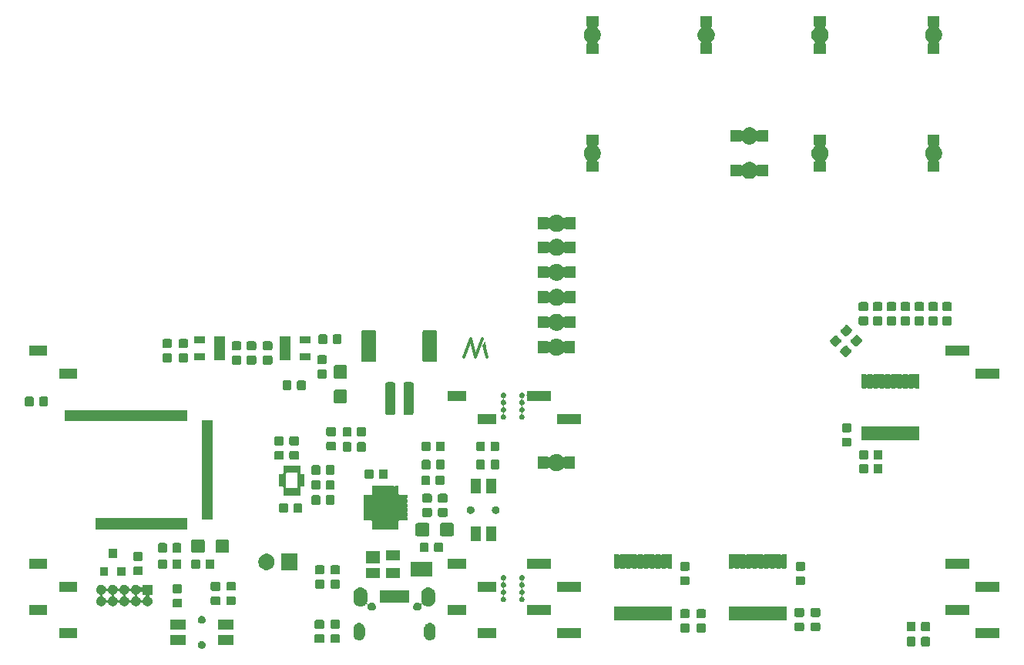
<source format=gbr>
G04 #@! TF.GenerationSoftware,KiCad,Pcbnew,(5.1.5-0-10_14)*
G04 #@! TF.CreationDate,2020-11-25T20:38:56+01:00*
G04 #@! TF.ProjectId,fl-remote,666c2d72-656d-46f7-9465-2e6b69636164,rev?*
G04 #@! TF.SameCoordinates,Original*
G04 #@! TF.FileFunction,Soldermask,Top*
G04 #@! TF.FilePolarity,Negative*
%FSLAX46Y46*%
G04 Gerber Fmt 4.6, Leading zero omitted, Abs format (unit mm)*
G04 Created by KiCad (PCBNEW (5.1.5-0-10_14)) date 2020-11-25 20:38:56*
%MOMM*%
%LPD*%
G04 APERTURE LIST*
%ADD10C,0.350000*%
%ADD11C,0.100000*%
G04 APERTURE END LIST*
D10*
X112151000Y-97403000D02*
X112901000Y-95403000D01*
D11*
G36*
X114511000Y-96303000D02*
G01*
X114271000Y-96393000D01*
X114211000Y-96173000D01*
X114381000Y-95713000D01*
X114511000Y-96303000D01*
G37*
X114511000Y-96303000D02*
X114271000Y-96393000D01*
X114211000Y-96173000D01*
X114381000Y-95713000D01*
X114511000Y-96303000D01*
D10*
X112901000Y-95403000D02*
X113401000Y-97403000D01*
X113401000Y-97403000D02*
X114151000Y-95403000D01*
X114351000Y-96183000D02*
X114651000Y-97403000D01*
D11*
G36*
X83445260Y-128679371D02*
G01*
X83479071Y-128693376D01*
X83522784Y-128711482D01*
X83522787Y-128711484D01*
X83592559Y-128758104D01*
X83651896Y-128817441D01*
X83680243Y-128859866D01*
X83698518Y-128887216D01*
X83700085Y-128891000D01*
X83730629Y-128964740D01*
X83747000Y-129047043D01*
X83747000Y-129130957D01*
X83730629Y-129213260D01*
X83720626Y-129237408D01*
X83698518Y-129290784D01*
X83698516Y-129290787D01*
X83651896Y-129360559D01*
X83592559Y-129419896D01*
X83522787Y-129466516D01*
X83522784Y-129466518D01*
X83479071Y-129484624D01*
X83445260Y-129498629D01*
X83362957Y-129515000D01*
X83279043Y-129515000D01*
X83196740Y-129498629D01*
X83162929Y-129484624D01*
X83119216Y-129466518D01*
X83119213Y-129466516D01*
X83049441Y-129419896D01*
X82990104Y-129360559D01*
X82943484Y-129290787D01*
X82943482Y-129290784D01*
X82921374Y-129237408D01*
X82911371Y-129213260D01*
X82895000Y-129130957D01*
X82895000Y-129047043D01*
X82911371Y-128964740D01*
X82941915Y-128891000D01*
X82943482Y-128887216D01*
X82961757Y-128859866D01*
X82990104Y-128817441D01*
X83049441Y-128758104D01*
X83119213Y-128711484D01*
X83119216Y-128711482D01*
X83162929Y-128693376D01*
X83196740Y-128679371D01*
X83279043Y-128663000D01*
X83362957Y-128663000D01*
X83445260Y-128679371D01*
G37*
G36*
X163190591Y-128208085D02*
G01*
X163224569Y-128218393D01*
X163255890Y-128235134D01*
X163283339Y-128257661D01*
X163305866Y-128285110D01*
X163322607Y-128316431D01*
X163332915Y-128350409D01*
X163337000Y-128391890D01*
X163337000Y-129068110D01*
X163332915Y-129109591D01*
X163322607Y-129143569D01*
X163305866Y-129174890D01*
X163283339Y-129202339D01*
X163255890Y-129224866D01*
X163224569Y-129241607D01*
X163190591Y-129251915D01*
X163149110Y-129256000D01*
X162547890Y-129256000D01*
X162506409Y-129251915D01*
X162472431Y-129241607D01*
X162441110Y-129224866D01*
X162413661Y-129202339D01*
X162391134Y-129174890D01*
X162374393Y-129143569D01*
X162364085Y-129109591D01*
X162360000Y-129068110D01*
X162360000Y-128391890D01*
X162364085Y-128350409D01*
X162374393Y-128316431D01*
X162391134Y-128285110D01*
X162413661Y-128257661D01*
X162441110Y-128235134D01*
X162472431Y-128218393D01*
X162506409Y-128208085D01*
X162547890Y-128204000D01*
X163149110Y-128204000D01*
X163190591Y-128208085D01*
G37*
G36*
X161615591Y-128208085D02*
G01*
X161649569Y-128218393D01*
X161680890Y-128235134D01*
X161708339Y-128257661D01*
X161730866Y-128285110D01*
X161747607Y-128316431D01*
X161757915Y-128350409D01*
X161762000Y-128391890D01*
X161762000Y-129068110D01*
X161757915Y-129109591D01*
X161747607Y-129143569D01*
X161730866Y-129174890D01*
X161708339Y-129202339D01*
X161680890Y-129224866D01*
X161649569Y-129241607D01*
X161615591Y-129251915D01*
X161574110Y-129256000D01*
X160972890Y-129256000D01*
X160931409Y-129251915D01*
X160897431Y-129241607D01*
X160866110Y-129224866D01*
X160838661Y-129202339D01*
X160816134Y-129174890D01*
X160799393Y-129143569D01*
X160789085Y-129109591D01*
X160785000Y-129068110D01*
X160785000Y-128391890D01*
X160789085Y-128350409D01*
X160799393Y-128316431D01*
X160816134Y-128285110D01*
X160838661Y-128257661D01*
X160866110Y-128235134D01*
X160897431Y-128218393D01*
X160931409Y-128208085D01*
X160972890Y-128204000D01*
X161574110Y-128204000D01*
X161615591Y-128208085D01*
G37*
G36*
X86772000Y-129115000D02*
G01*
X85120000Y-129115000D01*
X85120000Y-128013000D01*
X86772000Y-128013000D01*
X86772000Y-129115000D01*
G37*
G36*
X81522000Y-129115000D02*
G01*
X79870000Y-129115000D01*
X79870000Y-128013000D01*
X81522000Y-128013000D01*
X81522000Y-129115000D01*
G37*
G36*
X98369091Y-127918085D02*
G01*
X98403069Y-127928393D01*
X98434390Y-127945134D01*
X98461839Y-127967661D01*
X98484366Y-127995110D01*
X98501107Y-128026431D01*
X98511415Y-128060409D01*
X98515500Y-128101890D01*
X98515500Y-128703110D01*
X98511415Y-128744591D01*
X98501107Y-128778569D01*
X98484366Y-128809890D01*
X98461839Y-128837339D01*
X98434390Y-128859866D01*
X98403069Y-128876607D01*
X98369091Y-128886915D01*
X98327610Y-128891000D01*
X97651390Y-128891000D01*
X97609909Y-128886915D01*
X97575931Y-128876607D01*
X97544610Y-128859866D01*
X97517161Y-128837339D01*
X97494634Y-128809890D01*
X97477893Y-128778569D01*
X97467585Y-128744591D01*
X97463500Y-128703110D01*
X97463500Y-128101890D01*
X97467585Y-128060409D01*
X97477893Y-128026431D01*
X97494634Y-127995110D01*
X97517161Y-127967661D01*
X97544610Y-127945134D01*
X97575931Y-127928393D01*
X97609909Y-127918085D01*
X97651390Y-127914000D01*
X98327610Y-127914000D01*
X98369091Y-127918085D01*
G37*
G36*
X96629591Y-127918085D02*
G01*
X96663569Y-127928393D01*
X96694890Y-127945134D01*
X96722339Y-127967661D01*
X96744866Y-127995110D01*
X96761607Y-128026431D01*
X96771915Y-128060409D01*
X96776000Y-128101890D01*
X96776000Y-128703110D01*
X96771915Y-128744591D01*
X96761607Y-128778569D01*
X96744866Y-128809890D01*
X96722339Y-128837339D01*
X96694890Y-128859866D01*
X96663569Y-128876607D01*
X96629591Y-128886915D01*
X96588110Y-128891000D01*
X95911890Y-128891000D01*
X95870409Y-128886915D01*
X95836431Y-128876607D01*
X95805110Y-128859866D01*
X95777661Y-128837339D01*
X95755134Y-128809890D01*
X95738393Y-128778569D01*
X95728085Y-128744591D01*
X95724000Y-128703110D01*
X95724000Y-128101890D01*
X95728085Y-128060409D01*
X95738393Y-128026431D01*
X95755134Y-127995110D01*
X95777661Y-127967661D01*
X95805110Y-127945134D01*
X95836431Y-127928393D01*
X95870409Y-127918085D01*
X95911890Y-127914000D01*
X96588110Y-127914000D01*
X96629591Y-127918085D01*
G37*
G36*
X108497714Y-126690058D02*
G01*
X108615721Y-126725855D01*
X108724468Y-126783981D01*
X108819790Y-126862210D01*
X108898019Y-126957532D01*
X108956145Y-127066278D01*
X108991942Y-127184285D01*
X109001000Y-127276254D01*
X109001000Y-127987746D01*
X108991942Y-128079715D01*
X108956145Y-128197722D01*
X108898019Y-128306468D01*
X108819790Y-128401790D01*
X108724468Y-128480019D01*
X108615722Y-128538145D01*
X108497715Y-128573942D01*
X108375000Y-128586028D01*
X108252286Y-128573942D01*
X108134279Y-128538145D01*
X108025533Y-128480019D01*
X107930211Y-128401790D01*
X107851982Y-128306468D01*
X107793855Y-128197721D01*
X107781882Y-128158250D01*
X107758059Y-128079717D01*
X107758058Y-128079715D01*
X107749000Y-127987746D01*
X107749000Y-127276255D01*
X107758058Y-127184286D01*
X107793855Y-127066279D01*
X107851981Y-126957532D01*
X107930210Y-126862210D01*
X108025532Y-126783981D01*
X108134278Y-126725855D01*
X108252285Y-126690058D01*
X108375000Y-126677972D01*
X108497714Y-126690058D01*
G37*
G36*
X100747714Y-126690058D02*
G01*
X100865721Y-126725855D01*
X100974468Y-126783981D01*
X101069790Y-126862210D01*
X101148019Y-126957532D01*
X101206145Y-127066278D01*
X101241942Y-127184285D01*
X101251000Y-127276254D01*
X101251000Y-127987746D01*
X101241942Y-128079715D01*
X101206145Y-128197722D01*
X101148019Y-128306468D01*
X101069790Y-128401790D01*
X100974468Y-128480019D01*
X100865722Y-128538145D01*
X100747715Y-128573942D01*
X100625000Y-128586028D01*
X100502286Y-128573942D01*
X100384279Y-128538145D01*
X100275533Y-128480019D01*
X100180211Y-128401790D01*
X100101982Y-128306468D01*
X100043855Y-128197721D01*
X100031882Y-128158250D01*
X100008059Y-128079717D01*
X100008058Y-128079715D01*
X99999000Y-127987746D01*
X99999000Y-127276255D01*
X100008058Y-127184286D01*
X100043855Y-127066279D01*
X100101981Y-126957532D01*
X100180210Y-126862210D01*
X100275532Y-126783981D01*
X100384278Y-126725855D01*
X100502285Y-126690058D01*
X100625000Y-126677972D01*
X100747714Y-126690058D01*
G37*
G36*
X69651000Y-128361000D02*
G01*
X67649000Y-128361000D01*
X67649000Y-127259000D01*
X69651000Y-127259000D01*
X69651000Y-128361000D01*
G37*
G36*
X170961000Y-128361000D02*
G01*
X168349000Y-128361000D01*
X168349000Y-127259000D01*
X170961000Y-127259000D01*
X170961000Y-128361000D01*
G37*
G36*
X124961000Y-128361000D02*
G01*
X122349000Y-128361000D01*
X122349000Y-127259000D01*
X124961000Y-127259000D01*
X124961000Y-128361000D01*
G37*
G36*
X115651000Y-128361000D02*
G01*
X113649000Y-128361000D01*
X113649000Y-127259000D01*
X115651000Y-127259000D01*
X115651000Y-128361000D01*
G37*
G36*
X136786591Y-126747085D02*
G01*
X136820569Y-126757393D01*
X136851890Y-126774134D01*
X136879339Y-126796661D01*
X136901866Y-126824110D01*
X136918607Y-126855431D01*
X136928915Y-126889409D01*
X136933000Y-126930890D01*
X136933000Y-127532110D01*
X136928915Y-127573591D01*
X136918607Y-127607569D01*
X136901866Y-127638890D01*
X136879339Y-127666339D01*
X136851890Y-127688866D01*
X136820569Y-127705607D01*
X136786591Y-127715915D01*
X136745110Y-127720000D01*
X136068890Y-127720000D01*
X136027409Y-127715915D01*
X135993431Y-127705607D01*
X135962110Y-127688866D01*
X135934661Y-127666339D01*
X135912134Y-127638890D01*
X135895393Y-127607569D01*
X135885085Y-127573591D01*
X135881000Y-127532110D01*
X135881000Y-126930890D01*
X135885085Y-126889409D01*
X135895393Y-126855431D01*
X135912134Y-126824110D01*
X135934661Y-126796661D01*
X135962110Y-126774134D01*
X135993431Y-126757393D01*
X136027409Y-126747085D01*
X136068890Y-126743000D01*
X136745110Y-126743000D01*
X136786591Y-126747085D01*
G37*
G36*
X138564591Y-126747085D02*
G01*
X138598569Y-126757393D01*
X138629890Y-126774134D01*
X138657339Y-126796661D01*
X138679866Y-126824110D01*
X138696607Y-126855431D01*
X138706915Y-126889409D01*
X138711000Y-126930890D01*
X138711000Y-127532110D01*
X138706915Y-127573591D01*
X138696607Y-127607569D01*
X138679866Y-127638890D01*
X138657339Y-127666339D01*
X138629890Y-127688866D01*
X138598569Y-127705607D01*
X138564591Y-127715915D01*
X138523110Y-127720000D01*
X137846890Y-127720000D01*
X137805409Y-127715915D01*
X137771431Y-127705607D01*
X137740110Y-127688866D01*
X137712661Y-127666339D01*
X137690134Y-127638890D01*
X137673393Y-127607569D01*
X137663085Y-127573591D01*
X137659000Y-127532110D01*
X137659000Y-126930890D01*
X137663085Y-126889409D01*
X137673393Y-126855431D01*
X137690134Y-126824110D01*
X137712661Y-126796661D01*
X137740110Y-126774134D01*
X137771431Y-126757393D01*
X137805409Y-126747085D01*
X137846890Y-126743000D01*
X138523110Y-126743000D01*
X138564591Y-126747085D01*
G37*
G36*
X163190591Y-126557085D02*
G01*
X163224569Y-126567393D01*
X163255890Y-126584134D01*
X163283339Y-126606661D01*
X163305866Y-126634110D01*
X163322607Y-126665431D01*
X163332915Y-126699409D01*
X163337000Y-126740890D01*
X163337000Y-127417110D01*
X163332915Y-127458591D01*
X163322607Y-127492569D01*
X163305866Y-127523890D01*
X163283339Y-127551339D01*
X163255890Y-127573866D01*
X163224569Y-127590607D01*
X163190591Y-127600915D01*
X163149110Y-127605000D01*
X162547890Y-127605000D01*
X162506409Y-127600915D01*
X162472431Y-127590607D01*
X162441110Y-127573866D01*
X162413661Y-127551339D01*
X162391134Y-127523890D01*
X162374393Y-127492569D01*
X162364085Y-127458591D01*
X162360000Y-127417110D01*
X162360000Y-126740890D01*
X162364085Y-126699409D01*
X162374393Y-126665431D01*
X162391134Y-126634110D01*
X162413661Y-126606661D01*
X162441110Y-126584134D01*
X162472431Y-126567393D01*
X162506409Y-126557085D01*
X162547890Y-126553000D01*
X163149110Y-126553000D01*
X163190591Y-126557085D01*
G37*
G36*
X161615591Y-126557085D02*
G01*
X161649569Y-126567393D01*
X161680890Y-126584134D01*
X161708339Y-126606661D01*
X161730866Y-126634110D01*
X161747607Y-126665431D01*
X161757915Y-126699409D01*
X161762000Y-126740890D01*
X161762000Y-127417110D01*
X161757915Y-127458591D01*
X161747607Y-127492569D01*
X161730866Y-127523890D01*
X161708339Y-127551339D01*
X161680890Y-127573866D01*
X161649569Y-127590607D01*
X161615591Y-127600915D01*
X161574110Y-127605000D01*
X160972890Y-127605000D01*
X160931409Y-127600915D01*
X160897431Y-127590607D01*
X160866110Y-127573866D01*
X160838661Y-127551339D01*
X160816134Y-127523890D01*
X160799393Y-127492569D01*
X160789085Y-127458591D01*
X160785000Y-127417110D01*
X160785000Y-126740890D01*
X160789085Y-126699409D01*
X160799393Y-126665431D01*
X160816134Y-126634110D01*
X160838661Y-126606661D01*
X160866110Y-126584134D01*
X160897431Y-126567393D01*
X160931409Y-126557085D01*
X160972890Y-126553000D01*
X161574110Y-126553000D01*
X161615591Y-126557085D01*
G37*
G36*
X151137591Y-126620085D02*
G01*
X151171569Y-126630393D01*
X151202890Y-126647134D01*
X151230339Y-126669661D01*
X151252866Y-126697110D01*
X151269607Y-126728431D01*
X151279915Y-126762409D01*
X151284000Y-126803890D01*
X151284000Y-127405110D01*
X151279915Y-127446591D01*
X151269607Y-127480569D01*
X151252866Y-127511890D01*
X151230339Y-127539339D01*
X151202890Y-127561866D01*
X151171569Y-127578607D01*
X151137591Y-127588915D01*
X151096110Y-127593000D01*
X150419890Y-127593000D01*
X150378409Y-127588915D01*
X150344431Y-127578607D01*
X150313110Y-127561866D01*
X150285661Y-127539339D01*
X150263134Y-127511890D01*
X150246393Y-127480569D01*
X150236085Y-127446591D01*
X150232000Y-127405110D01*
X150232000Y-126803890D01*
X150236085Y-126762409D01*
X150246393Y-126728431D01*
X150263134Y-126697110D01*
X150285661Y-126669661D01*
X150313110Y-126647134D01*
X150344431Y-126630393D01*
X150378409Y-126620085D01*
X150419890Y-126616000D01*
X151096110Y-126616000D01*
X151137591Y-126620085D01*
G37*
G36*
X149359591Y-126620085D02*
G01*
X149393569Y-126630393D01*
X149424890Y-126647134D01*
X149452339Y-126669661D01*
X149474866Y-126697110D01*
X149491607Y-126728431D01*
X149501915Y-126762409D01*
X149506000Y-126803890D01*
X149506000Y-127405110D01*
X149501915Y-127446591D01*
X149491607Y-127480569D01*
X149474866Y-127511890D01*
X149452339Y-127539339D01*
X149424890Y-127561866D01*
X149393569Y-127578607D01*
X149359591Y-127588915D01*
X149318110Y-127593000D01*
X148641890Y-127593000D01*
X148600409Y-127588915D01*
X148566431Y-127578607D01*
X148535110Y-127561866D01*
X148507661Y-127539339D01*
X148485134Y-127511890D01*
X148468393Y-127480569D01*
X148458085Y-127446591D01*
X148454000Y-127405110D01*
X148454000Y-126803890D01*
X148458085Y-126762409D01*
X148468393Y-126728431D01*
X148485134Y-126697110D01*
X148507661Y-126669661D01*
X148535110Y-126647134D01*
X148566431Y-126630393D01*
X148600409Y-126620085D01*
X148641890Y-126616000D01*
X149318110Y-126616000D01*
X149359591Y-126620085D01*
G37*
G36*
X81522000Y-127415000D02*
G01*
X79870000Y-127415000D01*
X79870000Y-126313000D01*
X81522000Y-126313000D01*
X81522000Y-127415000D01*
G37*
G36*
X86772000Y-127415000D02*
G01*
X85120000Y-127415000D01*
X85120000Y-126313000D01*
X86772000Y-126313000D01*
X86772000Y-127415000D01*
G37*
G36*
X96629591Y-126343085D02*
G01*
X96663569Y-126353393D01*
X96694890Y-126370134D01*
X96722339Y-126392661D01*
X96744866Y-126420110D01*
X96761607Y-126451431D01*
X96771915Y-126485409D01*
X96776000Y-126526890D01*
X96776000Y-127128110D01*
X96771915Y-127169591D01*
X96761607Y-127203569D01*
X96744866Y-127234890D01*
X96722339Y-127262339D01*
X96694890Y-127284866D01*
X96663569Y-127301607D01*
X96629591Y-127311915D01*
X96588110Y-127316000D01*
X95911890Y-127316000D01*
X95870409Y-127311915D01*
X95836431Y-127301607D01*
X95805110Y-127284866D01*
X95777661Y-127262339D01*
X95755134Y-127234890D01*
X95738393Y-127203569D01*
X95728085Y-127169591D01*
X95724000Y-127128110D01*
X95724000Y-126526890D01*
X95728085Y-126485409D01*
X95738393Y-126451431D01*
X95755134Y-126420110D01*
X95777661Y-126392661D01*
X95805110Y-126370134D01*
X95836431Y-126353393D01*
X95870409Y-126343085D01*
X95911890Y-126339000D01*
X96588110Y-126339000D01*
X96629591Y-126343085D01*
G37*
G36*
X98369091Y-126343085D02*
G01*
X98403069Y-126353393D01*
X98434390Y-126370134D01*
X98461839Y-126392661D01*
X98484366Y-126420110D01*
X98501107Y-126451431D01*
X98511415Y-126485409D01*
X98515500Y-126526890D01*
X98515500Y-127128110D01*
X98511415Y-127169591D01*
X98501107Y-127203569D01*
X98484366Y-127234890D01*
X98461839Y-127262339D01*
X98434390Y-127284866D01*
X98403069Y-127301607D01*
X98369091Y-127311915D01*
X98327610Y-127316000D01*
X97651390Y-127316000D01*
X97609909Y-127311915D01*
X97575931Y-127301607D01*
X97544610Y-127284866D01*
X97517161Y-127262339D01*
X97494634Y-127234890D01*
X97477893Y-127203569D01*
X97467585Y-127169591D01*
X97463500Y-127128110D01*
X97463500Y-126526890D01*
X97467585Y-126485409D01*
X97477893Y-126451431D01*
X97494634Y-126420110D01*
X97517161Y-126392661D01*
X97544610Y-126370134D01*
X97575931Y-126353393D01*
X97609909Y-126343085D01*
X97651390Y-126339000D01*
X98327610Y-126339000D01*
X98369091Y-126343085D01*
G37*
G36*
X83445260Y-125929371D02*
G01*
X83463412Y-125936890D01*
X83522784Y-125961482D01*
X83522787Y-125961484D01*
X83592559Y-126008104D01*
X83651896Y-126067441D01*
X83651897Y-126067443D01*
X83698518Y-126137216D01*
X83701742Y-126145000D01*
X83730629Y-126214740D01*
X83747000Y-126297043D01*
X83747000Y-126380957D01*
X83730629Y-126463260D01*
X83719644Y-126489780D01*
X83698518Y-126540784D01*
X83698516Y-126540787D01*
X83651896Y-126610559D01*
X83592559Y-126669896D01*
X83541848Y-126703780D01*
X83522784Y-126716518D01*
X83479071Y-126734624D01*
X83445260Y-126748629D01*
X83362957Y-126765000D01*
X83279043Y-126765000D01*
X83196740Y-126748629D01*
X83162929Y-126734624D01*
X83119216Y-126716518D01*
X83100152Y-126703780D01*
X83049441Y-126669896D01*
X82990104Y-126610559D01*
X82943484Y-126540787D01*
X82943482Y-126540784D01*
X82922356Y-126489780D01*
X82911371Y-126463260D01*
X82895000Y-126380957D01*
X82895000Y-126297043D01*
X82911371Y-126214740D01*
X82940258Y-126145000D01*
X82943482Y-126137216D01*
X82990103Y-126067443D01*
X82990104Y-126067441D01*
X83049441Y-126008104D01*
X83119213Y-125961484D01*
X83119216Y-125961482D01*
X83178588Y-125936890D01*
X83196740Y-125929371D01*
X83279043Y-125913000D01*
X83362957Y-125913000D01*
X83445260Y-125929371D01*
G37*
G36*
X129110170Y-124836803D02*
G01*
X129121875Y-124840354D01*
X129132665Y-124846121D01*
X129146688Y-124857630D01*
X129155704Y-124866645D01*
X129176078Y-124880259D01*
X129198717Y-124889635D01*
X129222751Y-124894415D01*
X129247255Y-124894415D01*
X129271288Y-124889634D01*
X129293926Y-124880256D01*
X129314301Y-124866642D01*
X129323317Y-124857626D01*
X129337335Y-124846121D01*
X129348125Y-124840354D01*
X129359830Y-124836803D01*
X129378138Y-124835000D01*
X129741862Y-124835000D01*
X129760170Y-124836803D01*
X129771875Y-124840354D01*
X129782665Y-124846121D01*
X129796688Y-124857630D01*
X129805704Y-124866645D01*
X129826078Y-124880259D01*
X129848717Y-124889635D01*
X129872751Y-124894415D01*
X129897255Y-124894415D01*
X129921288Y-124889634D01*
X129943926Y-124880256D01*
X129964301Y-124866642D01*
X129973317Y-124857626D01*
X129987335Y-124846121D01*
X129998125Y-124840354D01*
X130009830Y-124836803D01*
X130028138Y-124835000D01*
X130391862Y-124835000D01*
X130410170Y-124836803D01*
X130421875Y-124840354D01*
X130432665Y-124846121D01*
X130446688Y-124857630D01*
X130455704Y-124866645D01*
X130476078Y-124880259D01*
X130498717Y-124889635D01*
X130522751Y-124894415D01*
X130547255Y-124894415D01*
X130571288Y-124889634D01*
X130593926Y-124880256D01*
X130614301Y-124866642D01*
X130623317Y-124857626D01*
X130637335Y-124846121D01*
X130648125Y-124840354D01*
X130659830Y-124836803D01*
X130678138Y-124835000D01*
X131041862Y-124835000D01*
X131060170Y-124836803D01*
X131071875Y-124840354D01*
X131082665Y-124846121D01*
X131096688Y-124857630D01*
X131105704Y-124866645D01*
X131126078Y-124880259D01*
X131148717Y-124889635D01*
X131172751Y-124894415D01*
X131197255Y-124894415D01*
X131221288Y-124889634D01*
X131243926Y-124880256D01*
X131264301Y-124866642D01*
X131273317Y-124857626D01*
X131287335Y-124846121D01*
X131298125Y-124840354D01*
X131309830Y-124836803D01*
X131328138Y-124835000D01*
X131691862Y-124835000D01*
X131710170Y-124836803D01*
X131721875Y-124840354D01*
X131732665Y-124846121D01*
X131746688Y-124857630D01*
X131755704Y-124866645D01*
X131776078Y-124880259D01*
X131798717Y-124889635D01*
X131822751Y-124894415D01*
X131847255Y-124894415D01*
X131871288Y-124889634D01*
X131893926Y-124880256D01*
X131914301Y-124866642D01*
X131923317Y-124857626D01*
X131937335Y-124846121D01*
X131948125Y-124840354D01*
X131959830Y-124836803D01*
X131978138Y-124835000D01*
X132341862Y-124835000D01*
X132360170Y-124836803D01*
X132371875Y-124840354D01*
X132382665Y-124846121D01*
X132396688Y-124857630D01*
X132405704Y-124866645D01*
X132426078Y-124880259D01*
X132448717Y-124889635D01*
X132472751Y-124894415D01*
X132497255Y-124894415D01*
X132521288Y-124889634D01*
X132543926Y-124880256D01*
X132564301Y-124866642D01*
X132573317Y-124857626D01*
X132587335Y-124846121D01*
X132598125Y-124840354D01*
X132609830Y-124836803D01*
X132628138Y-124835000D01*
X132991862Y-124835000D01*
X133010170Y-124836803D01*
X133021875Y-124840354D01*
X133032665Y-124846121D01*
X133046688Y-124857630D01*
X133055704Y-124866645D01*
X133076078Y-124880259D01*
X133098717Y-124889635D01*
X133122751Y-124894415D01*
X133147255Y-124894415D01*
X133171288Y-124889634D01*
X133193926Y-124880256D01*
X133214301Y-124866642D01*
X133223317Y-124857626D01*
X133237335Y-124846121D01*
X133248125Y-124840354D01*
X133259830Y-124836803D01*
X133278138Y-124835000D01*
X133641862Y-124835000D01*
X133660170Y-124836803D01*
X133671875Y-124840354D01*
X133682665Y-124846121D01*
X133696688Y-124857630D01*
X133705704Y-124866645D01*
X133726078Y-124880259D01*
X133748717Y-124889635D01*
X133772751Y-124894415D01*
X133797255Y-124894415D01*
X133821288Y-124889634D01*
X133843926Y-124880256D01*
X133864301Y-124866642D01*
X133873317Y-124857626D01*
X133887335Y-124846121D01*
X133898125Y-124840354D01*
X133909830Y-124836803D01*
X133928138Y-124835000D01*
X134291862Y-124835000D01*
X134310170Y-124836803D01*
X134321875Y-124840354D01*
X134332665Y-124846121D01*
X134346688Y-124857630D01*
X134355704Y-124866645D01*
X134376078Y-124880259D01*
X134398717Y-124889635D01*
X134422751Y-124894415D01*
X134447255Y-124894415D01*
X134471288Y-124889634D01*
X134493926Y-124880256D01*
X134514301Y-124866642D01*
X134523317Y-124857626D01*
X134537335Y-124846121D01*
X134548125Y-124840354D01*
X134559830Y-124836803D01*
X134578138Y-124835000D01*
X134941862Y-124835000D01*
X134960170Y-124836803D01*
X134971875Y-124840354D01*
X134982665Y-124846121D01*
X134992119Y-124853881D01*
X134999879Y-124863335D01*
X135005646Y-124874125D01*
X135009197Y-124885830D01*
X135011000Y-124904138D01*
X135011000Y-126342862D01*
X135009197Y-126361170D01*
X135005646Y-126372875D01*
X134999879Y-126383665D01*
X134992119Y-126393119D01*
X134982665Y-126400879D01*
X134971875Y-126406646D01*
X134960170Y-126410197D01*
X134941862Y-126412000D01*
X134578138Y-126412000D01*
X134559830Y-126410197D01*
X134548125Y-126406646D01*
X134537335Y-126400879D01*
X134523312Y-126389370D01*
X134514296Y-126380355D01*
X134493922Y-126366741D01*
X134471283Y-126357365D01*
X134447249Y-126352585D01*
X134422745Y-126352585D01*
X134398712Y-126357366D01*
X134376074Y-126366744D01*
X134355699Y-126380358D01*
X134346683Y-126389374D01*
X134332665Y-126400879D01*
X134321875Y-126406646D01*
X134310170Y-126410197D01*
X134291862Y-126412000D01*
X133928138Y-126412000D01*
X133909830Y-126410197D01*
X133898125Y-126406646D01*
X133887335Y-126400879D01*
X133873312Y-126389370D01*
X133864296Y-126380355D01*
X133843922Y-126366741D01*
X133821283Y-126357365D01*
X133797249Y-126352585D01*
X133772745Y-126352585D01*
X133748712Y-126357366D01*
X133726074Y-126366744D01*
X133705699Y-126380358D01*
X133696683Y-126389374D01*
X133682665Y-126400879D01*
X133671875Y-126406646D01*
X133660170Y-126410197D01*
X133641862Y-126412000D01*
X133278138Y-126412000D01*
X133259830Y-126410197D01*
X133248125Y-126406646D01*
X133237335Y-126400879D01*
X133223312Y-126389370D01*
X133214296Y-126380355D01*
X133193922Y-126366741D01*
X133171283Y-126357365D01*
X133147249Y-126352585D01*
X133122745Y-126352585D01*
X133098712Y-126357366D01*
X133076074Y-126366744D01*
X133055699Y-126380358D01*
X133046683Y-126389374D01*
X133032665Y-126400879D01*
X133021875Y-126406646D01*
X133010170Y-126410197D01*
X132991862Y-126412000D01*
X132628138Y-126412000D01*
X132609830Y-126410197D01*
X132598125Y-126406646D01*
X132587335Y-126400879D01*
X132573312Y-126389370D01*
X132564296Y-126380355D01*
X132543922Y-126366741D01*
X132521283Y-126357365D01*
X132497249Y-126352585D01*
X132472745Y-126352585D01*
X132448712Y-126357366D01*
X132426074Y-126366744D01*
X132405699Y-126380358D01*
X132396683Y-126389374D01*
X132382665Y-126400879D01*
X132371875Y-126406646D01*
X132360170Y-126410197D01*
X132341862Y-126412000D01*
X131978138Y-126412000D01*
X131959830Y-126410197D01*
X131948125Y-126406646D01*
X131937335Y-126400879D01*
X131923312Y-126389370D01*
X131914296Y-126380355D01*
X131893922Y-126366741D01*
X131871283Y-126357365D01*
X131847249Y-126352585D01*
X131822745Y-126352585D01*
X131798712Y-126357366D01*
X131776074Y-126366744D01*
X131755699Y-126380358D01*
X131746683Y-126389374D01*
X131732665Y-126400879D01*
X131721875Y-126406646D01*
X131710170Y-126410197D01*
X131691862Y-126412000D01*
X131328138Y-126412000D01*
X131309830Y-126410197D01*
X131298125Y-126406646D01*
X131287335Y-126400879D01*
X131273312Y-126389370D01*
X131264296Y-126380355D01*
X131243922Y-126366741D01*
X131221283Y-126357365D01*
X131197249Y-126352585D01*
X131172745Y-126352585D01*
X131148712Y-126357366D01*
X131126074Y-126366744D01*
X131105699Y-126380358D01*
X131096683Y-126389374D01*
X131082665Y-126400879D01*
X131071875Y-126406646D01*
X131060170Y-126410197D01*
X131041862Y-126412000D01*
X130678138Y-126412000D01*
X130659830Y-126410197D01*
X130648125Y-126406646D01*
X130637335Y-126400879D01*
X130623312Y-126389370D01*
X130614296Y-126380355D01*
X130593922Y-126366741D01*
X130571283Y-126357365D01*
X130547249Y-126352585D01*
X130522745Y-126352585D01*
X130498712Y-126357366D01*
X130476074Y-126366744D01*
X130455699Y-126380358D01*
X130446683Y-126389374D01*
X130432665Y-126400879D01*
X130421875Y-126406646D01*
X130410170Y-126410197D01*
X130391862Y-126412000D01*
X130028138Y-126412000D01*
X130009830Y-126410197D01*
X129998125Y-126406646D01*
X129987335Y-126400879D01*
X129973312Y-126389370D01*
X129964296Y-126380355D01*
X129943922Y-126366741D01*
X129921283Y-126357365D01*
X129897249Y-126352585D01*
X129872745Y-126352585D01*
X129848712Y-126357366D01*
X129826074Y-126366744D01*
X129805699Y-126380358D01*
X129796683Y-126389374D01*
X129782665Y-126400879D01*
X129771875Y-126406646D01*
X129760170Y-126410197D01*
X129741862Y-126412000D01*
X129378138Y-126412000D01*
X129359830Y-126410197D01*
X129348125Y-126406646D01*
X129337335Y-126400879D01*
X129323312Y-126389370D01*
X129314296Y-126380355D01*
X129293922Y-126366741D01*
X129271283Y-126357365D01*
X129247249Y-126352585D01*
X129222745Y-126352585D01*
X129198712Y-126357366D01*
X129176074Y-126366744D01*
X129155699Y-126380358D01*
X129146683Y-126389374D01*
X129132665Y-126400879D01*
X129121875Y-126406646D01*
X129110170Y-126410197D01*
X129091862Y-126412000D01*
X128728138Y-126412000D01*
X128709830Y-126410197D01*
X128698125Y-126406646D01*
X128687335Y-126400879D01*
X128677881Y-126393119D01*
X128670121Y-126383665D01*
X128664354Y-126372875D01*
X128660803Y-126361170D01*
X128659000Y-126342862D01*
X128659000Y-124904138D01*
X128660803Y-124885830D01*
X128664354Y-124874125D01*
X128670121Y-124863335D01*
X128677881Y-124853881D01*
X128687335Y-124846121D01*
X128698125Y-124840354D01*
X128709830Y-124836803D01*
X128728138Y-124835000D01*
X129091862Y-124835000D01*
X129110170Y-124836803D01*
G37*
G36*
X141683170Y-124836803D02*
G01*
X141694875Y-124840354D01*
X141705665Y-124846121D01*
X141719688Y-124857630D01*
X141728704Y-124866645D01*
X141749078Y-124880259D01*
X141771717Y-124889635D01*
X141795751Y-124894415D01*
X141820255Y-124894415D01*
X141844288Y-124889634D01*
X141866926Y-124880256D01*
X141887301Y-124866642D01*
X141896317Y-124857626D01*
X141910335Y-124846121D01*
X141921125Y-124840354D01*
X141932830Y-124836803D01*
X141951138Y-124835000D01*
X142314862Y-124835000D01*
X142333170Y-124836803D01*
X142344875Y-124840354D01*
X142355665Y-124846121D01*
X142369688Y-124857630D01*
X142378704Y-124866645D01*
X142399078Y-124880259D01*
X142421717Y-124889635D01*
X142445751Y-124894415D01*
X142470255Y-124894415D01*
X142494288Y-124889634D01*
X142516926Y-124880256D01*
X142537301Y-124866642D01*
X142546317Y-124857626D01*
X142560335Y-124846121D01*
X142571125Y-124840354D01*
X142582830Y-124836803D01*
X142601138Y-124835000D01*
X142964862Y-124835000D01*
X142983170Y-124836803D01*
X142994875Y-124840354D01*
X143005665Y-124846121D01*
X143019688Y-124857630D01*
X143028704Y-124866645D01*
X143049078Y-124880259D01*
X143071717Y-124889635D01*
X143095751Y-124894415D01*
X143120255Y-124894415D01*
X143144288Y-124889634D01*
X143166926Y-124880256D01*
X143187301Y-124866642D01*
X143196317Y-124857626D01*
X143210335Y-124846121D01*
X143221125Y-124840354D01*
X143232830Y-124836803D01*
X143251138Y-124835000D01*
X143614862Y-124835000D01*
X143633170Y-124836803D01*
X143644875Y-124840354D01*
X143655665Y-124846121D01*
X143669688Y-124857630D01*
X143678704Y-124866645D01*
X143699078Y-124880259D01*
X143721717Y-124889635D01*
X143745751Y-124894415D01*
X143770255Y-124894415D01*
X143794288Y-124889634D01*
X143816926Y-124880256D01*
X143837301Y-124866642D01*
X143846317Y-124857626D01*
X143860335Y-124846121D01*
X143871125Y-124840354D01*
X143882830Y-124836803D01*
X143901138Y-124835000D01*
X144264862Y-124835000D01*
X144283170Y-124836803D01*
X144294875Y-124840354D01*
X144305665Y-124846121D01*
X144319688Y-124857630D01*
X144328704Y-124866645D01*
X144349078Y-124880259D01*
X144371717Y-124889635D01*
X144395751Y-124894415D01*
X144420255Y-124894415D01*
X144444288Y-124889634D01*
X144466926Y-124880256D01*
X144487301Y-124866642D01*
X144496317Y-124857626D01*
X144510335Y-124846121D01*
X144521125Y-124840354D01*
X144532830Y-124836803D01*
X144551138Y-124835000D01*
X144914862Y-124835000D01*
X144933170Y-124836803D01*
X144944875Y-124840354D01*
X144955665Y-124846121D01*
X144969688Y-124857630D01*
X144978704Y-124866645D01*
X144999078Y-124880259D01*
X145021717Y-124889635D01*
X145045751Y-124894415D01*
X145070255Y-124894415D01*
X145094288Y-124889634D01*
X145116926Y-124880256D01*
X145137301Y-124866642D01*
X145146317Y-124857626D01*
X145160335Y-124846121D01*
X145171125Y-124840354D01*
X145182830Y-124836803D01*
X145201138Y-124835000D01*
X145564862Y-124835000D01*
X145583170Y-124836803D01*
X145594875Y-124840354D01*
X145605665Y-124846121D01*
X145619688Y-124857630D01*
X145628704Y-124866645D01*
X145649078Y-124880259D01*
X145671717Y-124889635D01*
X145695751Y-124894415D01*
X145720255Y-124894415D01*
X145744288Y-124889634D01*
X145766926Y-124880256D01*
X145787301Y-124866642D01*
X145796317Y-124857626D01*
X145810335Y-124846121D01*
X145821125Y-124840354D01*
X145832830Y-124836803D01*
X145851138Y-124835000D01*
X146214862Y-124835000D01*
X146233170Y-124836803D01*
X146244875Y-124840354D01*
X146255665Y-124846121D01*
X146269688Y-124857630D01*
X146278704Y-124866645D01*
X146299078Y-124880259D01*
X146321717Y-124889635D01*
X146345751Y-124894415D01*
X146370255Y-124894415D01*
X146394288Y-124889634D01*
X146416926Y-124880256D01*
X146437301Y-124866642D01*
X146446317Y-124857626D01*
X146460335Y-124846121D01*
X146471125Y-124840354D01*
X146482830Y-124836803D01*
X146501138Y-124835000D01*
X146864862Y-124835000D01*
X146883170Y-124836803D01*
X146894875Y-124840354D01*
X146905665Y-124846121D01*
X146919688Y-124857630D01*
X146928704Y-124866645D01*
X146949078Y-124880259D01*
X146971717Y-124889635D01*
X146995751Y-124894415D01*
X147020255Y-124894415D01*
X147044288Y-124889634D01*
X147066926Y-124880256D01*
X147087301Y-124866642D01*
X147096317Y-124857626D01*
X147110335Y-124846121D01*
X147121125Y-124840354D01*
X147132830Y-124836803D01*
X147151138Y-124835000D01*
X147514862Y-124835000D01*
X147533170Y-124836803D01*
X147544875Y-124840354D01*
X147555665Y-124846121D01*
X147565119Y-124853881D01*
X147572879Y-124863335D01*
X147578646Y-124874125D01*
X147582197Y-124885830D01*
X147584000Y-124904138D01*
X147584000Y-126342862D01*
X147582197Y-126361170D01*
X147578646Y-126372875D01*
X147572879Y-126383665D01*
X147565119Y-126393119D01*
X147555665Y-126400879D01*
X147544875Y-126406646D01*
X147533170Y-126410197D01*
X147514862Y-126412000D01*
X147151138Y-126412000D01*
X147132830Y-126410197D01*
X147121125Y-126406646D01*
X147110335Y-126400879D01*
X147096312Y-126389370D01*
X147087296Y-126380355D01*
X147066922Y-126366741D01*
X147044283Y-126357365D01*
X147020249Y-126352585D01*
X146995745Y-126352585D01*
X146971712Y-126357366D01*
X146949074Y-126366744D01*
X146928699Y-126380358D01*
X146919683Y-126389374D01*
X146905665Y-126400879D01*
X146894875Y-126406646D01*
X146883170Y-126410197D01*
X146864862Y-126412000D01*
X146501138Y-126412000D01*
X146482830Y-126410197D01*
X146471125Y-126406646D01*
X146460335Y-126400879D01*
X146446312Y-126389370D01*
X146437296Y-126380355D01*
X146416922Y-126366741D01*
X146394283Y-126357365D01*
X146370249Y-126352585D01*
X146345745Y-126352585D01*
X146321712Y-126357366D01*
X146299074Y-126366744D01*
X146278699Y-126380358D01*
X146269683Y-126389374D01*
X146255665Y-126400879D01*
X146244875Y-126406646D01*
X146233170Y-126410197D01*
X146214862Y-126412000D01*
X145851138Y-126412000D01*
X145832830Y-126410197D01*
X145821125Y-126406646D01*
X145810335Y-126400879D01*
X145796312Y-126389370D01*
X145787296Y-126380355D01*
X145766922Y-126366741D01*
X145744283Y-126357365D01*
X145720249Y-126352585D01*
X145695745Y-126352585D01*
X145671712Y-126357366D01*
X145649074Y-126366744D01*
X145628699Y-126380358D01*
X145619683Y-126389374D01*
X145605665Y-126400879D01*
X145594875Y-126406646D01*
X145583170Y-126410197D01*
X145564862Y-126412000D01*
X145201138Y-126412000D01*
X145182830Y-126410197D01*
X145171125Y-126406646D01*
X145160335Y-126400879D01*
X145146312Y-126389370D01*
X145137296Y-126380355D01*
X145116922Y-126366741D01*
X145094283Y-126357365D01*
X145070249Y-126352585D01*
X145045745Y-126352585D01*
X145021712Y-126357366D01*
X144999074Y-126366744D01*
X144978699Y-126380358D01*
X144969683Y-126389374D01*
X144955665Y-126400879D01*
X144944875Y-126406646D01*
X144933170Y-126410197D01*
X144914862Y-126412000D01*
X144551138Y-126412000D01*
X144532830Y-126410197D01*
X144521125Y-126406646D01*
X144510335Y-126400879D01*
X144496312Y-126389370D01*
X144487296Y-126380355D01*
X144466922Y-126366741D01*
X144444283Y-126357365D01*
X144420249Y-126352585D01*
X144395745Y-126352585D01*
X144371712Y-126357366D01*
X144349074Y-126366744D01*
X144328699Y-126380358D01*
X144319683Y-126389374D01*
X144305665Y-126400879D01*
X144294875Y-126406646D01*
X144283170Y-126410197D01*
X144264862Y-126412000D01*
X143901138Y-126412000D01*
X143882830Y-126410197D01*
X143871125Y-126406646D01*
X143860335Y-126400879D01*
X143846312Y-126389370D01*
X143837296Y-126380355D01*
X143816922Y-126366741D01*
X143794283Y-126357365D01*
X143770249Y-126352585D01*
X143745745Y-126352585D01*
X143721712Y-126357366D01*
X143699074Y-126366744D01*
X143678699Y-126380358D01*
X143669683Y-126389374D01*
X143655665Y-126400879D01*
X143644875Y-126406646D01*
X143633170Y-126410197D01*
X143614862Y-126412000D01*
X143251138Y-126412000D01*
X143232830Y-126410197D01*
X143221125Y-126406646D01*
X143210335Y-126400879D01*
X143196312Y-126389370D01*
X143187296Y-126380355D01*
X143166922Y-126366741D01*
X143144283Y-126357365D01*
X143120249Y-126352585D01*
X143095745Y-126352585D01*
X143071712Y-126357366D01*
X143049074Y-126366744D01*
X143028699Y-126380358D01*
X143019683Y-126389374D01*
X143005665Y-126400879D01*
X142994875Y-126406646D01*
X142983170Y-126410197D01*
X142964862Y-126412000D01*
X142601138Y-126412000D01*
X142582830Y-126410197D01*
X142571125Y-126406646D01*
X142560335Y-126400879D01*
X142546312Y-126389370D01*
X142537296Y-126380355D01*
X142516922Y-126366741D01*
X142494283Y-126357365D01*
X142470249Y-126352585D01*
X142445745Y-126352585D01*
X142421712Y-126357366D01*
X142399074Y-126366744D01*
X142378699Y-126380358D01*
X142369683Y-126389374D01*
X142355665Y-126400879D01*
X142344875Y-126406646D01*
X142333170Y-126410197D01*
X142314862Y-126412000D01*
X141951138Y-126412000D01*
X141932830Y-126410197D01*
X141921125Y-126406646D01*
X141910335Y-126400879D01*
X141896312Y-126389370D01*
X141887296Y-126380355D01*
X141866922Y-126366741D01*
X141844283Y-126357365D01*
X141820249Y-126352585D01*
X141795745Y-126352585D01*
X141771712Y-126357366D01*
X141749074Y-126366744D01*
X141728699Y-126380358D01*
X141719683Y-126389374D01*
X141705665Y-126400879D01*
X141694875Y-126406646D01*
X141683170Y-126410197D01*
X141664862Y-126412000D01*
X141301138Y-126412000D01*
X141282830Y-126410197D01*
X141271125Y-126406646D01*
X141260335Y-126400879D01*
X141250881Y-126393119D01*
X141243121Y-126383665D01*
X141237354Y-126372875D01*
X141233803Y-126361170D01*
X141232000Y-126342862D01*
X141232000Y-124904138D01*
X141233803Y-124885830D01*
X141237354Y-124874125D01*
X141243121Y-124863335D01*
X141250881Y-124853881D01*
X141260335Y-124846121D01*
X141271125Y-124840354D01*
X141282830Y-124836803D01*
X141301138Y-124835000D01*
X141664862Y-124835000D01*
X141683170Y-124836803D01*
G37*
G36*
X138564591Y-125172085D02*
G01*
X138598569Y-125182393D01*
X138629890Y-125199134D01*
X138657339Y-125221661D01*
X138679866Y-125249110D01*
X138696607Y-125280431D01*
X138706915Y-125314409D01*
X138711000Y-125355890D01*
X138711000Y-125957110D01*
X138706915Y-125998591D01*
X138696607Y-126032569D01*
X138679866Y-126063890D01*
X138657339Y-126091339D01*
X138629890Y-126113866D01*
X138598569Y-126130607D01*
X138564591Y-126140915D01*
X138523110Y-126145000D01*
X137846890Y-126145000D01*
X137805409Y-126140915D01*
X137771431Y-126130607D01*
X137740110Y-126113866D01*
X137712661Y-126091339D01*
X137690134Y-126063890D01*
X137673393Y-126032569D01*
X137663085Y-125998591D01*
X137659000Y-125957110D01*
X137659000Y-125355890D01*
X137663085Y-125314409D01*
X137673393Y-125280431D01*
X137690134Y-125249110D01*
X137712661Y-125221661D01*
X137740110Y-125199134D01*
X137771431Y-125182393D01*
X137805409Y-125172085D01*
X137846890Y-125168000D01*
X138523110Y-125168000D01*
X138564591Y-125172085D01*
G37*
G36*
X136786591Y-125172085D02*
G01*
X136820569Y-125182393D01*
X136851890Y-125199134D01*
X136879339Y-125221661D01*
X136901866Y-125249110D01*
X136918607Y-125280431D01*
X136928915Y-125314409D01*
X136933000Y-125355890D01*
X136933000Y-125957110D01*
X136928915Y-125998591D01*
X136918607Y-126032569D01*
X136901866Y-126063890D01*
X136879339Y-126091339D01*
X136851890Y-126113866D01*
X136820569Y-126130607D01*
X136786591Y-126140915D01*
X136745110Y-126145000D01*
X136068890Y-126145000D01*
X136027409Y-126140915D01*
X135993431Y-126130607D01*
X135962110Y-126113866D01*
X135934661Y-126091339D01*
X135912134Y-126063890D01*
X135895393Y-126032569D01*
X135885085Y-125998591D01*
X135881000Y-125957110D01*
X135881000Y-125355890D01*
X135885085Y-125314409D01*
X135895393Y-125280431D01*
X135912134Y-125249110D01*
X135934661Y-125221661D01*
X135962110Y-125199134D01*
X135993431Y-125182393D01*
X136027409Y-125172085D01*
X136068890Y-125168000D01*
X136745110Y-125168000D01*
X136786591Y-125172085D01*
G37*
G36*
X149359591Y-125045085D02*
G01*
X149393569Y-125055393D01*
X149424890Y-125072134D01*
X149452339Y-125094661D01*
X149474866Y-125122110D01*
X149491607Y-125153431D01*
X149501915Y-125187409D01*
X149506000Y-125228890D01*
X149506000Y-125830110D01*
X149501915Y-125871591D01*
X149491607Y-125905569D01*
X149474866Y-125936890D01*
X149452339Y-125964339D01*
X149424890Y-125986866D01*
X149393569Y-126003607D01*
X149359591Y-126013915D01*
X149318110Y-126018000D01*
X148641890Y-126018000D01*
X148600409Y-126013915D01*
X148566431Y-126003607D01*
X148535110Y-125986866D01*
X148507661Y-125964339D01*
X148485134Y-125936890D01*
X148468393Y-125905569D01*
X148458085Y-125871591D01*
X148454000Y-125830110D01*
X148454000Y-125228890D01*
X148458085Y-125187409D01*
X148468393Y-125153431D01*
X148485134Y-125122110D01*
X148507661Y-125094661D01*
X148535110Y-125072134D01*
X148566431Y-125055393D01*
X148600409Y-125045085D01*
X148641890Y-125041000D01*
X149318110Y-125041000D01*
X149359591Y-125045085D01*
G37*
G36*
X151137591Y-125045085D02*
G01*
X151171569Y-125055393D01*
X151202890Y-125072134D01*
X151230339Y-125094661D01*
X151252866Y-125122110D01*
X151269607Y-125153431D01*
X151279915Y-125187409D01*
X151284000Y-125228890D01*
X151284000Y-125830110D01*
X151279915Y-125871591D01*
X151269607Y-125905569D01*
X151252866Y-125936890D01*
X151230339Y-125964339D01*
X151202890Y-125986866D01*
X151171569Y-126003607D01*
X151137591Y-126013915D01*
X151096110Y-126018000D01*
X150419890Y-126018000D01*
X150378409Y-126013915D01*
X150344431Y-126003607D01*
X150313110Y-125986866D01*
X150285661Y-125964339D01*
X150263134Y-125936890D01*
X150246393Y-125905569D01*
X150236085Y-125871591D01*
X150232000Y-125830110D01*
X150232000Y-125228890D01*
X150236085Y-125187409D01*
X150246393Y-125153431D01*
X150263134Y-125122110D01*
X150285661Y-125094661D01*
X150313110Y-125072134D01*
X150344431Y-125055393D01*
X150378409Y-125045085D01*
X150419890Y-125041000D01*
X151096110Y-125041000D01*
X151137591Y-125045085D01*
G37*
G36*
X66351000Y-125821000D02*
G01*
X64349000Y-125821000D01*
X64349000Y-124719000D01*
X66351000Y-124719000D01*
X66351000Y-125821000D01*
G37*
G36*
X121651000Y-125821000D02*
G01*
X119039000Y-125821000D01*
X119039000Y-124719000D01*
X121651000Y-124719000D01*
X121651000Y-125821000D01*
G37*
G36*
X167651000Y-125821000D02*
G01*
X165039000Y-125821000D01*
X165039000Y-124719000D01*
X167651000Y-124719000D01*
X167651000Y-125821000D01*
G37*
G36*
X112351000Y-125821000D02*
G01*
X110349000Y-125821000D01*
X110349000Y-124719000D01*
X112351000Y-124719000D01*
X112351000Y-125821000D01*
G37*
G36*
X108377120Y-122792228D02*
G01*
X108523401Y-122836602D01*
X108658206Y-122908657D01*
X108776367Y-123005628D01*
X108873345Y-123123796D01*
X108945398Y-123258598D01*
X108989772Y-123404879D01*
X109001000Y-123518882D01*
X109001000Y-124145118D01*
X108989772Y-124259121D01*
X108945398Y-124405402D01*
X108873345Y-124540204D01*
X108873343Y-124540206D01*
X108873342Y-124540208D01*
X108776369Y-124658369D01*
X108689392Y-124729750D01*
X108658204Y-124755345D01*
X108523402Y-124827398D01*
X108377121Y-124871772D01*
X108225000Y-124886754D01*
X108072880Y-124871772D01*
X107926599Y-124827398D01*
X107791797Y-124755345D01*
X107747511Y-124719000D01*
X107687604Y-124669836D01*
X107673628Y-124658366D01*
X107646711Y-124625568D01*
X107629384Y-124608241D01*
X107609009Y-124594627D01*
X107586370Y-124585250D01*
X107562337Y-124580470D01*
X107537833Y-124580470D01*
X107513800Y-124585251D01*
X107491161Y-124594628D01*
X107470787Y-124608242D01*
X107453460Y-124625569D01*
X107439846Y-124645944D01*
X107430469Y-124668583D01*
X107425689Y-124692616D01*
X107425689Y-124717120D01*
X107430470Y-124741153D01*
X107433510Y-124749648D01*
X107451000Y-124837579D01*
X107451000Y-124926421D01*
X107433669Y-125013552D01*
X107399672Y-125095627D01*
X107350315Y-125169495D01*
X107287495Y-125232315D01*
X107262359Y-125249110D01*
X107213629Y-125281671D01*
X107213628Y-125281672D01*
X107213627Y-125281672D01*
X107131552Y-125315669D01*
X107044421Y-125333000D01*
X106955579Y-125333000D01*
X106868448Y-125315669D01*
X106786373Y-125281672D01*
X106786372Y-125281672D01*
X106786371Y-125281671D01*
X106737641Y-125249110D01*
X106712505Y-125232315D01*
X106649685Y-125169495D01*
X106600328Y-125095627D01*
X106566331Y-125013552D01*
X106549000Y-124926421D01*
X106549000Y-124837579D01*
X106566331Y-124750448D01*
X106600328Y-124668373D01*
X106607701Y-124657339D01*
X106644378Y-124602448D01*
X106649685Y-124594505D01*
X106712505Y-124531685D01*
X106785367Y-124483000D01*
X106786371Y-124482329D01*
X106786373Y-124482328D01*
X106868448Y-124448331D01*
X106955579Y-124431000D01*
X107044421Y-124431000D01*
X107131552Y-124448331D01*
X107213627Y-124482328D01*
X107213629Y-124482329D01*
X107214633Y-124483000D01*
X107287495Y-124531685D01*
X107303048Y-124547238D01*
X107321990Y-124562783D01*
X107343601Y-124574334D01*
X107367050Y-124581447D01*
X107391436Y-124583849D01*
X107415822Y-124581447D01*
X107439271Y-124574334D01*
X107460882Y-124562783D01*
X107479824Y-124547238D01*
X107495369Y-124528296D01*
X107506920Y-124506685D01*
X107514033Y-124483236D01*
X107516435Y-124458850D01*
X107514033Y-124434464D01*
X107506920Y-124411015D01*
X107505204Y-124407386D01*
X107500976Y-124393447D01*
X107479242Y-124321802D01*
X107460228Y-124259121D01*
X107449000Y-124145118D01*
X107449000Y-123518883D01*
X107460228Y-123404880D01*
X107504602Y-123258599D01*
X107576657Y-123123794D01*
X107673628Y-123005633D01*
X107758677Y-122935835D01*
X107791792Y-122908658D01*
X107791793Y-122908657D01*
X107791796Y-122908655D01*
X107926598Y-122836602D01*
X108072879Y-122792228D01*
X108225000Y-122777246D01*
X108377120Y-122792228D01*
G37*
G36*
X100927120Y-122792228D02*
G01*
X101073401Y-122836602D01*
X101208206Y-122908657D01*
X101326367Y-123005628D01*
X101423345Y-123123796D01*
X101495398Y-123258598D01*
X101539772Y-123404879D01*
X101551000Y-123518882D01*
X101551000Y-124145118D01*
X101539772Y-124259121D01*
X101493598Y-124411336D01*
X101488948Y-124422561D01*
X101484167Y-124446595D01*
X101484167Y-124471099D01*
X101488946Y-124495132D01*
X101498323Y-124517771D01*
X101511936Y-124538146D01*
X101529263Y-124555473D01*
X101549637Y-124569088D01*
X101572275Y-124578466D01*
X101596309Y-124583247D01*
X101620813Y-124583247D01*
X101644846Y-124578468D01*
X101667485Y-124569091D01*
X101687860Y-124555478D01*
X101696952Y-124547238D01*
X101712505Y-124531685D01*
X101785367Y-124483000D01*
X101786371Y-124482329D01*
X101786373Y-124482328D01*
X101868448Y-124448331D01*
X101955579Y-124431000D01*
X102044421Y-124431000D01*
X102131552Y-124448331D01*
X102213627Y-124482328D01*
X102213629Y-124482329D01*
X102214633Y-124483000D01*
X102287495Y-124531685D01*
X102350315Y-124594505D01*
X102355622Y-124602448D01*
X102392300Y-124657339D01*
X102399672Y-124668373D01*
X102433669Y-124750448D01*
X102451000Y-124837579D01*
X102451000Y-124926421D01*
X102433669Y-125013552D01*
X102399672Y-125095627D01*
X102350315Y-125169495D01*
X102287495Y-125232315D01*
X102262359Y-125249110D01*
X102213629Y-125281671D01*
X102213628Y-125281672D01*
X102213627Y-125281672D01*
X102131552Y-125315669D01*
X102044421Y-125333000D01*
X101955579Y-125333000D01*
X101868448Y-125315669D01*
X101786373Y-125281672D01*
X101786372Y-125281672D01*
X101786371Y-125281671D01*
X101737641Y-125249110D01*
X101712505Y-125232315D01*
X101649685Y-125169495D01*
X101600328Y-125095627D01*
X101566331Y-125013552D01*
X101549000Y-124926421D01*
X101549000Y-124837579D01*
X101566807Y-124748054D01*
X101572510Y-124729257D01*
X101574912Y-124704871D01*
X101572511Y-124680485D01*
X101565398Y-124657036D01*
X101553847Y-124635425D01*
X101538302Y-124616483D01*
X101519361Y-124600937D01*
X101497750Y-124589386D01*
X101474301Y-124582272D01*
X101449915Y-124579870D01*
X101425529Y-124582271D01*
X101402080Y-124589384D01*
X101380469Y-124600935D01*
X101361527Y-124616480D01*
X101353288Y-124625570D01*
X101326372Y-124658367D01*
X101259814Y-124712990D01*
X101252491Y-124719000D01*
X101208204Y-124755345D01*
X101073402Y-124827398D01*
X100927121Y-124871772D01*
X100775000Y-124886754D01*
X100622880Y-124871772D01*
X100476599Y-124827398D01*
X100341797Y-124755345D01*
X100310610Y-124729750D01*
X100223632Y-124658369D01*
X100196714Y-124625570D01*
X100126657Y-124540206D01*
X100054601Y-124405400D01*
X100010228Y-124259121D01*
X99999000Y-124145118D01*
X99999000Y-123518883D01*
X100010228Y-123404880D01*
X100054602Y-123258599D01*
X100126657Y-123123794D01*
X100223628Y-123005633D01*
X100308677Y-122935835D01*
X100341792Y-122908658D01*
X100341793Y-122908657D01*
X100341796Y-122908655D01*
X100476598Y-122836602D01*
X100622879Y-122792228D01*
X100775000Y-122777246D01*
X100927120Y-122792228D01*
G37*
G36*
X81024591Y-124001085D02*
G01*
X81058569Y-124011393D01*
X81089890Y-124028134D01*
X81117339Y-124050661D01*
X81139866Y-124078110D01*
X81156607Y-124109431D01*
X81166915Y-124143409D01*
X81171000Y-124184890D01*
X81171000Y-124786110D01*
X81166915Y-124827591D01*
X81156607Y-124861569D01*
X81139866Y-124892890D01*
X81117339Y-124920339D01*
X81089890Y-124942866D01*
X81058569Y-124959607D01*
X81024591Y-124969915D01*
X80983110Y-124974000D01*
X80306890Y-124974000D01*
X80265409Y-124969915D01*
X80231431Y-124959607D01*
X80200110Y-124942866D01*
X80172661Y-124920339D01*
X80150134Y-124892890D01*
X80133393Y-124861569D01*
X80123085Y-124827591D01*
X80119000Y-124786110D01*
X80119000Y-124184890D01*
X80123085Y-124143409D01*
X80133393Y-124109431D01*
X80150134Y-124078110D01*
X80172661Y-124050661D01*
X80200110Y-124028134D01*
X80231431Y-124011393D01*
X80265409Y-124001085D01*
X80306890Y-123997000D01*
X80983110Y-123997000D01*
X81024591Y-124001085D01*
G37*
G36*
X72432721Y-122485174D02*
G01*
X72532995Y-122526709D01*
X72577812Y-122556655D01*
X72623242Y-122587010D01*
X72699990Y-122663758D01*
X72715665Y-122687218D01*
X72760291Y-122754005D01*
X72791516Y-122829389D01*
X72803067Y-122851000D01*
X72818612Y-122869941D01*
X72837554Y-122885487D01*
X72859165Y-122897038D01*
X72882614Y-122904151D01*
X72907000Y-122906553D01*
X72931386Y-122904151D01*
X72954835Y-122897038D01*
X72976446Y-122885487D01*
X72995387Y-122869942D01*
X73010933Y-122851000D01*
X73022484Y-122829389D01*
X73053709Y-122754005D01*
X73098335Y-122687218D01*
X73114010Y-122663758D01*
X73190758Y-122587010D01*
X73236188Y-122556655D01*
X73281005Y-122526709D01*
X73381279Y-122485174D01*
X73487730Y-122464000D01*
X73596270Y-122464000D01*
X73702721Y-122485174D01*
X73802995Y-122526709D01*
X73847812Y-122556655D01*
X73893242Y-122587010D01*
X73969990Y-122663758D01*
X73985665Y-122687218D01*
X74030291Y-122754005D01*
X74061516Y-122829389D01*
X74073067Y-122851000D01*
X74088612Y-122869941D01*
X74107554Y-122885487D01*
X74129165Y-122897038D01*
X74152614Y-122904151D01*
X74177000Y-122906553D01*
X74201386Y-122904151D01*
X74224835Y-122897038D01*
X74246446Y-122885487D01*
X74265387Y-122869942D01*
X74280933Y-122851000D01*
X74292484Y-122829389D01*
X74323709Y-122754005D01*
X74368335Y-122687218D01*
X74384010Y-122663758D01*
X74460758Y-122587010D01*
X74506188Y-122556655D01*
X74551005Y-122526709D01*
X74651279Y-122485174D01*
X74757730Y-122464000D01*
X74866270Y-122464000D01*
X74972721Y-122485174D01*
X75072995Y-122526709D01*
X75117812Y-122556655D01*
X75163242Y-122587010D01*
X75239990Y-122663758D01*
X75255665Y-122687218D01*
X75300291Y-122754005D01*
X75331516Y-122829389D01*
X75343067Y-122851000D01*
X75358612Y-122869941D01*
X75377554Y-122885487D01*
X75399165Y-122897038D01*
X75422614Y-122904151D01*
X75447000Y-122906553D01*
X75471386Y-122904151D01*
X75494835Y-122897038D01*
X75516446Y-122885487D01*
X75535387Y-122869942D01*
X75550933Y-122851000D01*
X75562484Y-122829389D01*
X75593709Y-122754005D01*
X75638335Y-122687218D01*
X75654010Y-122663758D01*
X75730758Y-122587010D01*
X75776188Y-122556655D01*
X75821005Y-122526709D01*
X75921279Y-122485174D01*
X76027730Y-122464000D01*
X76136270Y-122464000D01*
X76242721Y-122485174D01*
X76342995Y-122526709D01*
X76387812Y-122556655D01*
X76433242Y-122587010D01*
X76509990Y-122663758D01*
X76525665Y-122687218D01*
X76572068Y-122756664D01*
X76587614Y-122775606D01*
X76606556Y-122791151D01*
X76628167Y-122802702D01*
X76651615Y-122809815D01*
X76676002Y-122812217D01*
X76700388Y-122809815D01*
X76723837Y-122802702D01*
X76745447Y-122791151D01*
X76764389Y-122775605D01*
X76779934Y-122756663D01*
X76791485Y-122735052D01*
X76798598Y-122711604D01*
X76801000Y-122687218D01*
X76801000Y-122464000D01*
X77903000Y-122464000D01*
X77903000Y-123566000D01*
X77679782Y-123566000D01*
X77655396Y-123568402D01*
X77631947Y-123575515D01*
X77610336Y-123587066D01*
X77591394Y-123602611D01*
X77575849Y-123621553D01*
X77564298Y-123643164D01*
X77557185Y-123666613D01*
X77554783Y-123690999D01*
X77557185Y-123715385D01*
X77564298Y-123738834D01*
X77575849Y-123760445D01*
X77591394Y-123779387D01*
X77610336Y-123794932D01*
X77671816Y-123836012D01*
X77703242Y-123857010D01*
X77779990Y-123933758D01*
X77809718Y-123978250D01*
X77840291Y-124024005D01*
X77881826Y-124124279D01*
X77903000Y-124230730D01*
X77903000Y-124339270D01*
X77881826Y-124445721D01*
X77840291Y-124545995D01*
X77824861Y-124569088D01*
X77779990Y-124636242D01*
X77703242Y-124712990D01*
X77661093Y-124741153D01*
X77612995Y-124773291D01*
X77512721Y-124814826D01*
X77406270Y-124836000D01*
X77297730Y-124836000D01*
X77191279Y-124814826D01*
X77091005Y-124773291D01*
X77042907Y-124741153D01*
X77000758Y-124712990D01*
X76924010Y-124636242D01*
X76879139Y-124569088D01*
X76863709Y-124545995D01*
X76832484Y-124470611D01*
X76820933Y-124449000D01*
X76805388Y-124430059D01*
X76786446Y-124414513D01*
X76764835Y-124402962D01*
X76741386Y-124395849D01*
X76717000Y-124393447D01*
X76692614Y-124395849D01*
X76669165Y-124402962D01*
X76647554Y-124414513D01*
X76628613Y-124430058D01*
X76613067Y-124449000D01*
X76601516Y-124470611D01*
X76570291Y-124545995D01*
X76554861Y-124569088D01*
X76509990Y-124636242D01*
X76433242Y-124712990D01*
X76391093Y-124741153D01*
X76342995Y-124773291D01*
X76242721Y-124814826D01*
X76136270Y-124836000D01*
X76027730Y-124836000D01*
X75921279Y-124814826D01*
X75821005Y-124773291D01*
X75772907Y-124741153D01*
X75730758Y-124712990D01*
X75654010Y-124636242D01*
X75609139Y-124569088D01*
X75593709Y-124545995D01*
X75562484Y-124470611D01*
X75550933Y-124449000D01*
X75535388Y-124430059D01*
X75516446Y-124414513D01*
X75494835Y-124402962D01*
X75471386Y-124395849D01*
X75447000Y-124393447D01*
X75422614Y-124395849D01*
X75399165Y-124402962D01*
X75377554Y-124414513D01*
X75358613Y-124430058D01*
X75343067Y-124449000D01*
X75331516Y-124470611D01*
X75300291Y-124545995D01*
X75284861Y-124569088D01*
X75239990Y-124636242D01*
X75163242Y-124712990D01*
X75121093Y-124741153D01*
X75072995Y-124773291D01*
X74972721Y-124814826D01*
X74866270Y-124836000D01*
X74757730Y-124836000D01*
X74651279Y-124814826D01*
X74551005Y-124773291D01*
X74502907Y-124741153D01*
X74460758Y-124712990D01*
X74384010Y-124636242D01*
X74339139Y-124569088D01*
X74323709Y-124545995D01*
X74292484Y-124470611D01*
X74280933Y-124449000D01*
X74265388Y-124430059D01*
X74246446Y-124414513D01*
X74224835Y-124402962D01*
X74201386Y-124395849D01*
X74177000Y-124393447D01*
X74152614Y-124395849D01*
X74129165Y-124402962D01*
X74107554Y-124414513D01*
X74088613Y-124430058D01*
X74073067Y-124449000D01*
X74061516Y-124470611D01*
X74030291Y-124545995D01*
X74014861Y-124569088D01*
X73969990Y-124636242D01*
X73893242Y-124712990D01*
X73851093Y-124741153D01*
X73802995Y-124773291D01*
X73702721Y-124814826D01*
X73596270Y-124836000D01*
X73487730Y-124836000D01*
X73381279Y-124814826D01*
X73281005Y-124773291D01*
X73232907Y-124741153D01*
X73190758Y-124712990D01*
X73114010Y-124636242D01*
X73069139Y-124569088D01*
X73053709Y-124545995D01*
X73022484Y-124470611D01*
X73010933Y-124449000D01*
X72995388Y-124430059D01*
X72976446Y-124414513D01*
X72954835Y-124402962D01*
X72931386Y-124395849D01*
X72907000Y-124393447D01*
X72882614Y-124395849D01*
X72859165Y-124402962D01*
X72837554Y-124414513D01*
X72818613Y-124430058D01*
X72803067Y-124449000D01*
X72791516Y-124470611D01*
X72760291Y-124545995D01*
X72744861Y-124569088D01*
X72699990Y-124636242D01*
X72623242Y-124712990D01*
X72581093Y-124741153D01*
X72532995Y-124773291D01*
X72432721Y-124814826D01*
X72326270Y-124836000D01*
X72217730Y-124836000D01*
X72111279Y-124814826D01*
X72011005Y-124773291D01*
X71962907Y-124741153D01*
X71920758Y-124712990D01*
X71844010Y-124636242D01*
X71799139Y-124569088D01*
X71783709Y-124545995D01*
X71742174Y-124445721D01*
X71721000Y-124339270D01*
X71721000Y-124230730D01*
X71742174Y-124124279D01*
X71783709Y-124024005D01*
X71814282Y-123978250D01*
X71844010Y-123933758D01*
X71920758Y-123857010D01*
X71974265Y-123821258D01*
X72011005Y-123796709D01*
X72086389Y-123765484D01*
X72108000Y-123753933D01*
X72126941Y-123738388D01*
X72142487Y-123719446D01*
X72154038Y-123697835D01*
X72161151Y-123674386D01*
X72163553Y-123650000D01*
X72380447Y-123650000D01*
X72382849Y-123674386D01*
X72389962Y-123697835D01*
X72401513Y-123719446D01*
X72417058Y-123738387D01*
X72436000Y-123753933D01*
X72457611Y-123765484D01*
X72532995Y-123796709D01*
X72569735Y-123821258D01*
X72623242Y-123857010D01*
X72699990Y-123933758D01*
X72729718Y-123978250D01*
X72760291Y-124024005D01*
X72791516Y-124099389D01*
X72803067Y-124121000D01*
X72818612Y-124139941D01*
X72837554Y-124155487D01*
X72859165Y-124167038D01*
X72882614Y-124174151D01*
X72907000Y-124176553D01*
X72931386Y-124174151D01*
X72954835Y-124167038D01*
X72976446Y-124155487D01*
X72995387Y-124139942D01*
X73010933Y-124121000D01*
X73022484Y-124099389D01*
X73053709Y-124024005D01*
X73084282Y-123978250D01*
X73114010Y-123933758D01*
X73190758Y-123857010D01*
X73244265Y-123821258D01*
X73281005Y-123796709D01*
X73356389Y-123765484D01*
X73378000Y-123753933D01*
X73396941Y-123738388D01*
X73412487Y-123719446D01*
X73424038Y-123697835D01*
X73431151Y-123674386D01*
X73433553Y-123650000D01*
X73650447Y-123650000D01*
X73652849Y-123674386D01*
X73659962Y-123697835D01*
X73671513Y-123719446D01*
X73687058Y-123738387D01*
X73706000Y-123753933D01*
X73727611Y-123765484D01*
X73802995Y-123796709D01*
X73839735Y-123821258D01*
X73893242Y-123857010D01*
X73969990Y-123933758D01*
X73999718Y-123978250D01*
X74030291Y-124024005D01*
X74061516Y-124099389D01*
X74073067Y-124121000D01*
X74088612Y-124139941D01*
X74107554Y-124155487D01*
X74129165Y-124167038D01*
X74152614Y-124174151D01*
X74177000Y-124176553D01*
X74201386Y-124174151D01*
X74224835Y-124167038D01*
X74246446Y-124155487D01*
X74265387Y-124139942D01*
X74280933Y-124121000D01*
X74292484Y-124099389D01*
X74323709Y-124024005D01*
X74354282Y-123978250D01*
X74384010Y-123933758D01*
X74460758Y-123857010D01*
X74514265Y-123821258D01*
X74551005Y-123796709D01*
X74626389Y-123765484D01*
X74648000Y-123753933D01*
X74666941Y-123738388D01*
X74682487Y-123719446D01*
X74694038Y-123697835D01*
X74701151Y-123674386D01*
X74703553Y-123650000D01*
X74920447Y-123650000D01*
X74922849Y-123674386D01*
X74929962Y-123697835D01*
X74941513Y-123719446D01*
X74957058Y-123738387D01*
X74976000Y-123753933D01*
X74997611Y-123765484D01*
X75072995Y-123796709D01*
X75109735Y-123821258D01*
X75163242Y-123857010D01*
X75239990Y-123933758D01*
X75269718Y-123978250D01*
X75300291Y-124024005D01*
X75331516Y-124099389D01*
X75343067Y-124121000D01*
X75358612Y-124139941D01*
X75377554Y-124155487D01*
X75399165Y-124167038D01*
X75422614Y-124174151D01*
X75447000Y-124176553D01*
X75471386Y-124174151D01*
X75494835Y-124167038D01*
X75516446Y-124155487D01*
X75535387Y-124139942D01*
X75550933Y-124121000D01*
X75562484Y-124099389D01*
X75593709Y-124024005D01*
X75624282Y-123978250D01*
X75654010Y-123933758D01*
X75730758Y-123857010D01*
X75784265Y-123821258D01*
X75821005Y-123796709D01*
X75896389Y-123765484D01*
X75918000Y-123753933D01*
X75936941Y-123738388D01*
X75952487Y-123719446D01*
X75964038Y-123697835D01*
X75971151Y-123674386D01*
X75973553Y-123650000D01*
X76190447Y-123650000D01*
X76192849Y-123674386D01*
X76199962Y-123697835D01*
X76211513Y-123719446D01*
X76227058Y-123738387D01*
X76246000Y-123753933D01*
X76267611Y-123765484D01*
X76342995Y-123796709D01*
X76379735Y-123821258D01*
X76433242Y-123857010D01*
X76509990Y-123933758D01*
X76539718Y-123978250D01*
X76570291Y-124024005D01*
X76601516Y-124099389D01*
X76613067Y-124121000D01*
X76628612Y-124139941D01*
X76647554Y-124155487D01*
X76669165Y-124167038D01*
X76692614Y-124174151D01*
X76717000Y-124176553D01*
X76741386Y-124174151D01*
X76764835Y-124167038D01*
X76786446Y-124155487D01*
X76805387Y-124139942D01*
X76820933Y-124121000D01*
X76832484Y-124099389D01*
X76863709Y-124024005D01*
X76894282Y-123978250D01*
X76924010Y-123933758D01*
X77000758Y-123857010D01*
X77032184Y-123836012D01*
X77093664Y-123794932D01*
X77112606Y-123779386D01*
X77128151Y-123760444D01*
X77139702Y-123738833D01*
X77146815Y-123715385D01*
X77149217Y-123690998D01*
X77146815Y-123666612D01*
X77139702Y-123643163D01*
X77128151Y-123621553D01*
X77112605Y-123602611D01*
X77093663Y-123587066D01*
X77072052Y-123575515D01*
X77048604Y-123568402D01*
X77024218Y-123566000D01*
X76801000Y-123566000D01*
X76801000Y-123342782D01*
X76798598Y-123318396D01*
X76791485Y-123294947D01*
X76779934Y-123273336D01*
X76764389Y-123254394D01*
X76745447Y-123238849D01*
X76723836Y-123227298D01*
X76700387Y-123220185D01*
X76676001Y-123217783D01*
X76651615Y-123220185D01*
X76628166Y-123227298D01*
X76606555Y-123238849D01*
X76587613Y-123254394D01*
X76572068Y-123273336D01*
X76530988Y-123334816D01*
X76509990Y-123366242D01*
X76433242Y-123442990D01*
X76387812Y-123473345D01*
X76342995Y-123503291D01*
X76267611Y-123534516D01*
X76246000Y-123546067D01*
X76227059Y-123561612D01*
X76211513Y-123580554D01*
X76199962Y-123602165D01*
X76192849Y-123625614D01*
X76190447Y-123650000D01*
X75973553Y-123650000D01*
X75971151Y-123625614D01*
X75964038Y-123602165D01*
X75952487Y-123580554D01*
X75936942Y-123561613D01*
X75918000Y-123546067D01*
X75896389Y-123534516D01*
X75821005Y-123503291D01*
X75776188Y-123473345D01*
X75730758Y-123442990D01*
X75654010Y-123366242D01*
X75621539Y-123317646D01*
X75593709Y-123275995D01*
X75562484Y-123200611D01*
X75550933Y-123179000D01*
X75535388Y-123160059D01*
X75516446Y-123144513D01*
X75494835Y-123132962D01*
X75471386Y-123125849D01*
X75447000Y-123123447D01*
X75422614Y-123125849D01*
X75399165Y-123132962D01*
X75377554Y-123144513D01*
X75358613Y-123160058D01*
X75343067Y-123179000D01*
X75331516Y-123200611D01*
X75300291Y-123275995D01*
X75272461Y-123317646D01*
X75239990Y-123366242D01*
X75163242Y-123442990D01*
X75117812Y-123473345D01*
X75072995Y-123503291D01*
X74997611Y-123534516D01*
X74976000Y-123546067D01*
X74957059Y-123561612D01*
X74941513Y-123580554D01*
X74929962Y-123602165D01*
X74922849Y-123625614D01*
X74920447Y-123650000D01*
X74703553Y-123650000D01*
X74701151Y-123625614D01*
X74694038Y-123602165D01*
X74682487Y-123580554D01*
X74666942Y-123561613D01*
X74648000Y-123546067D01*
X74626389Y-123534516D01*
X74551005Y-123503291D01*
X74506188Y-123473345D01*
X74460758Y-123442990D01*
X74384010Y-123366242D01*
X74351539Y-123317646D01*
X74323709Y-123275995D01*
X74292484Y-123200611D01*
X74280933Y-123179000D01*
X74265388Y-123160059D01*
X74246446Y-123144513D01*
X74224835Y-123132962D01*
X74201386Y-123125849D01*
X74177000Y-123123447D01*
X74152614Y-123125849D01*
X74129165Y-123132962D01*
X74107554Y-123144513D01*
X74088613Y-123160058D01*
X74073067Y-123179000D01*
X74061516Y-123200611D01*
X74030291Y-123275995D01*
X74002461Y-123317646D01*
X73969990Y-123366242D01*
X73893242Y-123442990D01*
X73847812Y-123473345D01*
X73802995Y-123503291D01*
X73727611Y-123534516D01*
X73706000Y-123546067D01*
X73687059Y-123561612D01*
X73671513Y-123580554D01*
X73659962Y-123602165D01*
X73652849Y-123625614D01*
X73650447Y-123650000D01*
X73433553Y-123650000D01*
X73431151Y-123625614D01*
X73424038Y-123602165D01*
X73412487Y-123580554D01*
X73396942Y-123561613D01*
X73378000Y-123546067D01*
X73356389Y-123534516D01*
X73281005Y-123503291D01*
X73236188Y-123473345D01*
X73190758Y-123442990D01*
X73114010Y-123366242D01*
X73081539Y-123317646D01*
X73053709Y-123275995D01*
X73022484Y-123200611D01*
X73010933Y-123179000D01*
X72995388Y-123160059D01*
X72976446Y-123144513D01*
X72954835Y-123132962D01*
X72931386Y-123125849D01*
X72907000Y-123123447D01*
X72882614Y-123125849D01*
X72859165Y-123132962D01*
X72837554Y-123144513D01*
X72818613Y-123160058D01*
X72803067Y-123179000D01*
X72791516Y-123200611D01*
X72760291Y-123275995D01*
X72732461Y-123317646D01*
X72699990Y-123366242D01*
X72623242Y-123442990D01*
X72577812Y-123473345D01*
X72532995Y-123503291D01*
X72457611Y-123534516D01*
X72436000Y-123546067D01*
X72417059Y-123561612D01*
X72401513Y-123580554D01*
X72389962Y-123602165D01*
X72382849Y-123625614D01*
X72380447Y-123650000D01*
X72163553Y-123650000D01*
X72161151Y-123625614D01*
X72154038Y-123602165D01*
X72142487Y-123580554D01*
X72126942Y-123561613D01*
X72108000Y-123546067D01*
X72086389Y-123534516D01*
X72011005Y-123503291D01*
X71966188Y-123473345D01*
X71920758Y-123442990D01*
X71844010Y-123366242D01*
X71811539Y-123317646D01*
X71783709Y-123275995D01*
X71742174Y-123175721D01*
X71721000Y-123069270D01*
X71721000Y-122960730D01*
X71742174Y-122854279D01*
X71783709Y-122754005D01*
X71828335Y-122687218D01*
X71844010Y-122663758D01*
X71920758Y-122587010D01*
X71966188Y-122556655D01*
X72011005Y-122526709D01*
X72111279Y-122485174D01*
X72217730Y-122464000D01*
X72326270Y-122464000D01*
X72432721Y-122485174D01*
G37*
G36*
X85215591Y-123747085D02*
G01*
X85249569Y-123757393D01*
X85280890Y-123774134D01*
X85308339Y-123796661D01*
X85330866Y-123824110D01*
X85347607Y-123855431D01*
X85357915Y-123889409D01*
X85362000Y-123930890D01*
X85362000Y-124532110D01*
X85357915Y-124573591D01*
X85347607Y-124607569D01*
X85330866Y-124638890D01*
X85308339Y-124666339D01*
X85280890Y-124688866D01*
X85249569Y-124705607D01*
X85215591Y-124715915D01*
X85174110Y-124720000D01*
X84497890Y-124720000D01*
X84456409Y-124715915D01*
X84422431Y-124705607D01*
X84391110Y-124688866D01*
X84363661Y-124666339D01*
X84341134Y-124638890D01*
X84324393Y-124607569D01*
X84314085Y-124573591D01*
X84310000Y-124532110D01*
X84310000Y-123930890D01*
X84314085Y-123889409D01*
X84324393Y-123855431D01*
X84341134Y-123824110D01*
X84363661Y-123796661D01*
X84391110Y-123774134D01*
X84422431Y-123757393D01*
X84456409Y-123747085D01*
X84497890Y-123743000D01*
X85174110Y-123743000D01*
X85215591Y-123747085D01*
G37*
G36*
X86915591Y-123738085D02*
G01*
X86949569Y-123748393D01*
X86980890Y-123765134D01*
X87008339Y-123787661D01*
X87030866Y-123815110D01*
X87047607Y-123846431D01*
X87057915Y-123880409D01*
X87062000Y-123921890D01*
X87062000Y-124523110D01*
X87057915Y-124564591D01*
X87047607Y-124598569D01*
X87030866Y-124629890D01*
X87008339Y-124657339D01*
X86980890Y-124679866D01*
X86949569Y-124696607D01*
X86915591Y-124706915D01*
X86874110Y-124711000D01*
X86197890Y-124711000D01*
X86156409Y-124706915D01*
X86122431Y-124696607D01*
X86091110Y-124679866D01*
X86063661Y-124657339D01*
X86041134Y-124629890D01*
X86024393Y-124598569D01*
X86014085Y-124564591D01*
X86010000Y-124523110D01*
X86010000Y-123921890D01*
X86014085Y-123880409D01*
X86024393Y-123846431D01*
X86041134Y-123815110D01*
X86063661Y-123787661D01*
X86091110Y-123765134D01*
X86122431Y-123748393D01*
X86156409Y-123738085D01*
X86197890Y-123734000D01*
X86874110Y-123734000D01*
X86915591Y-123738085D01*
G37*
G36*
X106076000Y-124483000D02*
G01*
X102924000Y-124483000D01*
X102924000Y-123081000D01*
X106076000Y-123081000D01*
X106076000Y-124483000D01*
G37*
G36*
X116555797Y-121398567D02*
G01*
X116610575Y-121421257D01*
X116610577Y-121421258D01*
X116659876Y-121454198D01*
X116701802Y-121496124D01*
X116734742Y-121545423D01*
X116734743Y-121545425D01*
X116757433Y-121600203D01*
X116769000Y-121658353D01*
X116769000Y-121717647D01*
X116757433Y-121775797D01*
X116755588Y-121780250D01*
X116734742Y-121830577D01*
X116701802Y-121879876D01*
X116659876Y-121921802D01*
X116610577Y-121954742D01*
X116610576Y-121954743D01*
X116610575Y-121954743D01*
X116567668Y-121972516D01*
X116546057Y-121984067D01*
X116527115Y-121999613D01*
X116511570Y-122018555D01*
X116500019Y-122040165D01*
X116492906Y-122063614D01*
X116490504Y-122088000D01*
X116492906Y-122112387D01*
X116500019Y-122135835D01*
X116511570Y-122157446D01*
X116527116Y-122176388D01*
X116546058Y-122191933D01*
X116567668Y-122203484D01*
X116610575Y-122221257D01*
X116610577Y-122221258D01*
X116659876Y-122254198D01*
X116701802Y-122296124D01*
X116734742Y-122345423D01*
X116734743Y-122345425D01*
X116757433Y-122400203D01*
X116769000Y-122458353D01*
X116769000Y-122517647D01*
X116757433Y-122575797D01*
X116734743Y-122630575D01*
X116734742Y-122630577D01*
X116701802Y-122679876D01*
X116659876Y-122721802D01*
X116610577Y-122754742D01*
X116610576Y-122754743D01*
X116610575Y-122754743D01*
X116567668Y-122772516D01*
X116546057Y-122784067D01*
X116527115Y-122799613D01*
X116511570Y-122818555D01*
X116500019Y-122840165D01*
X116492906Y-122863614D01*
X116490504Y-122888000D01*
X116492906Y-122912387D01*
X116500019Y-122935835D01*
X116511570Y-122957446D01*
X116527116Y-122976388D01*
X116546058Y-122991933D01*
X116567668Y-123003484D01*
X116610575Y-123021257D01*
X116610577Y-123021258D01*
X116659876Y-123054198D01*
X116701802Y-123096124D01*
X116731730Y-123140915D01*
X116734743Y-123145425D01*
X116757433Y-123200203D01*
X116769000Y-123258353D01*
X116769000Y-123317647D01*
X116757433Y-123375797D01*
X116745386Y-123404880D01*
X116734742Y-123430577D01*
X116701802Y-123479876D01*
X116659876Y-123521802D01*
X116610577Y-123554742D01*
X116610576Y-123554743D01*
X116610575Y-123554743D01*
X116567668Y-123572516D01*
X116546057Y-123584067D01*
X116527115Y-123599613D01*
X116511570Y-123618555D01*
X116500019Y-123640165D01*
X116492906Y-123663614D01*
X116490504Y-123688000D01*
X116492906Y-123712387D01*
X116500019Y-123735835D01*
X116511570Y-123757446D01*
X116527116Y-123776388D01*
X116546058Y-123791933D01*
X116567668Y-123803484D01*
X116610575Y-123821257D01*
X116610577Y-123821258D01*
X116659876Y-123854198D01*
X116701802Y-123896124D01*
X116734742Y-123945423D01*
X116734743Y-123945425D01*
X116757433Y-124000203D01*
X116769000Y-124058353D01*
X116769000Y-124117647D01*
X116757433Y-124175797D01*
X116750059Y-124193599D01*
X116734742Y-124230577D01*
X116701802Y-124279876D01*
X116659876Y-124321802D01*
X116610577Y-124354742D01*
X116610576Y-124354743D01*
X116610575Y-124354743D01*
X116555797Y-124377433D01*
X116497647Y-124389000D01*
X116438353Y-124389000D01*
X116380203Y-124377433D01*
X116325425Y-124354743D01*
X116325424Y-124354743D01*
X116325423Y-124354742D01*
X116276124Y-124321802D01*
X116234198Y-124279876D01*
X116201258Y-124230577D01*
X116185941Y-124193599D01*
X116178567Y-124175797D01*
X116167000Y-124117647D01*
X116167000Y-124058353D01*
X116178567Y-124000203D01*
X116201257Y-123945425D01*
X116201258Y-123945423D01*
X116234198Y-123896124D01*
X116276124Y-123854198D01*
X116325423Y-123821258D01*
X116325425Y-123821257D01*
X116368332Y-123803484D01*
X116389943Y-123791933D01*
X116408885Y-123776387D01*
X116424430Y-123757445D01*
X116435981Y-123735835D01*
X116443094Y-123712386D01*
X116445496Y-123688000D01*
X116443094Y-123663613D01*
X116435981Y-123640165D01*
X116424430Y-123618554D01*
X116408884Y-123599612D01*
X116389942Y-123584067D01*
X116368332Y-123572516D01*
X116325425Y-123554743D01*
X116325424Y-123554743D01*
X116325423Y-123554742D01*
X116276124Y-123521802D01*
X116234198Y-123479876D01*
X116201258Y-123430577D01*
X116190614Y-123404880D01*
X116178567Y-123375797D01*
X116167000Y-123317647D01*
X116167000Y-123258353D01*
X116178567Y-123200203D01*
X116201257Y-123145425D01*
X116204270Y-123140915D01*
X116234198Y-123096124D01*
X116276124Y-123054198D01*
X116325423Y-123021258D01*
X116325425Y-123021257D01*
X116368332Y-123003484D01*
X116389943Y-122991933D01*
X116408885Y-122976387D01*
X116424430Y-122957445D01*
X116435981Y-122935835D01*
X116443094Y-122912386D01*
X116445496Y-122888000D01*
X116443094Y-122863613D01*
X116435981Y-122840165D01*
X116424430Y-122818554D01*
X116408884Y-122799612D01*
X116389942Y-122784067D01*
X116368332Y-122772516D01*
X116325425Y-122754743D01*
X116325424Y-122754743D01*
X116325423Y-122754742D01*
X116276124Y-122721802D01*
X116234198Y-122679876D01*
X116201258Y-122630577D01*
X116201257Y-122630575D01*
X116178567Y-122575797D01*
X116167000Y-122517647D01*
X116167000Y-122458353D01*
X116178567Y-122400203D01*
X116201257Y-122345425D01*
X116201258Y-122345423D01*
X116234198Y-122296124D01*
X116276124Y-122254198D01*
X116325423Y-122221258D01*
X116325425Y-122221257D01*
X116368332Y-122203484D01*
X116389943Y-122191933D01*
X116408885Y-122176387D01*
X116424430Y-122157445D01*
X116435981Y-122135835D01*
X116443094Y-122112386D01*
X116445496Y-122088000D01*
X116443094Y-122063613D01*
X116435981Y-122040165D01*
X116424430Y-122018554D01*
X116408884Y-121999612D01*
X116389942Y-121984067D01*
X116368332Y-121972516D01*
X116325425Y-121954743D01*
X116325424Y-121954743D01*
X116325423Y-121954742D01*
X116276124Y-121921802D01*
X116234198Y-121879876D01*
X116201258Y-121830577D01*
X116180412Y-121780250D01*
X116178567Y-121775797D01*
X116167000Y-121717647D01*
X116167000Y-121658353D01*
X116178567Y-121600203D01*
X116201257Y-121545425D01*
X116201258Y-121545423D01*
X116234198Y-121496124D01*
X116276124Y-121454198D01*
X116325423Y-121421258D01*
X116325425Y-121421257D01*
X116380203Y-121398567D01*
X116438353Y-121387000D01*
X116497647Y-121387000D01*
X116555797Y-121398567D01*
G37*
G36*
X118587797Y-121398567D02*
G01*
X118642575Y-121421257D01*
X118642577Y-121421258D01*
X118691876Y-121454198D01*
X118733802Y-121496124D01*
X118766742Y-121545423D01*
X118766743Y-121545425D01*
X118789433Y-121600203D01*
X118801000Y-121658353D01*
X118801000Y-121717647D01*
X118789433Y-121775797D01*
X118787588Y-121780250D01*
X118766742Y-121830577D01*
X118733802Y-121879876D01*
X118691876Y-121921802D01*
X118642577Y-121954742D01*
X118642576Y-121954743D01*
X118642575Y-121954743D01*
X118599668Y-121972516D01*
X118578057Y-121984067D01*
X118559115Y-121999613D01*
X118543570Y-122018555D01*
X118532019Y-122040165D01*
X118524906Y-122063614D01*
X118522504Y-122088000D01*
X118524906Y-122112387D01*
X118532019Y-122135835D01*
X118543570Y-122157446D01*
X118559116Y-122176388D01*
X118578058Y-122191933D01*
X118599668Y-122203484D01*
X118642575Y-122221257D01*
X118642577Y-122221258D01*
X118691876Y-122254198D01*
X118733802Y-122296124D01*
X118766742Y-122345423D01*
X118766743Y-122345425D01*
X118789433Y-122400203D01*
X118801000Y-122458353D01*
X118801000Y-122517647D01*
X118789433Y-122575797D01*
X118766743Y-122630575D01*
X118766742Y-122630577D01*
X118733802Y-122679876D01*
X118691876Y-122721802D01*
X118642577Y-122754742D01*
X118642576Y-122754743D01*
X118642575Y-122754743D01*
X118599668Y-122772516D01*
X118578057Y-122784067D01*
X118559115Y-122799613D01*
X118543570Y-122818555D01*
X118532019Y-122840165D01*
X118524906Y-122863614D01*
X118522504Y-122888000D01*
X118524906Y-122912387D01*
X118532019Y-122935835D01*
X118543570Y-122957446D01*
X118559116Y-122976388D01*
X118578058Y-122991933D01*
X118599668Y-123003484D01*
X118642575Y-123021257D01*
X118642577Y-123021258D01*
X118691876Y-123054198D01*
X118733802Y-123096124D01*
X118763730Y-123140915D01*
X118766743Y-123145425D01*
X118789433Y-123200203D01*
X118801000Y-123258353D01*
X118801000Y-123317647D01*
X118789433Y-123375797D01*
X118777386Y-123404880D01*
X118766742Y-123430577D01*
X118733802Y-123479876D01*
X118691876Y-123521802D01*
X118642577Y-123554742D01*
X118642576Y-123554743D01*
X118642575Y-123554743D01*
X118599668Y-123572516D01*
X118578057Y-123584067D01*
X118559115Y-123599613D01*
X118543570Y-123618555D01*
X118532019Y-123640165D01*
X118524906Y-123663614D01*
X118522504Y-123688000D01*
X118524906Y-123712387D01*
X118532019Y-123735835D01*
X118543570Y-123757446D01*
X118559116Y-123776388D01*
X118578058Y-123791933D01*
X118599668Y-123803484D01*
X118642575Y-123821257D01*
X118642577Y-123821258D01*
X118691876Y-123854198D01*
X118733802Y-123896124D01*
X118766742Y-123945423D01*
X118766743Y-123945425D01*
X118789433Y-124000203D01*
X118801000Y-124058353D01*
X118801000Y-124117647D01*
X118789433Y-124175797D01*
X118782059Y-124193599D01*
X118766742Y-124230577D01*
X118733802Y-124279876D01*
X118691876Y-124321802D01*
X118642577Y-124354742D01*
X118642576Y-124354743D01*
X118642575Y-124354743D01*
X118587797Y-124377433D01*
X118529647Y-124389000D01*
X118470353Y-124389000D01*
X118412203Y-124377433D01*
X118357425Y-124354743D01*
X118357424Y-124354743D01*
X118357423Y-124354742D01*
X118308124Y-124321802D01*
X118266198Y-124279876D01*
X118233258Y-124230577D01*
X118217941Y-124193599D01*
X118210567Y-124175797D01*
X118199000Y-124117647D01*
X118199000Y-124058353D01*
X118210567Y-124000203D01*
X118233257Y-123945425D01*
X118233258Y-123945423D01*
X118266198Y-123896124D01*
X118308124Y-123854198D01*
X118357423Y-123821258D01*
X118357425Y-123821257D01*
X118400332Y-123803484D01*
X118421943Y-123791933D01*
X118440885Y-123776387D01*
X118456430Y-123757445D01*
X118467981Y-123735835D01*
X118475094Y-123712386D01*
X118477496Y-123688000D01*
X118475094Y-123663613D01*
X118467981Y-123640165D01*
X118456430Y-123618554D01*
X118440884Y-123599612D01*
X118421942Y-123584067D01*
X118400332Y-123572516D01*
X118357425Y-123554743D01*
X118357424Y-123554743D01*
X118357423Y-123554742D01*
X118308124Y-123521802D01*
X118266198Y-123479876D01*
X118233258Y-123430577D01*
X118222614Y-123404880D01*
X118210567Y-123375797D01*
X118199000Y-123317647D01*
X118199000Y-123258353D01*
X118210567Y-123200203D01*
X118233257Y-123145425D01*
X118236270Y-123140915D01*
X118266198Y-123096124D01*
X118308124Y-123054198D01*
X118357423Y-123021258D01*
X118357425Y-123021257D01*
X118400332Y-123003484D01*
X118421943Y-122991933D01*
X118440885Y-122976387D01*
X118456430Y-122957445D01*
X118467981Y-122935835D01*
X118475094Y-122912386D01*
X118477496Y-122888000D01*
X118475094Y-122863613D01*
X118467981Y-122840165D01*
X118456430Y-122818554D01*
X118440884Y-122799612D01*
X118421942Y-122784067D01*
X118400332Y-122772516D01*
X118357425Y-122754743D01*
X118357424Y-122754743D01*
X118357423Y-122754742D01*
X118308124Y-122721802D01*
X118266198Y-122679876D01*
X118233258Y-122630577D01*
X118233257Y-122630575D01*
X118210567Y-122575797D01*
X118199000Y-122517647D01*
X118199000Y-122458353D01*
X118210567Y-122400203D01*
X118233257Y-122345425D01*
X118233258Y-122345423D01*
X118266198Y-122296124D01*
X118308124Y-122254198D01*
X118357423Y-122221258D01*
X118357425Y-122221257D01*
X118400332Y-122203484D01*
X118421943Y-122191933D01*
X118440885Y-122176387D01*
X118456430Y-122157445D01*
X118467981Y-122135835D01*
X118475094Y-122112386D01*
X118477496Y-122088000D01*
X118475094Y-122063613D01*
X118467981Y-122040165D01*
X118456430Y-122018554D01*
X118440884Y-121999612D01*
X118421942Y-121984067D01*
X118400332Y-121972516D01*
X118357425Y-121954743D01*
X118357424Y-121954743D01*
X118357423Y-121954742D01*
X118308124Y-121921802D01*
X118266198Y-121879876D01*
X118233258Y-121830577D01*
X118212412Y-121780250D01*
X118210567Y-121775797D01*
X118199000Y-121717647D01*
X118199000Y-121658353D01*
X118210567Y-121600203D01*
X118233257Y-121545425D01*
X118233258Y-121545423D01*
X118266198Y-121496124D01*
X118308124Y-121454198D01*
X118357423Y-121421258D01*
X118357425Y-121421257D01*
X118412203Y-121398567D01*
X118470353Y-121387000D01*
X118529647Y-121387000D01*
X118587797Y-121398567D01*
G37*
G36*
X81024591Y-122426085D02*
G01*
X81058569Y-122436393D01*
X81089890Y-122453134D01*
X81117339Y-122475661D01*
X81139866Y-122503110D01*
X81156607Y-122534431D01*
X81166915Y-122568409D01*
X81171000Y-122609890D01*
X81171000Y-123211110D01*
X81166915Y-123252591D01*
X81156607Y-123286569D01*
X81139866Y-123317890D01*
X81117339Y-123345339D01*
X81089890Y-123367866D01*
X81058569Y-123384607D01*
X81024591Y-123394915D01*
X80983110Y-123399000D01*
X80306890Y-123399000D01*
X80265409Y-123394915D01*
X80231431Y-123384607D01*
X80200110Y-123367866D01*
X80172661Y-123345339D01*
X80150134Y-123317890D01*
X80133393Y-123286569D01*
X80123085Y-123252591D01*
X80119000Y-123211110D01*
X80119000Y-122609890D01*
X80123085Y-122568409D01*
X80133393Y-122534431D01*
X80150134Y-122503110D01*
X80172661Y-122475661D01*
X80200110Y-122453134D01*
X80231431Y-122436393D01*
X80265409Y-122426085D01*
X80306890Y-122422000D01*
X80983110Y-122422000D01*
X81024591Y-122426085D01*
G37*
G36*
X124961000Y-123281000D02*
G01*
X122349000Y-123281000D01*
X122349000Y-122179000D01*
X124961000Y-122179000D01*
X124961000Y-123281000D01*
G37*
G36*
X69651000Y-123281000D02*
G01*
X67649000Y-123281000D01*
X67649000Y-122179000D01*
X69651000Y-122179000D01*
X69651000Y-123281000D01*
G37*
G36*
X170961000Y-123281000D02*
G01*
X168349000Y-123281000D01*
X168349000Y-122179000D01*
X170961000Y-122179000D01*
X170961000Y-123281000D01*
G37*
G36*
X115651000Y-123281000D02*
G01*
X113649000Y-123281000D01*
X113649000Y-122179000D01*
X115651000Y-122179000D01*
X115651000Y-123281000D01*
G37*
G36*
X85215591Y-122172085D02*
G01*
X85249569Y-122182393D01*
X85280890Y-122199134D01*
X85308339Y-122221661D01*
X85330866Y-122249110D01*
X85347607Y-122280431D01*
X85357915Y-122314409D01*
X85362000Y-122355890D01*
X85362000Y-122957110D01*
X85357915Y-122998591D01*
X85347607Y-123032569D01*
X85330866Y-123063890D01*
X85308339Y-123091339D01*
X85280890Y-123113866D01*
X85249569Y-123130607D01*
X85215591Y-123140915D01*
X85174110Y-123145000D01*
X84497890Y-123145000D01*
X84456409Y-123140915D01*
X84422431Y-123130607D01*
X84391110Y-123113866D01*
X84363661Y-123091339D01*
X84341134Y-123063890D01*
X84324393Y-123032569D01*
X84314085Y-122998591D01*
X84310000Y-122957110D01*
X84310000Y-122355890D01*
X84314085Y-122314409D01*
X84324393Y-122280431D01*
X84341134Y-122249110D01*
X84363661Y-122221661D01*
X84391110Y-122199134D01*
X84422431Y-122182393D01*
X84456409Y-122172085D01*
X84497890Y-122168000D01*
X85174110Y-122168000D01*
X85215591Y-122172085D01*
G37*
G36*
X86915591Y-122163085D02*
G01*
X86949569Y-122173393D01*
X86980890Y-122190134D01*
X87008339Y-122212661D01*
X87030866Y-122240110D01*
X87047607Y-122271431D01*
X87057915Y-122305409D01*
X87062000Y-122346890D01*
X87062000Y-122948110D01*
X87057915Y-122989591D01*
X87047607Y-123023569D01*
X87030866Y-123054890D01*
X87008339Y-123082339D01*
X86980890Y-123104866D01*
X86949569Y-123121607D01*
X86915591Y-123131915D01*
X86874110Y-123136000D01*
X86197890Y-123136000D01*
X86156409Y-123131915D01*
X86122431Y-123121607D01*
X86091110Y-123104866D01*
X86063661Y-123082339D01*
X86041134Y-123054890D01*
X86024393Y-123023569D01*
X86014085Y-122989591D01*
X86010000Y-122948110D01*
X86010000Y-122346890D01*
X86014085Y-122305409D01*
X86024393Y-122271431D01*
X86041134Y-122240110D01*
X86063661Y-122212661D01*
X86091110Y-122190134D01*
X86122431Y-122173393D01*
X86156409Y-122163085D01*
X86197890Y-122159000D01*
X86874110Y-122159000D01*
X86915591Y-122163085D01*
G37*
G36*
X96654591Y-121921085D02*
G01*
X96688569Y-121931393D01*
X96719890Y-121948134D01*
X96747339Y-121970661D01*
X96769866Y-121998110D01*
X96786607Y-122029431D01*
X96796915Y-122063409D01*
X96801000Y-122104890D01*
X96801000Y-122706110D01*
X96796915Y-122747591D01*
X96786607Y-122781569D01*
X96769866Y-122812890D01*
X96747339Y-122840339D01*
X96719890Y-122862866D01*
X96688569Y-122879607D01*
X96654591Y-122889915D01*
X96613110Y-122894000D01*
X95936890Y-122894000D01*
X95895409Y-122889915D01*
X95861431Y-122879607D01*
X95830110Y-122862866D01*
X95802661Y-122840339D01*
X95780134Y-122812890D01*
X95763393Y-122781569D01*
X95753085Y-122747591D01*
X95749000Y-122706110D01*
X95749000Y-122104890D01*
X95753085Y-122063409D01*
X95763393Y-122029431D01*
X95780134Y-121998110D01*
X95802661Y-121970661D01*
X95830110Y-121948134D01*
X95861431Y-121931393D01*
X95895409Y-121921085D01*
X95936890Y-121917000D01*
X96613110Y-121917000D01*
X96654591Y-121921085D01*
G37*
G36*
X98369091Y-121921085D02*
G01*
X98403069Y-121931393D01*
X98434390Y-121948134D01*
X98461839Y-121970661D01*
X98484366Y-121998110D01*
X98501107Y-122029431D01*
X98511415Y-122063409D01*
X98515500Y-122104890D01*
X98515500Y-122706110D01*
X98511415Y-122747591D01*
X98501107Y-122781569D01*
X98484366Y-122812890D01*
X98461839Y-122840339D01*
X98434390Y-122862866D01*
X98403069Y-122879607D01*
X98369091Y-122889915D01*
X98327610Y-122894000D01*
X97651390Y-122894000D01*
X97609909Y-122889915D01*
X97575931Y-122879607D01*
X97544610Y-122862866D01*
X97517161Y-122840339D01*
X97494634Y-122812890D01*
X97477893Y-122781569D01*
X97467585Y-122747591D01*
X97463500Y-122706110D01*
X97463500Y-122104890D01*
X97467585Y-122063409D01*
X97477893Y-122029431D01*
X97494634Y-121998110D01*
X97517161Y-121970661D01*
X97544610Y-121948134D01*
X97575931Y-121931393D01*
X97609909Y-121921085D01*
X97651390Y-121917000D01*
X98327610Y-121917000D01*
X98369091Y-121921085D01*
G37*
G36*
X149486591Y-121540085D02*
G01*
X149520569Y-121550393D01*
X149551890Y-121567134D01*
X149579339Y-121589661D01*
X149601866Y-121617110D01*
X149618607Y-121648431D01*
X149628915Y-121682409D01*
X149633000Y-121723890D01*
X149633000Y-122325110D01*
X149628915Y-122366591D01*
X149618607Y-122400569D01*
X149601866Y-122431890D01*
X149579339Y-122459339D01*
X149551890Y-122481866D01*
X149520569Y-122498607D01*
X149486591Y-122508915D01*
X149445110Y-122513000D01*
X148768890Y-122513000D01*
X148727409Y-122508915D01*
X148693431Y-122498607D01*
X148662110Y-122481866D01*
X148634661Y-122459339D01*
X148612134Y-122431890D01*
X148595393Y-122400569D01*
X148585085Y-122366591D01*
X148581000Y-122325110D01*
X148581000Y-121723890D01*
X148585085Y-121682409D01*
X148595393Y-121648431D01*
X148612134Y-121617110D01*
X148634661Y-121589661D01*
X148662110Y-121567134D01*
X148693431Y-121550393D01*
X148727409Y-121540085D01*
X148768890Y-121536000D01*
X149445110Y-121536000D01*
X149486591Y-121540085D01*
G37*
G36*
X136786591Y-121540085D02*
G01*
X136820569Y-121550393D01*
X136851890Y-121567134D01*
X136879339Y-121589661D01*
X136901866Y-121617110D01*
X136918607Y-121648431D01*
X136928915Y-121682409D01*
X136933000Y-121723890D01*
X136933000Y-122325110D01*
X136928915Y-122366591D01*
X136918607Y-122400569D01*
X136901866Y-122431890D01*
X136879339Y-122459339D01*
X136851890Y-122481866D01*
X136820569Y-122498607D01*
X136786591Y-122508915D01*
X136745110Y-122513000D01*
X136068890Y-122513000D01*
X136027409Y-122508915D01*
X135993431Y-122498607D01*
X135962110Y-122481866D01*
X135934661Y-122459339D01*
X135912134Y-122431890D01*
X135895393Y-122400569D01*
X135885085Y-122366591D01*
X135881000Y-122325110D01*
X135881000Y-121723890D01*
X135885085Y-121682409D01*
X135895393Y-121648431D01*
X135912134Y-121617110D01*
X135934661Y-121589661D01*
X135962110Y-121567134D01*
X135993431Y-121550393D01*
X136027409Y-121540085D01*
X136068890Y-121536000D01*
X136745110Y-121536000D01*
X136786591Y-121540085D01*
G37*
G36*
X105111000Y-121722000D02*
G01*
X103609000Y-121722000D01*
X103609000Y-120620000D01*
X105111000Y-120620000D01*
X105111000Y-121722000D01*
G37*
G36*
X102911000Y-121722000D02*
G01*
X101409000Y-121722000D01*
X101409000Y-120620000D01*
X102911000Y-120620000D01*
X102911000Y-121722000D01*
G37*
G36*
X108652000Y-121530000D02*
G01*
X106250000Y-121530000D01*
X106250000Y-119928000D01*
X108652000Y-119928000D01*
X108652000Y-121530000D01*
G37*
G36*
X73034000Y-121516000D02*
G01*
X72132000Y-121516000D01*
X72132000Y-120514000D01*
X73034000Y-120514000D01*
X73034000Y-121516000D01*
G37*
G36*
X74934000Y-121516000D02*
G01*
X74032000Y-121516000D01*
X74032000Y-120514000D01*
X74934000Y-120514000D01*
X74934000Y-121516000D01*
G37*
G36*
X76706591Y-120445085D02*
G01*
X76740569Y-120455393D01*
X76771890Y-120472134D01*
X76799339Y-120494661D01*
X76821866Y-120522110D01*
X76838607Y-120553431D01*
X76848915Y-120587409D01*
X76853000Y-120628890D01*
X76853000Y-121230110D01*
X76848915Y-121271591D01*
X76838607Y-121305569D01*
X76821866Y-121336890D01*
X76799339Y-121364339D01*
X76771890Y-121386866D01*
X76740569Y-121403607D01*
X76706591Y-121413915D01*
X76665110Y-121418000D01*
X75988890Y-121418000D01*
X75947409Y-121413915D01*
X75913431Y-121403607D01*
X75882110Y-121386866D01*
X75854661Y-121364339D01*
X75832134Y-121336890D01*
X75815393Y-121305569D01*
X75805085Y-121271591D01*
X75801000Y-121230110D01*
X75801000Y-120628890D01*
X75805085Y-120587409D01*
X75815393Y-120553431D01*
X75832134Y-120522110D01*
X75854661Y-120494661D01*
X75882110Y-120472134D01*
X75913431Y-120455393D01*
X75947409Y-120445085D01*
X75988890Y-120441000D01*
X76665110Y-120441000D01*
X76706591Y-120445085D01*
G37*
G36*
X96654591Y-120346085D02*
G01*
X96688569Y-120356393D01*
X96719890Y-120373134D01*
X96747339Y-120395661D01*
X96769866Y-120423110D01*
X96786607Y-120454431D01*
X96796915Y-120488409D01*
X96801000Y-120529890D01*
X96801000Y-121131110D01*
X96796915Y-121172591D01*
X96786607Y-121206569D01*
X96769866Y-121237890D01*
X96747339Y-121265339D01*
X96719890Y-121287866D01*
X96688569Y-121304607D01*
X96654591Y-121314915D01*
X96613110Y-121319000D01*
X95936890Y-121319000D01*
X95895409Y-121314915D01*
X95861431Y-121304607D01*
X95830110Y-121287866D01*
X95802661Y-121265339D01*
X95780134Y-121237890D01*
X95763393Y-121206569D01*
X95753085Y-121172591D01*
X95749000Y-121131110D01*
X95749000Y-120529890D01*
X95753085Y-120488409D01*
X95763393Y-120454431D01*
X95780134Y-120423110D01*
X95802661Y-120395661D01*
X95830110Y-120373134D01*
X95861431Y-120356393D01*
X95895409Y-120346085D01*
X95936890Y-120342000D01*
X96613110Y-120342000D01*
X96654591Y-120346085D01*
G37*
G36*
X98369091Y-120346085D02*
G01*
X98403069Y-120356393D01*
X98434390Y-120373134D01*
X98461839Y-120395661D01*
X98484366Y-120423110D01*
X98501107Y-120454431D01*
X98511415Y-120488409D01*
X98515500Y-120529890D01*
X98515500Y-121131110D01*
X98511415Y-121172591D01*
X98501107Y-121206569D01*
X98484366Y-121237890D01*
X98461839Y-121265339D01*
X98434390Y-121287866D01*
X98403069Y-121304607D01*
X98369091Y-121314915D01*
X98327610Y-121319000D01*
X97651390Y-121319000D01*
X97609909Y-121314915D01*
X97575931Y-121304607D01*
X97544610Y-121287866D01*
X97517161Y-121265339D01*
X97494634Y-121237890D01*
X97477893Y-121206569D01*
X97467585Y-121172591D01*
X97463500Y-121131110D01*
X97463500Y-120529890D01*
X97467585Y-120488409D01*
X97477893Y-120454431D01*
X97494634Y-120423110D01*
X97517161Y-120395661D01*
X97544610Y-120373134D01*
X97575931Y-120356393D01*
X97609909Y-120346085D01*
X97651390Y-120342000D01*
X98327610Y-120342000D01*
X98369091Y-120346085D01*
G37*
G36*
X149486591Y-119965085D02*
G01*
X149520569Y-119975393D01*
X149551890Y-119992134D01*
X149579339Y-120014661D01*
X149601866Y-120042110D01*
X149618607Y-120073431D01*
X149628915Y-120107409D01*
X149633000Y-120148890D01*
X149633000Y-120750110D01*
X149628915Y-120791591D01*
X149618607Y-120825569D01*
X149601866Y-120856890D01*
X149579339Y-120884339D01*
X149551890Y-120906866D01*
X149520569Y-120923607D01*
X149486591Y-120933915D01*
X149445110Y-120938000D01*
X148768890Y-120938000D01*
X148727409Y-120933915D01*
X148693431Y-120923607D01*
X148662110Y-120906866D01*
X148634661Y-120884339D01*
X148612134Y-120856890D01*
X148595393Y-120825569D01*
X148585085Y-120791591D01*
X148581000Y-120750110D01*
X148581000Y-120148890D01*
X148585085Y-120107409D01*
X148595393Y-120073431D01*
X148612134Y-120042110D01*
X148634661Y-120014661D01*
X148662110Y-119992134D01*
X148693431Y-119975393D01*
X148727409Y-119965085D01*
X148768890Y-119961000D01*
X149445110Y-119961000D01*
X149486591Y-119965085D01*
G37*
G36*
X136786591Y-119965085D02*
G01*
X136820569Y-119975393D01*
X136851890Y-119992134D01*
X136879339Y-120014661D01*
X136901866Y-120042110D01*
X136918607Y-120073431D01*
X136928915Y-120107409D01*
X136933000Y-120148890D01*
X136933000Y-120750110D01*
X136928915Y-120791591D01*
X136918607Y-120825569D01*
X136901866Y-120856890D01*
X136879339Y-120884339D01*
X136851890Y-120906866D01*
X136820569Y-120923607D01*
X136786591Y-120933915D01*
X136745110Y-120938000D01*
X136068890Y-120938000D01*
X136027409Y-120933915D01*
X135993431Y-120923607D01*
X135962110Y-120906866D01*
X135934661Y-120884339D01*
X135912134Y-120856890D01*
X135895393Y-120825569D01*
X135885085Y-120791591D01*
X135881000Y-120750110D01*
X135881000Y-120148890D01*
X135885085Y-120107409D01*
X135895393Y-120073431D01*
X135912134Y-120042110D01*
X135934661Y-120014661D01*
X135962110Y-119992134D01*
X135993431Y-119975393D01*
X136027409Y-119965085D01*
X136068890Y-119961000D01*
X136745110Y-119961000D01*
X136786591Y-119965085D01*
G37*
G36*
X93874000Y-120868000D02*
G01*
X92072000Y-120868000D01*
X92072000Y-119066000D01*
X93874000Y-119066000D01*
X93874000Y-120868000D01*
G37*
G36*
X90546512Y-119070927D02*
G01*
X90695812Y-119100624D01*
X90859784Y-119168544D01*
X91007354Y-119267147D01*
X91132853Y-119392646D01*
X91231456Y-119540216D01*
X91299376Y-119704188D01*
X91334000Y-119878259D01*
X91334000Y-120055741D01*
X91299376Y-120229812D01*
X91231456Y-120393784D01*
X91132853Y-120541354D01*
X91007354Y-120666853D01*
X90859784Y-120765456D01*
X90695812Y-120833376D01*
X90546512Y-120863073D01*
X90521742Y-120868000D01*
X90344258Y-120868000D01*
X90319488Y-120863073D01*
X90170188Y-120833376D01*
X90006216Y-120765456D01*
X89858646Y-120666853D01*
X89733147Y-120541354D01*
X89634544Y-120393784D01*
X89566624Y-120229812D01*
X89532000Y-120055741D01*
X89532000Y-119878259D01*
X89566624Y-119704188D01*
X89634544Y-119540216D01*
X89733147Y-119392646D01*
X89858646Y-119267147D01*
X90006216Y-119168544D01*
X90170188Y-119100624D01*
X90319488Y-119070927D01*
X90344258Y-119066000D01*
X90521742Y-119066000D01*
X90546512Y-119070927D01*
G37*
G36*
X80930591Y-119699085D02*
G01*
X80964569Y-119709393D01*
X80995890Y-119726134D01*
X81023339Y-119748661D01*
X81045866Y-119776110D01*
X81062607Y-119807431D01*
X81072915Y-119841409D01*
X81077000Y-119882890D01*
X81077000Y-120559110D01*
X81072915Y-120600591D01*
X81062607Y-120634569D01*
X81045866Y-120665890D01*
X81023339Y-120693339D01*
X80995890Y-120715866D01*
X80964569Y-120732607D01*
X80930591Y-120742915D01*
X80889110Y-120747000D01*
X80287890Y-120747000D01*
X80246409Y-120742915D01*
X80212431Y-120732607D01*
X80181110Y-120715866D01*
X80153661Y-120693339D01*
X80131134Y-120665890D01*
X80114393Y-120634569D01*
X80104085Y-120600591D01*
X80100000Y-120559110D01*
X80100000Y-119882890D01*
X80104085Y-119841409D01*
X80114393Y-119807431D01*
X80131134Y-119776110D01*
X80153661Y-119748661D01*
X80181110Y-119726134D01*
X80212431Y-119709393D01*
X80246409Y-119699085D01*
X80287890Y-119695000D01*
X80889110Y-119695000D01*
X80930591Y-119699085D01*
G37*
G36*
X79355591Y-119699085D02*
G01*
X79389569Y-119709393D01*
X79420890Y-119726134D01*
X79448339Y-119748661D01*
X79470866Y-119776110D01*
X79487607Y-119807431D01*
X79497915Y-119841409D01*
X79502000Y-119882890D01*
X79502000Y-120559110D01*
X79497915Y-120600591D01*
X79487607Y-120634569D01*
X79470866Y-120665890D01*
X79448339Y-120693339D01*
X79420890Y-120715866D01*
X79389569Y-120732607D01*
X79355591Y-120742915D01*
X79314110Y-120747000D01*
X78712890Y-120747000D01*
X78671409Y-120742915D01*
X78637431Y-120732607D01*
X78606110Y-120715866D01*
X78578661Y-120693339D01*
X78556134Y-120665890D01*
X78539393Y-120634569D01*
X78529085Y-120600591D01*
X78525000Y-120559110D01*
X78525000Y-119882890D01*
X78529085Y-119841409D01*
X78539393Y-119807431D01*
X78556134Y-119776110D01*
X78578661Y-119748661D01*
X78606110Y-119726134D01*
X78637431Y-119709393D01*
X78671409Y-119699085D01*
X78712890Y-119695000D01*
X79314110Y-119695000D01*
X79355591Y-119699085D01*
G37*
G36*
X84577591Y-119699085D02*
G01*
X84611569Y-119709393D01*
X84642890Y-119726134D01*
X84670339Y-119748661D01*
X84692866Y-119776110D01*
X84709607Y-119807431D01*
X84719915Y-119841409D01*
X84724000Y-119882890D01*
X84724000Y-120559110D01*
X84719915Y-120600591D01*
X84709607Y-120634569D01*
X84692866Y-120665890D01*
X84670339Y-120693339D01*
X84642890Y-120715866D01*
X84611569Y-120732607D01*
X84577591Y-120742915D01*
X84536110Y-120747000D01*
X83934890Y-120747000D01*
X83893409Y-120742915D01*
X83859431Y-120732607D01*
X83828110Y-120715866D01*
X83800661Y-120693339D01*
X83778134Y-120665890D01*
X83761393Y-120634569D01*
X83751085Y-120600591D01*
X83747000Y-120559110D01*
X83747000Y-119882890D01*
X83751085Y-119841409D01*
X83761393Y-119807431D01*
X83778134Y-119776110D01*
X83800661Y-119748661D01*
X83828110Y-119726134D01*
X83859431Y-119709393D01*
X83893409Y-119699085D01*
X83934890Y-119695000D01*
X84536110Y-119695000D01*
X84577591Y-119699085D01*
G37*
G36*
X83002591Y-119699085D02*
G01*
X83036569Y-119709393D01*
X83067890Y-119726134D01*
X83095339Y-119748661D01*
X83117866Y-119776110D01*
X83134607Y-119807431D01*
X83144915Y-119841409D01*
X83149000Y-119882890D01*
X83149000Y-120559110D01*
X83144915Y-120600591D01*
X83134607Y-120634569D01*
X83117866Y-120665890D01*
X83095339Y-120693339D01*
X83067890Y-120715866D01*
X83036569Y-120732607D01*
X83002591Y-120742915D01*
X82961110Y-120747000D01*
X82359890Y-120747000D01*
X82318409Y-120742915D01*
X82284431Y-120732607D01*
X82253110Y-120715866D01*
X82225661Y-120693339D01*
X82203134Y-120665890D01*
X82186393Y-120634569D01*
X82176085Y-120600591D01*
X82172000Y-120559110D01*
X82172000Y-119882890D01*
X82176085Y-119841409D01*
X82186393Y-119807431D01*
X82203134Y-119776110D01*
X82225661Y-119748661D01*
X82253110Y-119726134D01*
X82284431Y-119709393D01*
X82318409Y-119699085D01*
X82359890Y-119695000D01*
X82961110Y-119695000D01*
X83002591Y-119699085D01*
G37*
G36*
X167651000Y-120741000D02*
G01*
X165039000Y-120741000D01*
X165039000Y-119639000D01*
X167651000Y-119639000D01*
X167651000Y-120741000D01*
G37*
G36*
X121651000Y-120741000D02*
G01*
X119039000Y-120741000D01*
X119039000Y-119639000D01*
X121651000Y-119639000D01*
X121651000Y-120741000D01*
G37*
G36*
X112351000Y-120741000D02*
G01*
X110349000Y-120741000D01*
X110349000Y-119639000D01*
X112351000Y-119639000D01*
X112351000Y-120741000D01*
G37*
G36*
X66351000Y-120741000D02*
G01*
X64349000Y-120741000D01*
X64349000Y-119639000D01*
X66351000Y-119639000D01*
X66351000Y-120741000D01*
G37*
G36*
X141683170Y-119111803D02*
G01*
X141694875Y-119115354D01*
X141705665Y-119121121D01*
X141719688Y-119132630D01*
X141728704Y-119141645D01*
X141749078Y-119155259D01*
X141771717Y-119164635D01*
X141795751Y-119169415D01*
X141820255Y-119169415D01*
X141844288Y-119164634D01*
X141866926Y-119155256D01*
X141887301Y-119141642D01*
X141896317Y-119132626D01*
X141910335Y-119121121D01*
X141921125Y-119115354D01*
X141932830Y-119111803D01*
X141951138Y-119110000D01*
X142314862Y-119110000D01*
X142333170Y-119111803D01*
X142344875Y-119115354D01*
X142355665Y-119121121D01*
X142369688Y-119132630D01*
X142378704Y-119141645D01*
X142399078Y-119155259D01*
X142421717Y-119164635D01*
X142445751Y-119169415D01*
X142470255Y-119169415D01*
X142494288Y-119164634D01*
X142516926Y-119155256D01*
X142537301Y-119141642D01*
X142546317Y-119132626D01*
X142560335Y-119121121D01*
X142571125Y-119115354D01*
X142582830Y-119111803D01*
X142601138Y-119110000D01*
X142964862Y-119110000D01*
X142983170Y-119111803D01*
X142994875Y-119115354D01*
X143005665Y-119121121D01*
X143019688Y-119132630D01*
X143028704Y-119141645D01*
X143049078Y-119155259D01*
X143071717Y-119164635D01*
X143095751Y-119169415D01*
X143120255Y-119169415D01*
X143144288Y-119164634D01*
X143166926Y-119155256D01*
X143187301Y-119141642D01*
X143196317Y-119132626D01*
X143210335Y-119121121D01*
X143221125Y-119115354D01*
X143232830Y-119111803D01*
X143251138Y-119110000D01*
X143614862Y-119110000D01*
X143633170Y-119111803D01*
X143644875Y-119115354D01*
X143655665Y-119121121D01*
X143669688Y-119132630D01*
X143678704Y-119141645D01*
X143699078Y-119155259D01*
X143721717Y-119164635D01*
X143745751Y-119169415D01*
X143770255Y-119169415D01*
X143794288Y-119164634D01*
X143816926Y-119155256D01*
X143837301Y-119141642D01*
X143846317Y-119132626D01*
X143860335Y-119121121D01*
X143871125Y-119115354D01*
X143882830Y-119111803D01*
X143901138Y-119110000D01*
X144264862Y-119110000D01*
X144283170Y-119111803D01*
X144294875Y-119115354D01*
X144305665Y-119121121D01*
X144319688Y-119132630D01*
X144328704Y-119141645D01*
X144349078Y-119155259D01*
X144371717Y-119164635D01*
X144395751Y-119169415D01*
X144420255Y-119169415D01*
X144444288Y-119164634D01*
X144466926Y-119155256D01*
X144487301Y-119141642D01*
X144496317Y-119132626D01*
X144510335Y-119121121D01*
X144521125Y-119115354D01*
X144532830Y-119111803D01*
X144551138Y-119110000D01*
X144914862Y-119110000D01*
X144933170Y-119111803D01*
X144944875Y-119115354D01*
X144955665Y-119121121D01*
X144969688Y-119132630D01*
X144978704Y-119141645D01*
X144999078Y-119155259D01*
X145021717Y-119164635D01*
X145045751Y-119169415D01*
X145070255Y-119169415D01*
X145094288Y-119164634D01*
X145116926Y-119155256D01*
X145137301Y-119141642D01*
X145146317Y-119132626D01*
X145160335Y-119121121D01*
X145171125Y-119115354D01*
X145182830Y-119111803D01*
X145201138Y-119110000D01*
X145564862Y-119110000D01*
X145583170Y-119111803D01*
X145594875Y-119115354D01*
X145605665Y-119121121D01*
X145619688Y-119132630D01*
X145628704Y-119141645D01*
X145649078Y-119155259D01*
X145671717Y-119164635D01*
X145695751Y-119169415D01*
X145720255Y-119169415D01*
X145744288Y-119164634D01*
X145766926Y-119155256D01*
X145787301Y-119141642D01*
X145796317Y-119132626D01*
X145810335Y-119121121D01*
X145821125Y-119115354D01*
X145832830Y-119111803D01*
X145851138Y-119110000D01*
X146214862Y-119110000D01*
X146233170Y-119111803D01*
X146244875Y-119115354D01*
X146255665Y-119121121D01*
X146269688Y-119132630D01*
X146278704Y-119141645D01*
X146299078Y-119155259D01*
X146321717Y-119164635D01*
X146345751Y-119169415D01*
X146370255Y-119169415D01*
X146394288Y-119164634D01*
X146416926Y-119155256D01*
X146437301Y-119141642D01*
X146446317Y-119132626D01*
X146460335Y-119121121D01*
X146471125Y-119115354D01*
X146482830Y-119111803D01*
X146501138Y-119110000D01*
X146864862Y-119110000D01*
X146883170Y-119111803D01*
X146894875Y-119115354D01*
X146905665Y-119121121D01*
X146919688Y-119132630D01*
X146928704Y-119141645D01*
X146949078Y-119155259D01*
X146971717Y-119164635D01*
X146995751Y-119169415D01*
X147020255Y-119169415D01*
X147044288Y-119164634D01*
X147066926Y-119155256D01*
X147087301Y-119141642D01*
X147096317Y-119132626D01*
X147110335Y-119121121D01*
X147121125Y-119115354D01*
X147132830Y-119111803D01*
X147151138Y-119110000D01*
X147514862Y-119110000D01*
X147533170Y-119111803D01*
X147544875Y-119115354D01*
X147555665Y-119121121D01*
X147565119Y-119128881D01*
X147572879Y-119138335D01*
X147578646Y-119149125D01*
X147582197Y-119160830D01*
X147584000Y-119179138D01*
X147584000Y-120617862D01*
X147582197Y-120636170D01*
X147578646Y-120647875D01*
X147572879Y-120658665D01*
X147565119Y-120668119D01*
X147555665Y-120675879D01*
X147544875Y-120681646D01*
X147533170Y-120685197D01*
X147514862Y-120687000D01*
X147151138Y-120687000D01*
X147132830Y-120685197D01*
X147121125Y-120681646D01*
X147110335Y-120675879D01*
X147096312Y-120664370D01*
X147087296Y-120655355D01*
X147066922Y-120641741D01*
X147044283Y-120632365D01*
X147020249Y-120627585D01*
X146995745Y-120627585D01*
X146971712Y-120632366D01*
X146949074Y-120641744D01*
X146928699Y-120655358D01*
X146919683Y-120664374D01*
X146905665Y-120675879D01*
X146894875Y-120681646D01*
X146883170Y-120685197D01*
X146864862Y-120687000D01*
X146501138Y-120687000D01*
X146482830Y-120685197D01*
X146471125Y-120681646D01*
X146460335Y-120675879D01*
X146446312Y-120664370D01*
X146437296Y-120655355D01*
X146416922Y-120641741D01*
X146394283Y-120632365D01*
X146370249Y-120627585D01*
X146345745Y-120627585D01*
X146321712Y-120632366D01*
X146299074Y-120641744D01*
X146278699Y-120655358D01*
X146269683Y-120664374D01*
X146255665Y-120675879D01*
X146244875Y-120681646D01*
X146233170Y-120685197D01*
X146214862Y-120687000D01*
X145851138Y-120687000D01*
X145832830Y-120685197D01*
X145821125Y-120681646D01*
X145810335Y-120675879D01*
X145796312Y-120664370D01*
X145787296Y-120655355D01*
X145766922Y-120641741D01*
X145744283Y-120632365D01*
X145720249Y-120627585D01*
X145695745Y-120627585D01*
X145671712Y-120632366D01*
X145649074Y-120641744D01*
X145628699Y-120655358D01*
X145619683Y-120664374D01*
X145605665Y-120675879D01*
X145594875Y-120681646D01*
X145583170Y-120685197D01*
X145564862Y-120687000D01*
X145201138Y-120687000D01*
X145182830Y-120685197D01*
X145171125Y-120681646D01*
X145160335Y-120675879D01*
X145146312Y-120664370D01*
X145137296Y-120655355D01*
X145116922Y-120641741D01*
X145094283Y-120632365D01*
X145070249Y-120627585D01*
X145045745Y-120627585D01*
X145021712Y-120632366D01*
X144999074Y-120641744D01*
X144978699Y-120655358D01*
X144969683Y-120664374D01*
X144955665Y-120675879D01*
X144944875Y-120681646D01*
X144933170Y-120685197D01*
X144914862Y-120687000D01*
X144551138Y-120687000D01*
X144532830Y-120685197D01*
X144521125Y-120681646D01*
X144510335Y-120675879D01*
X144496312Y-120664370D01*
X144487296Y-120655355D01*
X144466922Y-120641741D01*
X144444283Y-120632365D01*
X144420249Y-120627585D01*
X144395745Y-120627585D01*
X144371712Y-120632366D01*
X144349074Y-120641744D01*
X144328699Y-120655358D01*
X144319683Y-120664374D01*
X144305665Y-120675879D01*
X144294875Y-120681646D01*
X144283170Y-120685197D01*
X144264862Y-120687000D01*
X143901138Y-120687000D01*
X143882830Y-120685197D01*
X143871125Y-120681646D01*
X143860335Y-120675879D01*
X143846312Y-120664370D01*
X143837296Y-120655355D01*
X143816922Y-120641741D01*
X143794283Y-120632365D01*
X143770249Y-120627585D01*
X143745745Y-120627585D01*
X143721712Y-120632366D01*
X143699074Y-120641744D01*
X143678699Y-120655358D01*
X143669683Y-120664374D01*
X143655665Y-120675879D01*
X143644875Y-120681646D01*
X143633170Y-120685197D01*
X143614862Y-120687000D01*
X143251138Y-120687000D01*
X143232830Y-120685197D01*
X143221125Y-120681646D01*
X143210335Y-120675879D01*
X143196312Y-120664370D01*
X143187296Y-120655355D01*
X143166922Y-120641741D01*
X143144283Y-120632365D01*
X143120249Y-120627585D01*
X143095745Y-120627585D01*
X143071712Y-120632366D01*
X143049074Y-120641744D01*
X143028699Y-120655358D01*
X143019683Y-120664374D01*
X143005665Y-120675879D01*
X142994875Y-120681646D01*
X142983170Y-120685197D01*
X142964862Y-120687000D01*
X142601138Y-120687000D01*
X142582830Y-120685197D01*
X142571125Y-120681646D01*
X142560335Y-120675879D01*
X142546312Y-120664370D01*
X142537296Y-120655355D01*
X142516922Y-120641741D01*
X142494283Y-120632365D01*
X142470249Y-120627585D01*
X142445745Y-120627585D01*
X142421712Y-120632366D01*
X142399074Y-120641744D01*
X142378699Y-120655358D01*
X142369683Y-120664374D01*
X142355665Y-120675879D01*
X142344875Y-120681646D01*
X142333170Y-120685197D01*
X142314862Y-120687000D01*
X141951138Y-120687000D01*
X141932830Y-120685197D01*
X141921125Y-120681646D01*
X141910335Y-120675879D01*
X141896312Y-120664370D01*
X141887296Y-120655355D01*
X141866922Y-120641741D01*
X141844283Y-120632365D01*
X141820249Y-120627585D01*
X141795745Y-120627585D01*
X141771712Y-120632366D01*
X141749074Y-120641744D01*
X141728699Y-120655358D01*
X141719683Y-120664374D01*
X141705665Y-120675879D01*
X141694875Y-120681646D01*
X141683170Y-120685197D01*
X141664862Y-120687000D01*
X141301138Y-120687000D01*
X141282830Y-120685197D01*
X141271125Y-120681646D01*
X141260335Y-120675879D01*
X141250881Y-120668119D01*
X141243121Y-120658665D01*
X141237354Y-120647875D01*
X141233803Y-120636170D01*
X141232000Y-120617862D01*
X141232000Y-119179138D01*
X141233803Y-119160830D01*
X141237354Y-119149125D01*
X141243121Y-119138335D01*
X141250881Y-119128881D01*
X141260335Y-119121121D01*
X141271125Y-119115354D01*
X141282830Y-119111803D01*
X141301138Y-119110000D01*
X141664862Y-119110000D01*
X141683170Y-119111803D01*
G37*
G36*
X129110170Y-119111803D02*
G01*
X129121875Y-119115354D01*
X129132665Y-119121121D01*
X129146688Y-119132630D01*
X129155704Y-119141645D01*
X129176078Y-119155259D01*
X129198717Y-119164635D01*
X129222751Y-119169415D01*
X129247255Y-119169415D01*
X129271288Y-119164634D01*
X129293926Y-119155256D01*
X129314301Y-119141642D01*
X129323317Y-119132626D01*
X129337335Y-119121121D01*
X129348125Y-119115354D01*
X129359830Y-119111803D01*
X129378138Y-119110000D01*
X129741862Y-119110000D01*
X129760170Y-119111803D01*
X129771875Y-119115354D01*
X129782665Y-119121121D01*
X129796688Y-119132630D01*
X129805704Y-119141645D01*
X129826078Y-119155259D01*
X129848717Y-119164635D01*
X129872751Y-119169415D01*
X129897255Y-119169415D01*
X129921288Y-119164634D01*
X129943926Y-119155256D01*
X129964301Y-119141642D01*
X129973317Y-119132626D01*
X129987335Y-119121121D01*
X129998125Y-119115354D01*
X130009830Y-119111803D01*
X130028138Y-119110000D01*
X130391862Y-119110000D01*
X130410170Y-119111803D01*
X130421875Y-119115354D01*
X130432665Y-119121121D01*
X130446688Y-119132630D01*
X130455704Y-119141645D01*
X130476078Y-119155259D01*
X130498717Y-119164635D01*
X130522751Y-119169415D01*
X130547255Y-119169415D01*
X130571288Y-119164634D01*
X130593926Y-119155256D01*
X130614301Y-119141642D01*
X130623317Y-119132626D01*
X130637335Y-119121121D01*
X130648125Y-119115354D01*
X130659830Y-119111803D01*
X130678138Y-119110000D01*
X131041862Y-119110000D01*
X131060170Y-119111803D01*
X131071875Y-119115354D01*
X131082665Y-119121121D01*
X131096688Y-119132630D01*
X131105704Y-119141645D01*
X131126078Y-119155259D01*
X131148717Y-119164635D01*
X131172751Y-119169415D01*
X131197255Y-119169415D01*
X131221288Y-119164634D01*
X131243926Y-119155256D01*
X131264301Y-119141642D01*
X131273317Y-119132626D01*
X131287335Y-119121121D01*
X131298125Y-119115354D01*
X131309830Y-119111803D01*
X131328138Y-119110000D01*
X131691862Y-119110000D01*
X131710170Y-119111803D01*
X131721875Y-119115354D01*
X131732665Y-119121121D01*
X131746688Y-119132630D01*
X131755704Y-119141645D01*
X131776078Y-119155259D01*
X131798717Y-119164635D01*
X131822751Y-119169415D01*
X131847255Y-119169415D01*
X131871288Y-119164634D01*
X131893926Y-119155256D01*
X131914301Y-119141642D01*
X131923317Y-119132626D01*
X131937335Y-119121121D01*
X131948125Y-119115354D01*
X131959830Y-119111803D01*
X131978138Y-119110000D01*
X132341862Y-119110000D01*
X132360170Y-119111803D01*
X132371875Y-119115354D01*
X132382665Y-119121121D01*
X132396688Y-119132630D01*
X132405704Y-119141645D01*
X132426078Y-119155259D01*
X132448717Y-119164635D01*
X132472751Y-119169415D01*
X132497255Y-119169415D01*
X132521288Y-119164634D01*
X132543926Y-119155256D01*
X132564301Y-119141642D01*
X132573317Y-119132626D01*
X132587335Y-119121121D01*
X132598125Y-119115354D01*
X132609830Y-119111803D01*
X132628138Y-119110000D01*
X132991862Y-119110000D01*
X133010170Y-119111803D01*
X133021875Y-119115354D01*
X133032665Y-119121121D01*
X133046688Y-119132630D01*
X133055704Y-119141645D01*
X133076078Y-119155259D01*
X133098717Y-119164635D01*
X133122751Y-119169415D01*
X133147255Y-119169415D01*
X133171288Y-119164634D01*
X133193926Y-119155256D01*
X133214301Y-119141642D01*
X133223317Y-119132626D01*
X133237335Y-119121121D01*
X133248125Y-119115354D01*
X133259830Y-119111803D01*
X133278138Y-119110000D01*
X133641862Y-119110000D01*
X133660170Y-119111803D01*
X133671875Y-119115354D01*
X133682665Y-119121121D01*
X133696688Y-119132630D01*
X133705704Y-119141645D01*
X133726078Y-119155259D01*
X133748717Y-119164635D01*
X133772751Y-119169415D01*
X133797255Y-119169415D01*
X133821288Y-119164634D01*
X133843926Y-119155256D01*
X133864301Y-119141642D01*
X133873317Y-119132626D01*
X133887335Y-119121121D01*
X133898125Y-119115354D01*
X133909830Y-119111803D01*
X133928138Y-119110000D01*
X134291862Y-119110000D01*
X134310170Y-119111803D01*
X134321875Y-119115354D01*
X134332665Y-119121121D01*
X134346688Y-119132630D01*
X134355704Y-119141645D01*
X134376078Y-119155259D01*
X134398717Y-119164635D01*
X134422751Y-119169415D01*
X134447255Y-119169415D01*
X134471288Y-119164634D01*
X134493926Y-119155256D01*
X134514301Y-119141642D01*
X134523317Y-119132626D01*
X134537335Y-119121121D01*
X134548125Y-119115354D01*
X134559830Y-119111803D01*
X134578138Y-119110000D01*
X134941862Y-119110000D01*
X134960170Y-119111803D01*
X134971875Y-119115354D01*
X134982665Y-119121121D01*
X134992119Y-119128881D01*
X134999879Y-119138335D01*
X135005646Y-119149125D01*
X135009197Y-119160830D01*
X135011000Y-119179138D01*
X135011000Y-120617862D01*
X135009197Y-120636170D01*
X135005646Y-120647875D01*
X134999879Y-120658665D01*
X134992119Y-120668119D01*
X134982665Y-120675879D01*
X134971875Y-120681646D01*
X134960170Y-120685197D01*
X134941862Y-120687000D01*
X134578138Y-120687000D01*
X134559830Y-120685197D01*
X134548125Y-120681646D01*
X134537335Y-120675879D01*
X134523312Y-120664370D01*
X134514296Y-120655355D01*
X134493922Y-120641741D01*
X134471283Y-120632365D01*
X134447249Y-120627585D01*
X134422745Y-120627585D01*
X134398712Y-120632366D01*
X134376074Y-120641744D01*
X134355699Y-120655358D01*
X134346683Y-120664374D01*
X134332665Y-120675879D01*
X134321875Y-120681646D01*
X134310170Y-120685197D01*
X134291862Y-120687000D01*
X133928138Y-120687000D01*
X133909830Y-120685197D01*
X133898125Y-120681646D01*
X133887335Y-120675879D01*
X133873312Y-120664370D01*
X133864296Y-120655355D01*
X133843922Y-120641741D01*
X133821283Y-120632365D01*
X133797249Y-120627585D01*
X133772745Y-120627585D01*
X133748712Y-120632366D01*
X133726074Y-120641744D01*
X133705699Y-120655358D01*
X133696683Y-120664374D01*
X133682665Y-120675879D01*
X133671875Y-120681646D01*
X133660170Y-120685197D01*
X133641862Y-120687000D01*
X133278138Y-120687000D01*
X133259830Y-120685197D01*
X133248125Y-120681646D01*
X133237335Y-120675879D01*
X133223312Y-120664370D01*
X133214296Y-120655355D01*
X133193922Y-120641741D01*
X133171283Y-120632365D01*
X133147249Y-120627585D01*
X133122745Y-120627585D01*
X133098712Y-120632366D01*
X133076074Y-120641744D01*
X133055699Y-120655358D01*
X133046683Y-120664374D01*
X133032665Y-120675879D01*
X133021875Y-120681646D01*
X133010170Y-120685197D01*
X132991862Y-120687000D01*
X132628138Y-120687000D01*
X132609830Y-120685197D01*
X132598125Y-120681646D01*
X132587335Y-120675879D01*
X132573312Y-120664370D01*
X132564296Y-120655355D01*
X132543922Y-120641741D01*
X132521283Y-120632365D01*
X132497249Y-120627585D01*
X132472745Y-120627585D01*
X132448712Y-120632366D01*
X132426074Y-120641744D01*
X132405699Y-120655358D01*
X132396683Y-120664374D01*
X132382665Y-120675879D01*
X132371875Y-120681646D01*
X132360170Y-120685197D01*
X132341862Y-120687000D01*
X131978138Y-120687000D01*
X131959830Y-120685197D01*
X131948125Y-120681646D01*
X131937335Y-120675879D01*
X131923312Y-120664370D01*
X131914296Y-120655355D01*
X131893922Y-120641741D01*
X131871283Y-120632365D01*
X131847249Y-120627585D01*
X131822745Y-120627585D01*
X131798712Y-120632366D01*
X131776074Y-120641744D01*
X131755699Y-120655358D01*
X131746683Y-120664374D01*
X131732665Y-120675879D01*
X131721875Y-120681646D01*
X131710170Y-120685197D01*
X131691862Y-120687000D01*
X131328138Y-120687000D01*
X131309830Y-120685197D01*
X131298125Y-120681646D01*
X131287335Y-120675879D01*
X131273312Y-120664370D01*
X131264296Y-120655355D01*
X131243922Y-120641741D01*
X131221283Y-120632365D01*
X131197249Y-120627585D01*
X131172745Y-120627585D01*
X131148712Y-120632366D01*
X131126074Y-120641744D01*
X131105699Y-120655358D01*
X131096683Y-120664374D01*
X131082665Y-120675879D01*
X131071875Y-120681646D01*
X131060170Y-120685197D01*
X131041862Y-120687000D01*
X130678138Y-120687000D01*
X130659830Y-120685197D01*
X130648125Y-120681646D01*
X130637335Y-120675879D01*
X130623312Y-120664370D01*
X130614296Y-120655355D01*
X130593922Y-120641741D01*
X130571283Y-120632365D01*
X130547249Y-120627585D01*
X130522745Y-120627585D01*
X130498712Y-120632366D01*
X130476074Y-120641744D01*
X130455699Y-120655358D01*
X130446683Y-120664374D01*
X130432665Y-120675879D01*
X130421875Y-120681646D01*
X130410170Y-120685197D01*
X130391862Y-120687000D01*
X130028138Y-120687000D01*
X130009830Y-120685197D01*
X129998125Y-120681646D01*
X129987335Y-120675879D01*
X129973312Y-120664370D01*
X129964296Y-120655355D01*
X129943922Y-120641741D01*
X129921283Y-120632365D01*
X129897249Y-120627585D01*
X129872745Y-120627585D01*
X129848712Y-120632366D01*
X129826074Y-120641744D01*
X129805699Y-120655358D01*
X129796683Y-120664374D01*
X129782665Y-120675879D01*
X129771875Y-120681646D01*
X129760170Y-120685197D01*
X129741862Y-120687000D01*
X129378138Y-120687000D01*
X129359830Y-120685197D01*
X129348125Y-120681646D01*
X129337335Y-120675879D01*
X129323312Y-120664370D01*
X129314296Y-120655355D01*
X129293922Y-120641741D01*
X129271283Y-120632365D01*
X129247249Y-120627585D01*
X129222745Y-120627585D01*
X129198712Y-120632366D01*
X129176074Y-120641744D01*
X129155699Y-120655358D01*
X129146683Y-120664374D01*
X129132665Y-120675879D01*
X129121875Y-120681646D01*
X129110170Y-120685197D01*
X129091862Y-120687000D01*
X128728138Y-120687000D01*
X128709830Y-120685197D01*
X128698125Y-120681646D01*
X128687335Y-120675879D01*
X128677881Y-120668119D01*
X128670121Y-120658665D01*
X128664354Y-120647875D01*
X128660803Y-120636170D01*
X128659000Y-120617862D01*
X128659000Y-119179138D01*
X128660803Y-119160830D01*
X128664354Y-119149125D01*
X128670121Y-119138335D01*
X128677881Y-119128881D01*
X128687335Y-119121121D01*
X128698125Y-119115354D01*
X128709830Y-119111803D01*
X128728138Y-119110000D01*
X129091862Y-119110000D01*
X129110170Y-119111803D01*
G37*
G36*
X102911000Y-120102000D02*
G01*
X101409000Y-120102000D01*
X101409000Y-118800000D01*
X102911000Y-118800000D01*
X102911000Y-120102000D01*
G37*
G36*
X76706591Y-118870085D02*
G01*
X76740569Y-118880393D01*
X76771890Y-118897134D01*
X76799339Y-118919661D01*
X76821866Y-118947110D01*
X76838607Y-118978431D01*
X76848915Y-119012409D01*
X76853000Y-119053890D01*
X76853000Y-119655110D01*
X76848915Y-119696591D01*
X76838607Y-119730569D01*
X76821866Y-119761890D01*
X76799339Y-119789339D01*
X76771890Y-119811866D01*
X76740569Y-119828607D01*
X76706591Y-119838915D01*
X76665110Y-119843000D01*
X75988890Y-119843000D01*
X75947409Y-119838915D01*
X75913431Y-119828607D01*
X75882110Y-119811866D01*
X75854661Y-119789339D01*
X75832134Y-119761890D01*
X75815393Y-119730569D01*
X75805085Y-119696591D01*
X75801000Y-119655110D01*
X75801000Y-119053890D01*
X75805085Y-119012409D01*
X75815393Y-118978431D01*
X75832134Y-118947110D01*
X75854661Y-118919661D01*
X75882110Y-118897134D01*
X75913431Y-118880393D01*
X75947409Y-118870085D01*
X75988890Y-118866000D01*
X76665110Y-118866000D01*
X76706591Y-118870085D01*
G37*
G36*
X105111000Y-119822000D02*
G01*
X103609000Y-119822000D01*
X103609000Y-118720000D01*
X105111000Y-118720000D01*
X105111000Y-119822000D01*
G37*
G36*
X73984000Y-119516000D02*
G01*
X73082000Y-119516000D01*
X73082000Y-118514000D01*
X73984000Y-118514000D01*
X73984000Y-119516000D01*
G37*
G36*
X86187798Y-117503247D02*
G01*
X86223367Y-117514037D01*
X86256139Y-117531554D01*
X86284869Y-117555131D01*
X86308446Y-117583861D01*
X86325963Y-117616633D01*
X86336753Y-117652202D01*
X86341000Y-117695325D01*
X86341000Y-118754675D01*
X86336753Y-118797798D01*
X86325963Y-118833367D01*
X86308446Y-118866139D01*
X86284869Y-118894869D01*
X86256139Y-118918446D01*
X86223367Y-118935963D01*
X86187798Y-118946753D01*
X86144675Y-118951000D01*
X85035325Y-118951000D01*
X84992202Y-118946753D01*
X84956633Y-118935963D01*
X84923861Y-118918446D01*
X84895131Y-118894869D01*
X84871554Y-118866139D01*
X84854037Y-118833367D01*
X84843247Y-118797798D01*
X84839000Y-118754675D01*
X84839000Y-117695325D01*
X84843247Y-117652202D01*
X84854037Y-117616633D01*
X84871554Y-117583861D01*
X84895131Y-117555131D01*
X84923861Y-117531554D01*
X84956633Y-117514037D01*
X84992202Y-117503247D01*
X85035325Y-117499000D01*
X86144675Y-117499000D01*
X86187798Y-117503247D01*
G37*
G36*
X83487798Y-117503247D02*
G01*
X83523367Y-117514037D01*
X83556139Y-117531554D01*
X83584869Y-117555131D01*
X83608446Y-117583861D01*
X83625963Y-117616633D01*
X83636753Y-117652202D01*
X83641000Y-117695325D01*
X83641000Y-118754675D01*
X83636753Y-118797798D01*
X83625963Y-118833367D01*
X83608446Y-118866139D01*
X83584869Y-118894869D01*
X83556139Y-118918446D01*
X83523367Y-118935963D01*
X83487798Y-118946753D01*
X83444675Y-118951000D01*
X82335325Y-118951000D01*
X82292202Y-118946753D01*
X82256633Y-118935963D01*
X82223861Y-118918446D01*
X82195131Y-118894869D01*
X82171554Y-118866139D01*
X82154037Y-118833367D01*
X82143247Y-118797798D01*
X82139000Y-118754675D01*
X82139000Y-117695325D01*
X82143247Y-117652202D01*
X82154037Y-117616633D01*
X82171554Y-117583861D01*
X82195131Y-117555131D01*
X82223861Y-117531554D01*
X82256633Y-117514037D01*
X82292202Y-117503247D01*
X82335325Y-117499000D01*
X83444675Y-117499000D01*
X83487798Y-117503247D01*
G37*
G36*
X80930591Y-117891085D02*
G01*
X80964569Y-117901393D01*
X80995890Y-117918134D01*
X81023339Y-117940661D01*
X81045866Y-117968110D01*
X81062607Y-117999431D01*
X81072915Y-118033409D01*
X81077000Y-118074890D01*
X81077000Y-118751110D01*
X81072915Y-118792591D01*
X81062607Y-118826569D01*
X81045866Y-118857890D01*
X81023339Y-118885339D01*
X80995890Y-118907866D01*
X80964569Y-118924607D01*
X80930591Y-118934915D01*
X80889110Y-118939000D01*
X80287890Y-118939000D01*
X80246409Y-118934915D01*
X80212431Y-118924607D01*
X80181110Y-118907866D01*
X80153661Y-118885339D01*
X80131134Y-118857890D01*
X80114393Y-118826569D01*
X80104085Y-118792591D01*
X80100000Y-118751110D01*
X80100000Y-118074890D01*
X80104085Y-118033409D01*
X80114393Y-117999431D01*
X80131134Y-117968110D01*
X80153661Y-117940661D01*
X80181110Y-117918134D01*
X80212431Y-117901393D01*
X80246409Y-117891085D01*
X80287890Y-117887000D01*
X80889110Y-117887000D01*
X80930591Y-117891085D01*
G37*
G36*
X79355591Y-117891085D02*
G01*
X79389569Y-117901393D01*
X79420890Y-117918134D01*
X79448339Y-117940661D01*
X79470866Y-117968110D01*
X79487607Y-117999431D01*
X79497915Y-118033409D01*
X79502000Y-118074890D01*
X79502000Y-118751110D01*
X79497915Y-118792591D01*
X79487607Y-118826569D01*
X79470866Y-118857890D01*
X79448339Y-118885339D01*
X79420890Y-118907866D01*
X79389569Y-118924607D01*
X79355591Y-118934915D01*
X79314110Y-118939000D01*
X78712890Y-118939000D01*
X78671409Y-118934915D01*
X78637431Y-118924607D01*
X78606110Y-118907866D01*
X78578661Y-118885339D01*
X78556134Y-118857890D01*
X78539393Y-118826569D01*
X78529085Y-118792591D01*
X78525000Y-118751110D01*
X78525000Y-118074890D01*
X78529085Y-118033409D01*
X78539393Y-117999431D01*
X78556134Y-117968110D01*
X78578661Y-117940661D01*
X78606110Y-117918134D01*
X78637431Y-117901393D01*
X78671409Y-117891085D01*
X78712890Y-117887000D01*
X79314110Y-117887000D01*
X79355591Y-117891085D01*
G37*
G36*
X108114091Y-117842085D02*
G01*
X108148069Y-117852393D01*
X108179390Y-117869134D01*
X108206839Y-117891661D01*
X108229366Y-117919110D01*
X108246107Y-117950431D01*
X108256415Y-117984409D01*
X108260500Y-118025890D01*
X108260500Y-118702110D01*
X108256415Y-118743591D01*
X108246107Y-118777569D01*
X108229366Y-118808890D01*
X108206839Y-118836339D01*
X108179390Y-118858866D01*
X108148069Y-118875607D01*
X108114091Y-118885915D01*
X108072610Y-118890000D01*
X107471390Y-118890000D01*
X107429909Y-118885915D01*
X107395931Y-118875607D01*
X107364610Y-118858866D01*
X107337161Y-118836339D01*
X107314634Y-118808890D01*
X107297893Y-118777569D01*
X107287585Y-118743591D01*
X107283500Y-118702110D01*
X107283500Y-118025890D01*
X107287585Y-117984409D01*
X107297893Y-117950431D01*
X107314634Y-117919110D01*
X107337161Y-117891661D01*
X107364610Y-117869134D01*
X107395931Y-117852393D01*
X107429909Y-117842085D01*
X107471390Y-117838000D01*
X108072610Y-117838000D01*
X108114091Y-117842085D01*
G37*
G36*
X109689091Y-117842085D02*
G01*
X109723069Y-117852393D01*
X109754390Y-117869134D01*
X109781839Y-117891661D01*
X109804366Y-117919110D01*
X109821107Y-117950431D01*
X109831415Y-117984409D01*
X109835500Y-118025890D01*
X109835500Y-118702110D01*
X109831415Y-118743591D01*
X109821107Y-118777569D01*
X109804366Y-118808890D01*
X109781839Y-118836339D01*
X109754390Y-118858866D01*
X109723069Y-118875607D01*
X109689091Y-118885915D01*
X109647610Y-118890000D01*
X109046390Y-118890000D01*
X109004909Y-118885915D01*
X108970931Y-118875607D01*
X108939610Y-118858866D01*
X108912161Y-118836339D01*
X108889634Y-118808890D01*
X108872893Y-118777569D01*
X108862585Y-118743591D01*
X108858500Y-118702110D01*
X108858500Y-118025890D01*
X108862585Y-117984409D01*
X108872893Y-117950431D01*
X108889634Y-117919110D01*
X108912161Y-117891661D01*
X108939610Y-117869134D01*
X108970931Y-117852393D01*
X109004909Y-117842085D01*
X109046390Y-117838000D01*
X109647610Y-117838000D01*
X109689091Y-117842085D01*
G37*
G36*
X115651000Y-117701000D02*
G01*
X114549000Y-117701000D01*
X114549000Y-116049000D01*
X115651000Y-116049000D01*
X115651000Y-117701000D01*
G37*
G36*
X113951000Y-117701000D02*
G01*
X112849000Y-117701000D01*
X112849000Y-116049000D01*
X113951000Y-116049000D01*
X113951000Y-117701000D01*
G37*
G36*
X110859298Y-115689247D02*
G01*
X110894867Y-115700037D01*
X110927639Y-115717554D01*
X110956369Y-115741131D01*
X110979946Y-115769861D01*
X110997463Y-115802633D01*
X111008253Y-115838202D01*
X111012500Y-115881325D01*
X111012500Y-116940675D01*
X111008253Y-116983798D01*
X110997463Y-117019367D01*
X110979946Y-117052139D01*
X110956369Y-117080869D01*
X110927639Y-117104446D01*
X110894867Y-117121963D01*
X110859298Y-117132753D01*
X110816175Y-117137000D01*
X109706825Y-117137000D01*
X109663702Y-117132753D01*
X109628133Y-117121963D01*
X109595361Y-117104446D01*
X109566631Y-117080869D01*
X109543054Y-117052139D01*
X109525537Y-117019367D01*
X109514747Y-116983798D01*
X109510500Y-116940675D01*
X109510500Y-115881325D01*
X109514747Y-115838202D01*
X109525537Y-115802633D01*
X109543054Y-115769861D01*
X109566631Y-115741131D01*
X109595361Y-115717554D01*
X109628133Y-115700037D01*
X109663702Y-115689247D01*
X109706825Y-115685000D01*
X110816175Y-115685000D01*
X110859298Y-115689247D01*
G37*
G36*
X108159298Y-115689247D02*
G01*
X108194867Y-115700037D01*
X108227639Y-115717554D01*
X108256369Y-115741131D01*
X108279946Y-115769861D01*
X108297463Y-115802633D01*
X108308253Y-115838202D01*
X108312500Y-115881325D01*
X108312500Y-116940675D01*
X108308253Y-116983798D01*
X108297463Y-117019367D01*
X108279946Y-117052139D01*
X108256369Y-117080869D01*
X108227639Y-117104446D01*
X108194867Y-117121963D01*
X108159298Y-117132753D01*
X108116175Y-117137000D01*
X107006825Y-117137000D01*
X106963702Y-117132753D01*
X106928133Y-117121963D01*
X106895361Y-117104446D01*
X106866631Y-117080869D01*
X106843054Y-117052139D01*
X106825537Y-117019367D01*
X106814747Y-116983798D01*
X106810500Y-116940675D01*
X106810500Y-115881325D01*
X106814747Y-115838202D01*
X106825537Y-115802633D01*
X106843054Y-115769861D01*
X106866631Y-115741131D01*
X106895361Y-115717554D01*
X106928133Y-115700037D01*
X106963702Y-115689247D01*
X107006825Y-115685000D01*
X108116175Y-115685000D01*
X108159298Y-115689247D01*
G37*
G36*
X102419355Y-111598083D02*
G01*
X102424029Y-111599501D01*
X102428330Y-111601800D01*
X102434702Y-111607029D01*
X102455076Y-111620643D01*
X102477715Y-111630020D01*
X102501749Y-111634800D01*
X102526253Y-111634800D01*
X102550286Y-111630019D01*
X102572925Y-111620642D01*
X102593298Y-111607029D01*
X102599670Y-111601800D01*
X102603971Y-111599501D01*
X102608645Y-111598083D01*
X102619641Y-111597000D01*
X102908359Y-111597000D01*
X102919355Y-111598083D01*
X102924029Y-111599501D01*
X102928330Y-111601800D01*
X102934702Y-111607029D01*
X102955076Y-111620643D01*
X102977715Y-111630020D01*
X103001749Y-111634800D01*
X103026253Y-111634800D01*
X103050286Y-111630019D01*
X103072925Y-111620642D01*
X103093298Y-111607029D01*
X103099670Y-111601800D01*
X103103971Y-111599501D01*
X103108645Y-111598083D01*
X103119641Y-111597000D01*
X103408359Y-111597000D01*
X103419355Y-111598083D01*
X103424029Y-111599501D01*
X103428330Y-111601800D01*
X103434702Y-111607029D01*
X103455076Y-111620643D01*
X103477715Y-111630020D01*
X103501749Y-111634800D01*
X103526253Y-111634800D01*
X103550286Y-111630019D01*
X103572925Y-111620642D01*
X103593298Y-111607029D01*
X103599670Y-111601800D01*
X103603971Y-111599501D01*
X103608645Y-111598083D01*
X103619641Y-111597000D01*
X103908359Y-111597000D01*
X103919355Y-111598083D01*
X103924029Y-111599501D01*
X103928330Y-111601800D01*
X103934702Y-111607029D01*
X103955076Y-111620643D01*
X103977715Y-111630020D01*
X104001749Y-111634800D01*
X104026253Y-111634800D01*
X104050286Y-111630019D01*
X104072925Y-111620642D01*
X104093298Y-111607029D01*
X104099670Y-111601800D01*
X104103971Y-111599501D01*
X104108645Y-111598083D01*
X104119641Y-111597000D01*
X104408359Y-111597000D01*
X104419355Y-111598083D01*
X104424029Y-111599501D01*
X104428330Y-111601800D01*
X104434702Y-111607029D01*
X104455076Y-111620643D01*
X104477715Y-111630020D01*
X104501749Y-111634800D01*
X104526253Y-111634800D01*
X104550286Y-111630019D01*
X104572925Y-111620642D01*
X104593298Y-111607029D01*
X104599670Y-111601800D01*
X104603971Y-111599501D01*
X104608645Y-111598083D01*
X104619641Y-111597000D01*
X104908359Y-111597000D01*
X104919355Y-111598083D01*
X104924029Y-111599501D01*
X104928331Y-111601800D01*
X104932104Y-111604896D01*
X104935200Y-111608669D01*
X104937499Y-111612971D01*
X104938917Y-111617645D01*
X104940000Y-111628641D01*
X104940000Y-112447001D01*
X104942402Y-112471387D01*
X104949515Y-112494836D01*
X104961066Y-112516447D01*
X104976611Y-112535389D01*
X104995553Y-112550934D01*
X105017164Y-112562485D01*
X105040613Y-112569598D01*
X105064999Y-112572000D01*
X105883359Y-112572000D01*
X105894355Y-112573083D01*
X105899029Y-112574501D01*
X105903331Y-112576800D01*
X105907104Y-112579896D01*
X105910200Y-112583669D01*
X105912499Y-112587971D01*
X105913917Y-112592645D01*
X105915000Y-112603641D01*
X105915000Y-112892359D01*
X105913917Y-112903355D01*
X105912499Y-112908029D01*
X105910200Y-112912330D01*
X105904971Y-112918702D01*
X105891357Y-112939076D01*
X105881980Y-112961715D01*
X105877200Y-112985749D01*
X105877200Y-113010253D01*
X105881981Y-113034286D01*
X105891358Y-113056925D01*
X105904971Y-113077298D01*
X105910200Y-113083670D01*
X105912499Y-113087971D01*
X105913917Y-113092645D01*
X105915000Y-113103641D01*
X105915000Y-113392359D01*
X105913917Y-113403355D01*
X105912499Y-113408029D01*
X105910200Y-113412330D01*
X105904971Y-113418702D01*
X105891357Y-113439076D01*
X105881980Y-113461715D01*
X105877200Y-113485749D01*
X105877200Y-113510253D01*
X105881981Y-113534286D01*
X105891358Y-113556925D01*
X105904971Y-113577298D01*
X105910200Y-113583670D01*
X105912499Y-113587971D01*
X105913917Y-113592645D01*
X105915000Y-113603641D01*
X105915000Y-113892359D01*
X105913917Y-113903355D01*
X105912499Y-113908029D01*
X105910200Y-113912330D01*
X105904971Y-113918702D01*
X105891357Y-113939076D01*
X105881980Y-113961715D01*
X105877200Y-113985749D01*
X105877200Y-114010253D01*
X105881981Y-114034286D01*
X105891358Y-114056925D01*
X105904971Y-114077298D01*
X105910200Y-114083670D01*
X105912499Y-114087971D01*
X105913917Y-114092645D01*
X105915000Y-114103641D01*
X105915000Y-114392359D01*
X105913917Y-114403355D01*
X105912499Y-114408029D01*
X105910200Y-114412330D01*
X105904971Y-114418702D01*
X105891357Y-114439076D01*
X105881980Y-114461715D01*
X105877200Y-114485749D01*
X105877200Y-114510253D01*
X105881981Y-114534286D01*
X105891358Y-114556925D01*
X105904971Y-114577298D01*
X105910200Y-114583670D01*
X105912499Y-114587971D01*
X105913917Y-114592645D01*
X105915000Y-114603641D01*
X105915000Y-114892359D01*
X105913917Y-114903355D01*
X105912499Y-114908029D01*
X105910200Y-114912330D01*
X105904971Y-114918702D01*
X105891357Y-114939076D01*
X105881980Y-114961715D01*
X105877200Y-114985749D01*
X105877200Y-115010253D01*
X105881981Y-115034286D01*
X105891358Y-115056925D01*
X105904971Y-115077298D01*
X105910200Y-115083670D01*
X105912499Y-115087971D01*
X105913917Y-115092645D01*
X105915000Y-115103641D01*
X105915000Y-115392359D01*
X105913917Y-115403355D01*
X105912499Y-115408029D01*
X105910200Y-115412331D01*
X105907104Y-115416104D01*
X105903331Y-115419200D01*
X105899029Y-115421499D01*
X105894355Y-115422917D01*
X105883359Y-115424000D01*
X105064999Y-115424000D01*
X105040613Y-115426402D01*
X105017164Y-115433515D01*
X104995553Y-115445066D01*
X104976611Y-115460611D01*
X104961066Y-115479553D01*
X104949515Y-115501164D01*
X104942402Y-115524613D01*
X104940000Y-115548999D01*
X104940000Y-116367359D01*
X104938917Y-116378355D01*
X104937499Y-116383029D01*
X104935200Y-116387331D01*
X104932104Y-116391104D01*
X104928331Y-116394200D01*
X104924029Y-116396499D01*
X104919355Y-116397917D01*
X104908359Y-116399000D01*
X104619641Y-116399000D01*
X104608645Y-116397917D01*
X104603971Y-116396499D01*
X104599670Y-116394200D01*
X104593298Y-116388971D01*
X104572924Y-116375357D01*
X104550285Y-116365980D01*
X104526251Y-116361200D01*
X104501747Y-116361200D01*
X104477714Y-116365981D01*
X104455075Y-116375358D01*
X104434702Y-116388971D01*
X104428330Y-116394200D01*
X104424029Y-116396499D01*
X104419355Y-116397917D01*
X104408359Y-116399000D01*
X104119641Y-116399000D01*
X104108645Y-116397917D01*
X104103971Y-116396499D01*
X104099670Y-116394200D01*
X104093298Y-116388971D01*
X104072924Y-116375357D01*
X104050285Y-116365980D01*
X104026251Y-116361200D01*
X104001747Y-116361200D01*
X103977714Y-116365981D01*
X103955075Y-116375358D01*
X103934702Y-116388971D01*
X103928330Y-116394200D01*
X103924029Y-116396499D01*
X103919355Y-116397917D01*
X103908359Y-116399000D01*
X103619641Y-116399000D01*
X103608645Y-116397917D01*
X103603971Y-116396499D01*
X103599670Y-116394200D01*
X103593298Y-116388971D01*
X103572924Y-116375357D01*
X103550285Y-116365980D01*
X103526251Y-116361200D01*
X103501747Y-116361200D01*
X103477714Y-116365981D01*
X103455075Y-116375358D01*
X103434702Y-116388971D01*
X103428330Y-116394200D01*
X103424029Y-116396499D01*
X103419355Y-116397917D01*
X103408359Y-116399000D01*
X103119641Y-116399000D01*
X103108645Y-116397917D01*
X103103971Y-116396499D01*
X103099670Y-116394200D01*
X103093298Y-116388971D01*
X103072924Y-116375357D01*
X103050285Y-116365980D01*
X103026251Y-116361200D01*
X103001747Y-116361200D01*
X102977714Y-116365981D01*
X102955075Y-116375358D01*
X102934702Y-116388971D01*
X102928330Y-116394200D01*
X102924029Y-116396499D01*
X102919355Y-116397917D01*
X102908359Y-116399000D01*
X102619641Y-116399000D01*
X102608645Y-116397917D01*
X102603971Y-116396499D01*
X102599670Y-116394200D01*
X102593298Y-116388971D01*
X102572924Y-116375357D01*
X102550285Y-116365980D01*
X102526251Y-116361200D01*
X102501747Y-116361200D01*
X102477714Y-116365981D01*
X102455075Y-116375358D01*
X102434702Y-116388971D01*
X102428330Y-116394200D01*
X102424029Y-116396499D01*
X102419355Y-116397917D01*
X102408359Y-116399000D01*
X102119641Y-116399000D01*
X102108645Y-116397917D01*
X102103971Y-116396499D01*
X102099669Y-116394200D01*
X102095896Y-116391104D01*
X102092800Y-116387331D01*
X102090501Y-116383029D01*
X102089083Y-116378355D01*
X102088000Y-116367359D01*
X102088000Y-115548999D01*
X102085598Y-115524613D01*
X102078485Y-115501164D01*
X102066934Y-115479553D01*
X102051389Y-115460611D01*
X102032447Y-115445066D01*
X102010836Y-115433515D01*
X101987387Y-115426402D01*
X101963001Y-115424000D01*
X101144641Y-115424000D01*
X101133645Y-115422917D01*
X101128971Y-115421499D01*
X101124669Y-115419200D01*
X101120896Y-115416104D01*
X101117800Y-115412331D01*
X101115501Y-115408029D01*
X101114083Y-115403355D01*
X101113000Y-115392359D01*
X101113000Y-115103641D01*
X101114083Y-115092645D01*
X101115501Y-115087971D01*
X101117800Y-115083670D01*
X101123029Y-115077298D01*
X101136643Y-115056924D01*
X101146020Y-115034285D01*
X101150800Y-115010251D01*
X101150800Y-114985747D01*
X101146019Y-114961714D01*
X101136642Y-114939075D01*
X101123029Y-114918702D01*
X101117800Y-114912330D01*
X101115501Y-114908029D01*
X101114083Y-114903355D01*
X101113000Y-114892359D01*
X101113000Y-114603641D01*
X101114083Y-114592645D01*
X101115501Y-114587971D01*
X101117800Y-114583670D01*
X101123029Y-114577298D01*
X101136643Y-114556924D01*
X101146020Y-114534285D01*
X101150800Y-114510251D01*
X101150800Y-114485747D01*
X101146019Y-114461714D01*
X101136642Y-114439075D01*
X101123029Y-114418702D01*
X101117800Y-114412330D01*
X101115501Y-114408029D01*
X101114083Y-114403355D01*
X101113000Y-114392359D01*
X101113000Y-114103641D01*
X101114083Y-114092645D01*
X101115501Y-114087971D01*
X101117800Y-114083670D01*
X101123029Y-114077298D01*
X101136643Y-114056924D01*
X101146020Y-114034285D01*
X101150800Y-114010251D01*
X101150800Y-113985747D01*
X101146019Y-113961714D01*
X101136642Y-113939075D01*
X101123029Y-113918702D01*
X101117800Y-113912330D01*
X101115501Y-113908029D01*
X101114083Y-113903355D01*
X101113000Y-113892359D01*
X101113000Y-113603641D01*
X101114083Y-113592645D01*
X101115501Y-113587971D01*
X101117800Y-113583670D01*
X101123029Y-113577298D01*
X101136643Y-113556924D01*
X101146020Y-113534285D01*
X101150800Y-113510251D01*
X101150800Y-113485747D01*
X101146019Y-113461714D01*
X101136642Y-113439075D01*
X101123029Y-113418702D01*
X101117800Y-113412330D01*
X101115501Y-113408029D01*
X101114083Y-113403355D01*
X101113000Y-113392359D01*
X101113000Y-113103641D01*
X101114083Y-113092645D01*
X101115501Y-113087971D01*
X101117800Y-113083670D01*
X101123029Y-113077298D01*
X101136643Y-113056924D01*
X101146020Y-113034285D01*
X101150800Y-113010251D01*
X101150800Y-112985747D01*
X101146019Y-112961714D01*
X101136642Y-112939075D01*
X101123029Y-112918702D01*
X101117800Y-112912330D01*
X101115501Y-112908029D01*
X101114083Y-112903355D01*
X101113000Y-112892359D01*
X101113000Y-112603641D01*
X101114083Y-112592645D01*
X101115501Y-112587971D01*
X101117800Y-112583669D01*
X101120896Y-112579896D01*
X101124669Y-112576800D01*
X101128971Y-112574501D01*
X101133645Y-112573083D01*
X101144641Y-112572000D01*
X101963001Y-112572000D01*
X101987387Y-112569598D01*
X102010836Y-112562485D01*
X102032447Y-112550934D01*
X102051389Y-112535389D01*
X102066934Y-112516447D01*
X102078485Y-112494836D01*
X102085598Y-112471387D01*
X102088000Y-112447001D01*
X102088000Y-111628641D01*
X102089083Y-111617645D01*
X102090501Y-111612971D01*
X102092800Y-111608669D01*
X102095896Y-111604896D01*
X102099669Y-111601800D01*
X102103971Y-111599501D01*
X102108645Y-111598083D01*
X102119641Y-111597000D01*
X102408359Y-111597000D01*
X102419355Y-111598083D01*
G37*
G36*
X81726000Y-116377000D02*
G01*
X71624000Y-116377000D01*
X71624000Y-115175000D01*
X81726000Y-115175000D01*
X81726000Y-116377000D01*
G37*
G36*
X84501000Y-115302000D02*
G01*
X83299000Y-115302000D01*
X83299000Y-104350000D01*
X84501000Y-104350000D01*
X84501000Y-115302000D01*
G37*
G36*
X108465591Y-114047085D02*
G01*
X108499569Y-114057393D01*
X108530890Y-114074134D01*
X108558339Y-114096661D01*
X108580866Y-114124110D01*
X108597607Y-114155431D01*
X108607915Y-114189409D01*
X108612000Y-114230890D01*
X108612000Y-114832110D01*
X108607915Y-114873591D01*
X108597607Y-114907569D01*
X108580866Y-114938890D01*
X108558339Y-114966339D01*
X108530890Y-114988866D01*
X108499569Y-115005607D01*
X108465591Y-115015915D01*
X108424110Y-115020000D01*
X107747890Y-115020000D01*
X107706409Y-115015915D01*
X107672431Y-115005607D01*
X107641110Y-114988866D01*
X107613661Y-114966339D01*
X107591134Y-114938890D01*
X107574393Y-114907569D01*
X107564085Y-114873591D01*
X107560000Y-114832110D01*
X107560000Y-114230890D01*
X107564085Y-114189409D01*
X107574393Y-114155431D01*
X107591134Y-114124110D01*
X107613661Y-114096661D01*
X107641110Y-114074134D01*
X107672431Y-114057393D01*
X107706409Y-114047085D01*
X107747890Y-114043000D01*
X108424110Y-114043000D01*
X108465591Y-114047085D01*
G37*
G36*
X110180091Y-114047085D02*
G01*
X110214069Y-114057393D01*
X110245390Y-114074134D01*
X110272839Y-114096661D01*
X110295366Y-114124110D01*
X110312107Y-114155431D01*
X110322415Y-114189409D01*
X110326500Y-114230890D01*
X110326500Y-114832110D01*
X110322415Y-114873591D01*
X110312107Y-114907569D01*
X110295366Y-114938890D01*
X110272839Y-114966339D01*
X110245390Y-114988866D01*
X110214069Y-115005607D01*
X110180091Y-115015915D01*
X110138610Y-115020000D01*
X109462390Y-115020000D01*
X109420909Y-115015915D01*
X109386931Y-115005607D01*
X109355610Y-114988866D01*
X109328161Y-114966339D01*
X109305634Y-114938890D01*
X109288893Y-114907569D01*
X109278585Y-114873591D01*
X109274500Y-114832110D01*
X109274500Y-114230890D01*
X109278585Y-114189409D01*
X109288893Y-114155431D01*
X109305634Y-114124110D01*
X109328161Y-114096661D01*
X109355610Y-114074134D01*
X109386931Y-114057393D01*
X109420909Y-114047085D01*
X109462390Y-114043000D01*
X110138610Y-114043000D01*
X110180091Y-114047085D01*
G37*
G36*
X112999260Y-113840371D02*
G01*
X113030154Y-113853168D01*
X113076784Y-113872482D01*
X113076787Y-113872484D01*
X113146559Y-113919104D01*
X113205896Y-113978441D01*
X113210779Y-113985749D01*
X113252518Y-114048216D01*
X113270624Y-114091929D01*
X113284629Y-114125740D01*
X113301000Y-114208043D01*
X113301000Y-114291957D01*
X113284629Y-114374260D01*
X113277132Y-114392359D01*
X113252518Y-114451784D01*
X113252516Y-114451787D01*
X113205896Y-114521559D01*
X113146559Y-114580896D01*
X113101340Y-114611110D01*
X113076784Y-114627518D01*
X113039811Y-114642832D01*
X112999260Y-114659629D01*
X112916957Y-114676000D01*
X112833043Y-114676000D01*
X112750740Y-114659629D01*
X112710189Y-114642832D01*
X112673216Y-114627518D01*
X112648660Y-114611110D01*
X112603441Y-114580896D01*
X112544104Y-114521559D01*
X112497484Y-114451787D01*
X112497482Y-114451784D01*
X112472868Y-114392359D01*
X112465371Y-114374260D01*
X112449000Y-114291957D01*
X112449000Y-114208043D01*
X112465371Y-114125740D01*
X112479376Y-114091929D01*
X112497482Y-114048216D01*
X112539221Y-113985749D01*
X112544104Y-113978441D01*
X112603441Y-113919104D01*
X112673213Y-113872484D01*
X112673216Y-113872482D01*
X112719846Y-113853168D01*
X112750740Y-113840371D01*
X112833043Y-113824000D01*
X112916957Y-113824000D01*
X112999260Y-113840371D01*
G37*
G36*
X115749260Y-113840371D02*
G01*
X115780154Y-113853168D01*
X115826784Y-113872482D01*
X115826787Y-113872484D01*
X115896559Y-113919104D01*
X115955896Y-113978441D01*
X115960779Y-113985749D01*
X116002518Y-114048216D01*
X116020624Y-114091929D01*
X116034629Y-114125740D01*
X116051000Y-114208043D01*
X116051000Y-114291957D01*
X116034629Y-114374260D01*
X116027132Y-114392359D01*
X116002518Y-114451784D01*
X116002516Y-114451787D01*
X115955896Y-114521559D01*
X115896559Y-114580896D01*
X115851340Y-114611110D01*
X115826784Y-114627518D01*
X115789811Y-114642832D01*
X115749260Y-114659629D01*
X115666957Y-114676000D01*
X115583043Y-114676000D01*
X115500740Y-114659629D01*
X115460189Y-114642832D01*
X115423216Y-114627518D01*
X115398660Y-114611110D01*
X115353441Y-114580896D01*
X115294104Y-114521559D01*
X115247484Y-114451787D01*
X115247482Y-114451784D01*
X115222868Y-114392359D01*
X115215371Y-114374260D01*
X115199000Y-114291957D01*
X115199000Y-114208043D01*
X115215371Y-114125740D01*
X115229376Y-114091929D01*
X115247482Y-114048216D01*
X115289221Y-113985749D01*
X115294104Y-113978441D01*
X115353441Y-113919104D01*
X115423213Y-113872484D01*
X115423216Y-113872482D01*
X115469846Y-113853168D01*
X115500740Y-113840371D01*
X115583043Y-113824000D01*
X115666957Y-113824000D01*
X115749260Y-113840371D01*
G37*
G36*
X92645591Y-113524085D02*
G01*
X92679569Y-113534393D01*
X92710890Y-113551134D01*
X92738339Y-113573661D01*
X92760866Y-113601110D01*
X92777607Y-113632431D01*
X92787915Y-113666409D01*
X92792000Y-113707890D01*
X92792000Y-114384110D01*
X92787915Y-114425591D01*
X92777607Y-114459569D01*
X92760866Y-114490890D01*
X92738339Y-114518339D01*
X92710890Y-114540866D01*
X92679569Y-114557607D01*
X92645591Y-114567915D01*
X92604110Y-114572000D01*
X92002890Y-114572000D01*
X91961409Y-114567915D01*
X91927431Y-114557607D01*
X91896110Y-114540866D01*
X91868661Y-114518339D01*
X91846134Y-114490890D01*
X91829393Y-114459569D01*
X91819085Y-114425591D01*
X91815000Y-114384110D01*
X91815000Y-113707890D01*
X91819085Y-113666409D01*
X91829393Y-113632431D01*
X91846134Y-113601110D01*
X91868661Y-113573661D01*
X91896110Y-113551134D01*
X91927431Y-113534393D01*
X91961409Y-113524085D01*
X92002890Y-113520000D01*
X92604110Y-113520000D01*
X92645591Y-113524085D01*
G37*
G36*
X94220591Y-113524085D02*
G01*
X94254569Y-113534393D01*
X94285890Y-113551134D01*
X94313339Y-113573661D01*
X94335866Y-113601110D01*
X94352607Y-113632431D01*
X94362915Y-113666409D01*
X94367000Y-113707890D01*
X94367000Y-114384110D01*
X94362915Y-114425591D01*
X94352607Y-114459569D01*
X94335866Y-114490890D01*
X94313339Y-114518339D01*
X94285890Y-114540866D01*
X94254569Y-114557607D01*
X94220591Y-114567915D01*
X94179110Y-114572000D01*
X93577890Y-114572000D01*
X93536409Y-114567915D01*
X93502431Y-114557607D01*
X93471110Y-114540866D01*
X93443661Y-114518339D01*
X93421134Y-114490890D01*
X93404393Y-114459569D01*
X93394085Y-114425591D01*
X93390000Y-114384110D01*
X93390000Y-113707890D01*
X93394085Y-113666409D01*
X93404393Y-113632431D01*
X93421134Y-113601110D01*
X93443661Y-113573661D01*
X93471110Y-113551134D01*
X93502431Y-113534393D01*
X93536409Y-113524085D01*
X93577890Y-113520000D01*
X94179110Y-113520000D01*
X94220591Y-113524085D01*
G37*
G36*
X96201591Y-112635085D02*
G01*
X96235569Y-112645393D01*
X96266890Y-112662134D01*
X96294339Y-112684661D01*
X96316866Y-112712110D01*
X96333607Y-112743431D01*
X96343915Y-112777409D01*
X96348000Y-112818890D01*
X96348000Y-113495110D01*
X96343915Y-113536591D01*
X96333607Y-113570569D01*
X96316866Y-113601890D01*
X96294339Y-113629339D01*
X96266890Y-113651866D01*
X96235569Y-113668607D01*
X96201591Y-113678915D01*
X96160110Y-113683000D01*
X95558890Y-113683000D01*
X95517409Y-113678915D01*
X95483431Y-113668607D01*
X95452110Y-113651866D01*
X95424661Y-113629339D01*
X95402134Y-113601890D01*
X95385393Y-113570569D01*
X95375085Y-113536591D01*
X95371000Y-113495110D01*
X95371000Y-112818890D01*
X95375085Y-112777409D01*
X95385393Y-112743431D01*
X95402134Y-112712110D01*
X95424661Y-112684661D01*
X95452110Y-112662134D01*
X95483431Y-112645393D01*
X95517409Y-112635085D01*
X95558890Y-112631000D01*
X96160110Y-112631000D01*
X96201591Y-112635085D01*
G37*
G36*
X97776591Y-112635085D02*
G01*
X97810569Y-112645393D01*
X97841890Y-112662134D01*
X97869339Y-112684661D01*
X97891866Y-112712110D01*
X97908607Y-112743431D01*
X97918915Y-112777409D01*
X97923000Y-112818890D01*
X97923000Y-113495110D01*
X97918915Y-113536591D01*
X97908607Y-113570569D01*
X97891866Y-113601890D01*
X97869339Y-113629339D01*
X97841890Y-113651866D01*
X97810569Y-113668607D01*
X97776591Y-113678915D01*
X97735110Y-113683000D01*
X97133890Y-113683000D01*
X97092409Y-113678915D01*
X97058431Y-113668607D01*
X97027110Y-113651866D01*
X96999661Y-113629339D01*
X96977134Y-113601890D01*
X96960393Y-113570569D01*
X96950085Y-113536591D01*
X96946000Y-113495110D01*
X96946000Y-112818890D01*
X96950085Y-112777409D01*
X96960393Y-112743431D01*
X96977134Y-112712110D01*
X96999661Y-112684661D01*
X97027110Y-112662134D01*
X97058431Y-112645393D01*
X97092409Y-112635085D01*
X97133890Y-112631000D01*
X97735110Y-112631000D01*
X97776591Y-112635085D01*
G37*
G36*
X108465591Y-112472085D02*
G01*
X108499569Y-112482393D01*
X108530890Y-112499134D01*
X108558339Y-112521661D01*
X108580866Y-112549110D01*
X108597607Y-112580431D01*
X108607915Y-112614409D01*
X108612000Y-112655890D01*
X108612000Y-113257110D01*
X108607915Y-113298591D01*
X108597607Y-113332569D01*
X108580866Y-113363890D01*
X108558339Y-113391339D01*
X108530890Y-113413866D01*
X108499569Y-113430607D01*
X108465591Y-113440915D01*
X108424110Y-113445000D01*
X107747890Y-113445000D01*
X107706409Y-113440915D01*
X107672431Y-113430607D01*
X107641110Y-113413866D01*
X107613661Y-113391339D01*
X107591134Y-113363890D01*
X107574393Y-113332569D01*
X107564085Y-113298591D01*
X107560000Y-113257110D01*
X107560000Y-112655890D01*
X107564085Y-112614409D01*
X107574393Y-112580431D01*
X107591134Y-112549110D01*
X107613661Y-112521661D01*
X107641110Y-112499134D01*
X107672431Y-112482393D01*
X107706409Y-112472085D01*
X107747890Y-112468000D01*
X108424110Y-112468000D01*
X108465591Y-112472085D01*
G37*
G36*
X110180091Y-112472085D02*
G01*
X110214069Y-112482393D01*
X110245390Y-112499134D01*
X110272839Y-112521661D01*
X110295366Y-112549110D01*
X110312107Y-112580431D01*
X110322415Y-112614409D01*
X110326500Y-112655890D01*
X110326500Y-113257110D01*
X110322415Y-113298591D01*
X110312107Y-113332569D01*
X110295366Y-113363890D01*
X110272839Y-113391339D01*
X110245390Y-113413866D01*
X110214069Y-113430607D01*
X110180091Y-113440915D01*
X110138610Y-113445000D01*
X109462390Y-113445000D01*
X109420909Y-113440915D01*
X109386931Y-113430607D01*
X109355610Y-113413866D01*
X109328161Y-113391339D01*
X109305634Y-113363890D01*
X109288893Y-113332569D01*
X109278585Y-113298591D01*
X109274500Y-113257110D01*
X109274500Y-112655890D01*
X109278585Y-112614409D01*
X109288893Y-112580431D01*
X109305634Y-112549110D01*
X109328161Y-112521661D01*
X109355610Y-112499134D01*
X109386931Y-112482393D01*
X109420909Y-112472085D01*
X109462390Y-112468000D01*
X110138610Y-112468000D01*
X110180091Y-112472085D01*
G37*
G36*
X94140500Y-110189001D02*
G01*
X94142902Y-110213387D01*
X94150015Y-110236836D01*
X94161566Y-110258447D01*
X94177111Y-110277389D01*
X94196053Y-110292934D01*
X94217664Y-110304485D01*
X94241113Y-110311598D01*
X94265499Y-110314000D01*
X94615500Y-110314000D01*
X94615500Y-111666000D01*
X94265499Y-111666000D01*
X94241113Y-111668402D01*
X94217664Y-111675515D01*
X94196053Y-111687066D01*
X94177111Y-111702611D01*
X94161566Y-111721553D01*
X94150015Y-111743164D01*
X94142902Y-111766613D01*
X94140500Y-111790999D01*
X94140500Y-112641000D01*
X92288500Y-112641000D01*
X92288500Y-111790999D01*
X92286098Y-111766613D01*
X92278985Y-111743164D01*
X92267434Y-111721553D01*
X92251889Y-111702611D01*
X92232947Y-111687066D01*
X92211336Y-111675515D01*
X92187887Y-111668402D01*
X92163501Y-111666000D01*
X91813500Y-111666000D01*
X91813500Y-110314000D01*
X92163501Y-110314000D01*
X92187887Y-110311598D01*
X92211336Y-110304485D01*
X92232947Y-110292934D01*
X92251889Y-110277389D01*
X92267434Y-110258447D01*
X92276759Y-110240999D01*
X92590500Y-110240999D01*
X92590500Y-111739001D01*
X92592902Y-111763387D01*
X92600015Y-111786836D01*
X92611566Y-111808447D01*
X92627111Y-111827389D01*
X92646053Y-111842934D01*
X92667664Y-111854485D01*
X92691113Y-111861598D01*
X92715499Y-111864000D01*
X93713501Y-111864000D01*
X93737887Y-111861598D01*
X93761336Y-111854485D01*
X93782947Y-111842934D01*
X93801889Y-111827389D01*
X93817434Y-111808447D01*
X93828985Y-111786836D01*
X93836098Y-111763387D01*
X93838500Y-111739001D01*
X93838500Y-110240999D01*
X93836098Y-110216613D01*
X93828985Y-110193164D01*
X93817434Y-110171553D01*
X93801889Y-110152611D01*
X93782947Y-110137066D01*
X93761336Y-110125515D01*
X93737887Y-110118402D01*
X93713501Y-110116000D01*
X92715499Y-110116000D01*
X92691113Y-110118402D01*
X92667664Y-110125515D01*
X92646053Y-110137066D01*
X92627111Y-110152611D01*
X92611566Y-110171553D01*
X92600015Y-110193164D01*
X92592902Y-110216613D01*
X92590500Y-110240999D01*
X92276759Y-110240999D01*
X92278985Y-110236836D01*
X92286098Y-110213387D01*
X92288500Y-110189001D01*
X92288500Y-109339000D01*
X94140500Y-109339000D01*
X94140500Y-110189001D01*
G37*
G36*
X113951000Y-112451000D02*
G01*
X112849000Y-112451000D01*
X112849000Y-110799000D01*
X113951000Y-110799000D01*
X113951000Y-112451000D01*
G37*
G36*
X115651000Y-112451000D02*
G01*
X114549000Y-112451000D01*
X114549000Y-110799000D01*
X115651000Y-110799000D01*
X115651000Y-112451000D01*
G37*
G36*
X96201591Y-110984085D02*
G01*
X96235569Y-110994393D01*
X96266890Y-111011134D01*
X96294339Y-111033661D01*
X96316866Y-111061110D01*
X96333607Y-111092431D01*
X96343915Y-111126409D01*
X96348000Y-111167890D01*
X96348000Y-111844110D01*
X96343915Y-111885591D01*
X96333607Y-111919569D01*
X96316866Y-111950890D01*
X96294339Y-111978339D01*
X96266890Y-112000866D01*
X96235569Y-112017607D01*
X96201591Y-112027915D01*
X96160110Y-112032000D01*
X95558890Y-112032000D01*
X95517409Y-112027915D01*
X95483431Y-112017607D01*
X95452110Y-112000866D01*
X95424661Y-111978339D01*
X95402134Y-111950890D01*
X95385393Y-111919569D01*
X95375085Y-111885591D01*
X95371000Y-111844110D01*
X95371000Y-111167890D01*
X95375085Y-111126409D01*
X95385393Y-111092431D01*
X95402134Y-111061110D01*
X95424661Y-111033661D01*
X95452110Y-111011134D01*
X95483431Y-110994393D01*
X95517409Y-110984085D01*
X95558890Y-110980000D01*
X96160110Y-110980000D01*
X96201591Y-110984085D01*
G37*
G36*
X97776591Y-110984085D02*
G01*
X97810569Y-110994393D01*
X97841890Y-111011134D01*
X97869339Y-111033661D01*
X97891866Y-111061110D01*
X97908607Y-111092431D01*
X97918915Y-111126409D01*
X97923000Y-111167890D01*
X97923000Y-111844110D01*
X97918915Y-111885591D01*
X97908607Y-111919569D01*
X97891866Y-111950890D01*
X97869339Y-111978339D01*
X97841890Y-112000866D01*
X97810569Y-112017607D01*
X97776591Y-112027915D01*
X97735110Y-112032000D01*
X97133890Y-112032000D01*
X97092409Y-112027915D01*
X97058431Y-112017607D01*
X97027110Y-112000866D01*
X96999661Y-111978339D01*
X96977134Y-111950890D01*
X96960393Y-111919569D01*
X96950085Y-111885591D01*
X96946000Y-111844110D01*
X96946000Y-111167890D01*
X96950085Y-111126409D01*
X96960393Y-111092431D01*
X96977134Y-111061110D01*
X96999661Y-111033661D01*
X97027110Y-111011134D01*
X97058431Y-110994393D01*
X97092409Y-110984085D01*
X97133890Y-110980000D01*
X97735110Y-110980000D01*
X97776591Y-110984085D01*
G37*
G36*
X109841591Y-110476085D02*
G01*
X109875569Y-110486393D01*
X109906890Y-110503134D01*
X109934339Y-110525661D01*
X109956866Y-110553110D01*
X109973607Y-110584431D01*
X109983915Y-110618409D01*
X109988000Y-110659890D01*
X109988000Y-111336110D01*
X109983915Y-111377591D01*
X109973607Y-111411569D01*
X109956866Y-111442890D01*
X109934339Y-111470339D01*
X109906890Y-111492866D01*
X109875569Y-111509607D01*
X109841591Y-111519915D01*
X109800110Y-111524000D01*
X109198890Y-111524000D01*
X109157409Y-111519915D01*
X109123431Y-111509607D01*
X109092110Y-111492866D01*
X109064661Y-111470339D01*
X109042134Y-111442890D01*
X109025393Y-111411569D01*
X109015085Y-111377591D01*
X109011000Y-111336110D01*
X109011000Y-110659890D01*
X109015085Y-110618409D01*
X109025393Y-110584431D01*
X109042134Y-110553110D01*
X109064661Y-110525661D01*
X109092110Y-110503134D01*
X109123431Y-110486393D01*
X109157409Y-110476085D01*
X109198890Y-110472000D01*
X109800110Y-110472000D01*
X109841591Y-110476085D01*
G37*
G36*
X108266591Y-110476085D02*
G01*
X108300569Y-110486393D01*
X108331890Y-110503134D01*
X108359339Y-110525661D01*
X108381866Y-110553110D01*
X108398607Y-110584431D01*
X108408915Y-110618409D01*
X108413000Y-110659890D01*
X108413000Y-111336110D01*
X108408915Y-111377591D01*
X108398607Y-111411569D01*
X108381866Y-111442890D01*
X108359339Y-111470339D01*
X108331890Y-111492866D01*
X108300569Y-111509607D01*
X108266591Y-111519915D01*
X108225110Y-111524000D01*
X107623890Y-111524000D01*
X107582409Y-111519915D01*
X107548431Y-111509607D01*
X107517110Y-111492866D01*
X107489661Y-111470339D01*
X107467134Y-111442890D01*
X107450393Y-111411569D01*
X107440085Y-111377591D01*
X107436000Y-111336110D01*
X107436000Y-110659890D01*
X107440085Y-110618409D01*
X107450393Y-110584431D01*
X107467134Y-110553110D01*
X107489661Y-110525661D01*
X107517110Y-110503134D01*
X107548431Y-110486393D01*
X107582409Y-110476085D01*
X107623890Y-110472000D01*
X108225110Y-110472000D01*
X108266591Y-110476085D01*
G37*
G36*
X102052591Y-109793085D02*
G01*
X102086569Y-109803393D01*
X102117890Y-109820134D01*
X102145339Y-109842661D01*
X102167866Y-109870110D01*
X102184607Y-109901431D01*
X102194915Y-109935409D01*
X102199000Y-109976890D01*
X102199000Y-110653110D01*
X102194915Y-110694591D01*
X102184607Y-110728569D01*
X102167866Y-110759890D01*
X102145339Y-110787339D01*
X102117890Y-110809866D01*
X102086569Y-110826607D01*
X102052591Y-110836915D01*
X102011110Y-110841000D01*
X101409890Y-110841000D01*
X101368409Y-110836915D01*
X101334431Y-110826607D01*
X101303110Y-110809866D01*
X101275661Y-110787339D01*
X101253134Y-110759890D01*
X101236393Y-110728569D01*
X101226085Y-110694591D01*
X101222000Y-110653110D01*
X101222000Y-109976890D01*
X101226085Y-109935409D01*
X101236393Y-109901431D01*
X101253134Y-109870110D01*
X101275661Y-109842661D01*
X101303110Y-109820134D01*
X101334431Y-109803393D01*
X101368409Y-109793085D01*
X101409890Y-109789000D01*
X102011110Y-109789000D01*
X102052591Y-109793085D01*
G37*
G36*
X103627591Y-109793085D02*
G01*
X103661569Y-109803393D01*
X103692890Y-109820134D01*
X103720339Y-109842661D01*
X103742866Y-109870110D01*
X103759607Y-109901431D01*
X103769915Y-109935409D01*
X103774000Y-109976890D01*
X103774000Y-110653110D01*
X103769915Y-110694591D01*
X103759607Y-110728569D01*
X103742866Y-110759890D01*
X103720339Y-110787339D01*
X103692890Y-110809866D01*
X103661569Y-110826607D01*
X103627591Y-110836915D01*
X103586110Y-110841000D01*
X102984890Y-110841000D01*
X102943409Y-110836915D01*
X102909431Y-110826607D01*
X102878110Y-110809866D01*
X102850661Y-110787339D01*
X102828134Y-110759890D01*
X102811393Y-110728569D01*
X102801085Y-110694591D01*
X102797000Y-110653110D01*
X102797000Y-109976890D01*
X102801085Y-109935409D01*
X102811393Y-109901431D01*
X102828134Y-109870110D01*
X102850661Y-109842661D01*
X102878110Y-109820134D01*
X102909431Y-109803393D01*
X102943409Y-109793085D01*
X102984890Y-109789000D01*
X103586110Y-109789000D01*
X103627591Y-109793085D01*
G37*
G36*
X96201591Y-109333085D02*
G01*
X96235569Y-109343393D01*
X96266890Y-109360134D01*
X96294339Y-109382661D01*
X96316866Y-109410110D01*
X96333607Y-109441431D01*
X96343915Y-109475409D01*
X96348000Y-109516890D01*
X96348000Y-110193110D01*
X96343915Y-110234591D01*
X96333607Y-110268569D01*
X96316866Y-110299890D01*
X96294339Y-110327339D01*
X96266890Y-110349866D01*
X96235569Y-110366607D01*
X96201591Y-110376915D01*
X96160110Y-110381000D01*
X95558890Y-110381000D01*
X95517409Y-110376915D01*
X95483431Y-110366607D01*
X95452110Y-110349866D01*
X95424661Y-110327339D01*
X95402134Y-110299890D01*
X95385393Y-110268569D01*
X95375085Y-110234591D01*
X95371000Y-110193110D01*
X95371000Y-109516890D01*
X95375085Y-109475409D01*
X95385393Y-109441431D01*
X95402134Y-109410110D01*
X95424661Y-109382661D01*
X95452110Y-109360134D01*
X95483431Y-109343393D01*
X95517409Y-109333085D01*
X95558890Y-109329000D01*
X96160110Y-109329000D01*
X96201591Y-109333085D01*
G37*
G36*
X97776591Y-109333085D02*
G01*
X97810569Y-109343393D01*
X97841890Y-109360134D01*
X97869339Y-109382661D01*
X97891866Y-109410110D01*
X97908607Y-109441431D01*
X97918915Y-109475409D01*
X97923000Y-109516890D01*
X97923000Y-110193110D01*
X97918915Y-110234591D01*
X97908607Y-110268569D01*
X97891866Y-110299890D01*
X97869339Y-110327339D01*
X97841890Y-110349866D01*
X97810569Y-110366607D01*
X97776591Y-110376915D01*
X97735110Y-110381000D01*
X97133890Y-110381000D01*
X97092409Y-110376915D01*
X97058431Y-110366607D01*
X97027110Y-110349866D01*
X96999661Y-110327339D01*
X96977134Y-110299890D01*
X96960393Y-110268569D01*
X96950085Y-110234591D01*
X96946000Y-110193110D01*
X96946000Y-109516890D01*
X96950085Y-109475409D01*
X96960393Y-109441431D01*
X96977134Y-109410110D01*
X96999661Y-109382661D01*
X97027110Y-109360134D01*
X97058431Y-109343393D01*
X97092409Y-109333085D01*
X97133890Y-109329000D01*
X97735110Y-109329000D01*
X97776591Y-109333085D01*
G37*
G36*
X156399591Y-109197085D02*
G01*
X156433569Y-109207393D01*
X156464890Y-109224134D01*
X156492339Y-109246661D01*
X156514866Y-109274110D01*
X156531607Y-109305431D01*
X156541915Y-109339409D01*
X156546000Y-109380890D01*
X156546000Y-110057110D01*
X156541915Y-110098591D01*
X156531607Y-110132569D01*
X156514866Y-110163890D01*
X156492339Y-110191339D01*
X156464890Y-110213866D01*
X156433569Y-110230607D01*
X156399591Y-110240915D01*
X156358110Y-110245000D01*
X155756890Y-110245000D01*
X155715409Y-110240915D01*
X155681431Y-110230607D01*
X155650110Y-110213866D01*
X155622661Y-110191339D01*
X155600134Y-110163890D01*
X155583393Y-110132569D01*
X155573085Y-110098591D01*
X155569000Y-110057110D01*
X155569000Y-109380890D01*
X155573085Y-109339409D01*
X155583393Y-109305431D01*
X155600134Y-109274110D01*
X155622661Y-109246661D01*
X155650110Y-109224134D01*
X155681431Y-109207393D01*
X155715409Y-109197085D01*
X155756890Y-109193000D01*
X156358110Y-109193000D01*
X156399591Y-109197085D01*
G37*
G36*
X157974591Y-109197085D02*
G01*
X158008569Y-109207393D01*
X158039890Y-109224134D01*
X158067339Y-109246661D01*
X158089866Y-109274110D01*
X158106607Y-109305431D01*
X158116915Y-109339409D01*
X158121000Y-109380890D01*
X158121000Y-110057110D01*
X158116915Y-110098591D01*
X158106607Y-110132569D01*
X158089866Y-110163890D01*
X158067339Y-110191339D01*
X158039890Y-110213866D01*
X158008569Y-110230607D01*
X157974591Y-110240915D01*
X157933110Y-110245000D01*
X157331890Y-110245000D01*
X157290409Y-110240915D01*
X157256431Y-110230607D01*
X157225110Y-110213866D01*
X157197661Y-110191339D01*
X157175134Y-110163890D01*
X157158393Y-110132569D01*
X157148085Y-110098591D01*
X157144000Y-110057110D01*
X157144000Y-109380890D01*
X157148085Y-109339409D01*
X157158393Y-109305431D01*
X157175134Y-109274110D01*
X157197661Y-109246661D01*
X157225110Y-109224134D01*
X157256431Y-109207393D01*
X157290409Y-109197085D01*
X157331890Y-109193000D01*
X157933110Y-109193000D01*
X157974591Y-109197085D01*
G37*
G36*
X122573020Y-108144969D02*
G01*
X122672804Y-108186301D01*
X122743362Y-108215527D01*
X122896665Y-108317961D01*
X123035613Y-108456909D01*
X123054555Y-108472454D01*
X123076166Y-108484005D01*
X123099615Y-108491118D01*
X123124001Y-108493520D01*
X123148387Y-108491118D01*
X123171836Y-108484005D01*
X123193447Y-108472454D01*
X123212389Y-108456909D01*
X123227934Y-108437967D01*
X123239485Y-108416356D01*
X123246266Y-108394000D01*
X124351000Y-108394000D01*
X124351000Y-109696000D01*
X123246266Y-109696000D01*
X123239485Y-109673644D01*
X123227934Y-109652033D01*
X123212389Y-109633091D01*
X123193447Y-109617546D01*
X123171836Y-109605995D01*
X123148387Y-109598882D01*
X123124001Y-109596480D01*
X123099615Y-109598882D01*
X123076166Y-109605995D01*
X123054555Y-109617546D01*
X123035613Y-109633091D01*
X122896665Y-109772039D01*
X122743362Y-109874473D01*
X122687644Y-109897552D01*
X122573020Y-109945031D01*
X122392189Y-109981000D01*
X122207811Y-109981000D01*
X122026980Y-109945031D01*
X121912356Y-109897552D01*
X121856638Y-109874473D01*
X121703335Y-109772039D01*
X121564387Y-109633091D01*
X121545445Y-109617546D01*
X121523834Y-109605995D01*
X121500385Y-109598882D01*
X121475999Y-109596480D01*
X121451613Y-109598882D01*
X121428164Y-109605995D01*
X121406553Y-109617546D01*
X121387611Y-109633091D01*
X121372066Y-109652033D01*
X121360515Y-109673644D01*
X121353734Y-109696000D01*
X120249000Y-109696000D01*
X120249000Y-108394000D01*
X121353734Y-108394000D01*
X121360515Y-108416356D01*
X121372066Y-108437967D01*
X121387611Y-108456909D01*
X121406553Y-108472454D01*
X121428164Y-108484005D01*
X121451613Y-108491118D01*
X121475999Y-108493520D01*
X121500385Y-108491118D01*
X121523834Y-108484005D01*
X121545445Y-108472454D01*
X121564387Y-108456909D01*
X121703335Y-108317961D01*
X121856638Y-108215527D01*
X121927196Y-108186301D01*
X122026980Y-108144969D01*
X122207811Y-108109000D01*
X122392189Y-108109000D01*
X122573020Y-108144969D01*
G37*
G36*
X109887591Y-108728085D02*
G01*
X109921569Y-108738393D01*
X109952890Y-108755134D01*
X109980339Y-108777661D01*
X110002866Y-108805110D01*
X110019607Y-108836431D01*
X110029915Y-108870409D01*
X110034000Y-108911890D01*
X110034000Y-109588110D01*
X110029915Y-109629591D01*
X110019607Y-109663569D01*
X110002866Y-109694890D01*
X109980339Y-109722339D01*
X109952890Y-109744866D01*
X109921569Y-109761607D01*
X109887591Y-109771915D01*
X109846110Y-109776000D01*
X109244890Y-109776000D01*
X109203409Y-109771915D01*
X109169431Y-109761607D01*
X109138110Y-109744866D01*
X109110661Y-109722339D01*
X109088134Y-109694890D01*
X109071393Y-109663569D01*
X109061085Y-109629591D01*
X109057000Y-109588110D01*
X109057000Y-108911890D01*
X109061085Y-108870409D01*
X109071393Y-108836431D01*
X109088134Y-108805110D01*
X109110661Y-108777661D01*
X109138110Y-108755134D01*
X109169431Y-108738393D01*
X109203409Y-108728085D01*
X109244890Y-108724000D01*
X109846110Y-108724000D01*
X109887591Y-108728085D01*
G37*
G36*
X108312591Y-108728085D02*
G01*
X108346569Y-108738393D01*
X108377890Y-108755134D01*
X108405339Y-108777661D01*
X108427866Y-108805110D01*
X108444607Y-108836431D01*
X108454915Y-108870409D01*
X108459000Y-108911890D01*
X108459000Y-109588110D01*
X108454915Y-109629591D01*
X108444607Y-109663569D01*
X108427866Y-109694890D01*
X108405339Y-109722339D01*
X108377890Y-109744866D01*
X108346569Y-109761607D01*
X108312591Y-109771915D01*
X108271110Y-109776000D01*
X107669890Y-109776000D01*
X107628409Y-109771915D01*
X107594431Y-109761607D01*
X107563110Y-109744866D01*
X107535661Y-109722339D01*
X107513134Y-109694890D01*
X107496393Y-109663569D01*
X107486085Y-109629591D01*
X107482000Y-109588110D01*
X107482000Y-108911890D01*
X107486085Y-108870409D01*
X107496393Y-108836431D01*
X107513134Y-108805110D01*
X107535661Y-108777661D01*
X107563110Y-108755134D01*
X107594431Y-108738393D01*
X107628409Y-108728085D01*
X107669890Y-108724000D01*
X108271110Y-108724000D01*
X108312591Y-108728085D01*
G37*
G36*
X114304591Y-108728085D02*
G01*
X114338569Y-108738393D01*
X114369890Y-108755134D01*
X114397339Y-108777661D01*
X114419866Y-108805110D01*
X114436607Y-108836431D01*
X114446915Y-108870409D01*
X114451000Y-108911890D01*
X114451000Y-109588110D01*
X114446915Y-109629591D01*
X114436607Y-109663569D01*
X114419866Y-109694890D01*
X114397339Y-109722339D01*
X114369890Y-109744866D01*
X114338569Y-109761607D01*
X114304591Y-109771915D01*
X114263110Y-109776000D01*
X113661890Y-109776000D01*
X113620409Y-109771915D01*
X113586431Y-109761607D01*
X113555110Y-109744866D01*
X113527661Y-109722339D01*
X113505134Y-109694890D01*
X113488393Y-109663569D01*
X113478085Y-109629591D01*
X113474000Y-109588110D01*
X113474000Y-108911890D01*
X113478085Y-108870409D01*
X113488393Y-108836431D01*
X113505134Y-108805110D01*
X113527661Y-108777661D01*
X113555110Y-108755134D01*
X113586431Y-108738393D01*
X113620409Y-108728085D01*
X113661890Y-108724000D01*
X114263110Y-108724000D01*
X114304591Y-108728085D01*
G37*
G36*
X115879591Y-108728085D02*
G01*
X115913569Y-108738393D01*
X115944890Y-108755134D01*
X115972339Y-108777661D01*
X115994866Y-108805110D01*
X116011607Y-108836431D01*
X116021915Y-108870409D01*
X116026000Y-108911890D01*
X116026000Y-109588110D01*
X116021915Y-109629591D01*
X116011607Y-109663569D01*
X115994866Y-109694890D01*
X115972339Y-109722339D01*
X115944890Y-109744866D01*
X115913569Y-109761607D01*
X115879591Y-109771915D01*
X115838110Y-109776000D01*
X115236890Y-109776000D01*
X115195409Y-109771915D01*
X115161431Y-109761607D01*
X115130110Y-109744866D01*
X115102661Y-109722339D01*
X115080134Y-109694890D01*
X115063393Y-109663569D01*
X115053085Y-109629591D01*
X115049000Y-109588110D01*
X115049000Y-108911890D01*
X115053085Y-108870409D01*
X115063393Y-108836431D01*
X115080134Y-108805110D01*
X115102661Y-108777661D01*
X115130110Y-108755134D01*
X115161431Y-108738393D01*
X115195409Y-108728085D01*
X115236890Y-108724000D01*
X115838110Y-108724000D01*
X115879591Y-108728085D01*
G37*
G36*
X156399591Y-107673085D02*
G01*
X156433569Y-107683393D01*
X156464890Y-107700134D01*
X156492339Y-107722661D01*
X156514866Y-107750110D01*
X156531607Y-107781431D01*
X156541915Y-107815409D01*
X156546000Y-107856890D01*
X156546000Y-108533110D01*
X156541915Y-108574591D01*
X156531607Y-108608569D01*
X156514866Y-108639890D01*
X156492339Y-108667339D01*
X156464890Y-108689866D01*
X156433569Y-108706607D01*
X156399591Y-108716915D01*
X156358110Y-108721000D01*
X155756890Y-108721000D01*
X155715409Y-108716915D01*
X155681431Y-108706607D01*
X155650110Y-108689866D01*
X155622661Y-108667339D01*
X155600134Y-108639890D01*
X155583393Y-108608569D01*
X155573085Y-108574591D01*
X155569000Y-108533110D01*
X155569000Y-107856890D01*
X155573085Y-107815409D01*
X155583393Y-107781431D01*
X155600134Y-107750110D01*
X155622661Y-107722661D01*
X155650110Y-107700134D01*
X155681431Y-107683393D01*
X155715409Y-107673085D01*
X155756890Y-107669000D01*
X156358110Y-107669000D01*
X156399591Y-107673085D01*
G37*
G36*
X157974591Y-107673085D02*
G01*
X158008569Y-107683393D01*
X158039890Y-107700134D01*
X158067339Y-107722661D01*
X158089866Y-107750110D01*
X158106607Y-107781431D01*
X158116915Y-107815409D01*
X158121000Y-107856890D01*
X158121000Y-108533110D01*
X158116915Y-108574591D01*
X158106607Y-108608569D01*
X158089866Y-108639890D01*
X158067339Y-108667339D01*
X158039890Y-108689866D01*
X158008569Y-108706607D01*
X157974591Y-108716915D01*
X157933110Y-108721000D01*
X157331890Y-108721000D01*
X157290409Y-108716915D01*
X157256431Y-108706607D01*
X157225110Y-108689866D01*
X157197661Y-108667339D01*
X157175134Y-108639890D01*
X157158393Y-108608569D01*
X157148085Y-108574591D01*
X157144000Y-108533110D01*
X157144000Y-107856890D01*
X157148085Y-107815409D01*
X157158393Y-107781431D01*
X157175134Y-107750110D01*
X157197661Y-107722661D01*
X157225110Y-107700134D01*
X157256431Y-107683393D01*
X157290409Y-107673085D01*
X157331890Y-107669000D01*
X157933110Y-107669000D01*
X157974591Y-107673085D01*
G37*
G36*
X93851591Y-107745085D02*
G01*
X93885569Y-107755393D01*
X93916890Y-107772134D01*
X93944339Y-107794661D01*
X93966866Y-107822110D01*
X93983607Y-107853431D01*
X93993915Y-107887409D01*
X93998000Y-107928890D01*
X93998000Y-108530110D01*
X93993915Y-108571591D01*
X93983607Y-108605569D01*
X93966866Y-108636890D01*
X93944339Y-108664339D01*
X93916890Y-108686866D01*
X93885569Y-108703607D01*
X93851591Y-108713915D01*
X93810110Y-108718000D01*
X93133890Y-108718000D01*
X93092409Y-108713915D01*
X93058431Y-108703607D01*
X93027110Y-108686866D01*
X92999661Y-108664339D01*
X92977134Y-108636890D01*
X92960393Y-108605569D01*
X92950085Y-108571591D01*
X92946000Y-108530110D01*
X92946000Y-107928890D01*
X92950085Y-107887409D01*
X92960393Y-107853431D01*
X92977134Y-107822110D01*
X92999661Y-107794661D01*
X93027110Y-107772134D01*
X93058431Y-107755393D01*
X93092409Y-107745085D01*
X93133890Y-107741000D01*
X93810110Y-107741000D01*
X93851591Y-107745085D01*
G37*
G36*
X92200591Y-107745085D02*
G01*
X92234569Y-107755393D01*
X92265890Y-107772134D01*
X92293339Y-107794661D01*
X92315866Y-107822110D01*
X92332607Y-107853431D01*
X92342915Y-107887409D01*
X92347000Y-107928890D01*
X92347000Y-108530110D01*
X92342915Y-108571591D01*
X92332607Y-108605569D01*
X92315866Y-108636890D01*
X92293339Y-108664339D01*
X92265890Y-108686866D01*
X92234569Y-108703607D01*
X92200591Y-108713915D01*
X92159110Y-108718000D01*
X91482890Y-108718000D01*
X91441409Y-108713915D01*
X91407431Y-108703607D01*
X91376110Y-108686866D01*
X91348661Y-108664339D01*
X91326134Y-108636890D01*
X91309393Y-108605569D01*
X91299085Y-108571591D01*
X91295000Y-108530110D01*
X91295000Y-107928890D01*
X91299085Y-107887409D01*
X91309393Y-107853431D01*
X91326134Y-107822110D01*
X91348661Y-107794661D01*
X91376110Y-107772134D01*
X91407431Y-107755393D01*
X91441409Y-107745085D01*
X91482890Y-107741000D01*
X92159110Y-107741000D01*
X92200591Y-107745085D01*
G37*
G36*
X101205591Y-106793085D02*
G01*
X101239569Y-106803393D01*
X101270890Y-106820134D01*
X101298339Y-106842661D01*
X101320866Y-106870110D01*
X101337607Y-106901431D01*
X101347915Y-106935409D01*
X101352000Y-106976890D01*
X101352000Y-107653110D01*
X101347915Y-107694591D01*
X101337607Y-107728569D01*
X101320866Y-107759890D01*
X101298339Y-107787339D01*
X101270890Y-107809866D01*
X101239569Y-107826607D01*
X101205591Y-107836915D01*
X101164110Y-107841000D01*
X100562890Y-107841000D01*
X100521409Y-107836915D01*
X100487431Y-107826607D01*
X100456110Y-107809866D01*
X100428661Y-107787339D01*
X100406134Y-107759890D01*
X100389393Y-107728569D01*
X100379085Y-107694591D01*
X100375000Y-107653110D01*
X100375000Y-106976890D01*
X100379085Y-106935409D01*
X100389393Y-106901431D01*
X100406134Y-106870110D01*
X100428661Y-106842661D01*
X100456110Y-106820134D01*
X100487431Y-106803393D01*
X100521409Y-106793085D01*
X100562890Y-106789000D01*
X101164110Y-106789000D01*
X101205591Y-106793085D01*
G37*
G36*
X99630591Y-106793085D02*
G01*
X99664569Y-106803393D01*
X99695890Y-106820134D01*
X99723339Y-106842661D01*
X99745866Y-106870110D01*
X99762607Y-106901431D01*
X99772915Y-106935409D01*
X99777000Y-106976890D01*
X99777000Y-107653110D01*
X99772915Y-107694591D01*
X99762607Y-107728569D01*
X99745866Y-107759890D01*
X99723339Y-107787339D01*
X99695890Y-107809866D01*
X99664569Y-107826607D01*
X99630591Y-107836915D01*
X99589110Y-107841000D01*
X98987890Y-107841000D01*
X98946409Y-107836915D01*
X98912431Y-107826607D01*
X98881110Y-107809866D01*
X98853661Y-107787339D01*
X98831134Y-107759890D01*
X98814393Y-107728569D01*
X98804085Y-107694591D01*
X98800000Y-107653110D01*
X98800000Y-106976890D01*
X98804085Y-106935409D01*
X98814393Y-106901431D01*
X98831134Y-106870110D01*
X98853661Y-106842661D01*
X98881110Y-106820134D01*
X98912431Y-106803393D01*
X98946409Y-106793085D01*
X98987890Y-106789000D01*
X99589110Y-106789000D01*
X99630591Y-106793085D01*
G37*
G36*
X115879591Y-106728085D02*
G01*
X115913569Y-106738393D01*
X115944890Y-106755134D01*
X115972339Y-106777661D01*
X115994866Y-106805110D01*
X116011607Y-106836431D01*
X116021915Y-106870409D01*
X116026000Y-106911890D01*
X116026000Y-107588110D01*
X116021915Y-107629591D01*
X116011607Y-107663569D01*
X115994866Y-107694890D01*
X115972339Y-107722339D01*
X115944890Y-107744866D01*
X115913569Y-107761607D01*
X115879591Y-107771915D01*
X115838110Y-107776000D01*
X115236890Y-107776000D01*
X115195409Y-107771915D01*
X115161431Y-107761607D01*
X115130110Y-107744866D01*
X115102661Y-107722339D01*
X115080134Y-107694890D01*
X115063393Y-107663569D01*
X115053085Y-107629591D01*
X115049000Y-107588110D01*
X115049000Y-106911890D01*
X115053085Y-106870409D01*
X115063393Y-106836431D01*
X115080134Y-106805110D01*
X115102661Y-106777661D01*
X115130110Y-106755134D01*
X115161431Y-106738393D01*
X115195409Y-106728085D01*
X115236890Y-106724000D01*
X115838110Y-106724000D01*
X115879591Y-106728085D01*
G37*
G36*
X114304591Y-106728085D02*
G01*
X114338569Y-106738393D01*
X114369890Y-106755134D01*
X114397339Y-106777661D01*
X114419866Y-106805110D01*
X114436607Y-106836431D01*
X114446915Y-106870409D01*
X114451000Y-106911890D01*
X114451000Y-107588110D01*
X114446915Y-107629591D01*
X114436607Y-107663569D01*
X114419866Y-107694890D01*
X114397339Y-107722339D01*
X114369890Y-107744866D01*
X114338569Y-107761607D01*
X114304591Y-107771915D01*
X114263110Y-107776000D01*
X113661890Y-107776000D01*
X113620409Y-107771915D01*
X113586431Y-107761607D01*
X113555110Y-107744866D01*
X113527661Y-107722339D01*
X113505134Y-107694890D01*
X113488393Y-107663569D01*
X113478085Y-107629591D01*
X113474000Y-107588110D01*
X113474000Y-106911890D01*
X113478085Y-106870409D01*
X113488393Y-106836431D01*
X113505134Y-106805110D01*
X113527661Y-106777661D01*
X113555110Y-106755134D01*
X113586431Y-106738393D01*
X113620409Y-106728085D01*
X113661890Y-106724000D01*
X114263110Y-106724000D01*
X114304591Y-106728085D01*
G37*
G36*
X109887591Y-106728085D02*
G01*
X109921569Y-106738393D01*
X109952890Y-106755134D01*
X109980339Y-106777661D01*
X110002866Y-106805110D01*
X110019607Y-106836431D01*
X110029915Y-106870409D01*
X110034000Y-106911890D01*
X110034000Y-107588110D01*
X110029915Y-107629591D01*
X110019607Y-107663569D01*
X110002866Y-107694890D01*
X109980339Y-107722339D01*
X109952890Y-107744866D01*
X109921569Y-107761607D01*
X109887591Y-107771915D01*
X109846110Y-107776000D01*
X109244890Y-107776000D01*
X109203409Y-107771915D01*
X109169431Y-107761607D01*
X109138110Y-107744866D01*
X109110661Y-107722339D01*
X109088134Y-107694890D01*
X109071393Y-107663569D01*
X109061085Y-107629591D01*
X109057000Y-107588110D01*
X109057000Y-106911890D01*
X109061085Y-106870409D01*
X109071393Y-106836431D01*
X109088134Y-106805110D01*
X109110661Y-106777661D01*
X109138110Y-106755134D01*
X109169431Y-106738393D01*
X109203409Y-106728085D01*
X109244890Y-106724000D01*
X109846110Y-106724000D01*
X109887591Y-106728085D01*
G37*
G36*
X108312591Y-106728085D02*
G01*
X108346569Y-106738393D01*
X108377890Y-106755134D01*
X108405339Y-106777661D01*
X108427866Y-106805110D01*
X108444607Y-106836431D01*
X108454915Y-106870409D01*
X108459000Y-106911890D01*
X108459000Y-107588110D01*
X108454915Y-107629591D01*
X108444607Y-107663569D01*
X108427866Y-107694890D01*
X108405339Y-107722339D01*
X108377890Y-107744866D01*
X108346569Y-107761607D01*
X108312591Y-107771915D01*
X108271110Y-107776000D01*
X107669890Y-107776000D01*
X107628409Y-107771915D01*
X107594431Y-107761607D01*
X107563110Y-107744866D01*
X107535661Y-107722339D01*
X107513134Y-107694890D01*
X107496393Y-107663569D01*
X107486085Y-107629591D01*
X107482000Y-107588110D01*
X107482000Y-106911890D01*
X107486085Y-106870409D01*
X107496393Y-106836431D01*
X107513134Y-106805110D01*
X107535661Y-106777661D01*
X107563110Y-106755134D01*
X107594431Y-106738393D01*
X107628409Y-106728085D01*
X107669890Y-106724000D01*
X108271110Y-106724000D01*
X108312591Y-106728085D01*
G37*
G36*
X97915591Y-106729085D02*
G01*
X97949569Y-106739393D01*
X97980890Y-106756134D01*
X98008339Y-106778661D01*
X98030866Y-106806110D01*
X98047607Y-106837431D01*
X98057915Y-106871409D01*
X98062000Y-106912890D01*
X98062000Y-107514110D01*
X98057915Y-107555591D01*
X98047607Y-107589569D01*
X98030866Y-107620890D01*
X98008339Y-107648339D01*
X97980890Y-107670866D01*
X97949569Y-107687607D01*
X97915591Y-107697915D01*
X97874110Y-107702000D01*
X97197890Y-107702000D01*
X97156409Y-107697915D01*
X97122431Y-107687607D01*
X97091110Y-107670866D01*
X97063661Y-107648339D01*
X97041134Y-107620890D01*
X97024393Y-107589569D01*
X97014085Y-107555591D01*
X97010000Y-107514110D01*
X97010000Y-106912890D01*
X97014085Y-106871409D01*
X97024393Y-106837431D01*
X97041134Y-106806110D01*
X97063661Y-106778661D01*
X97091110Y-106756134D01*
X97122431Y-106739393D01*
X97156409Y-106729085D01*
X97197890Y-106725000D01*
X97874110Y-106725000D01*
X97915591Y-106729085D01*
G37*
G36*
X154566591Y-106300085D02*
G01*
X154600569Y-106310393D01*
X154631890Y-106327134D01*
X154659339Y-106349661D01*
X154681866Y-106377110D01*
X154698607Y-106408431D01*
X154708915Y-106442409D01*
X154713000Y-106483890D01*
X154713000Y-107085110D01*
X154708915Y-107126591D01*
X154698607Y-107160569D01*
X154681866Y-107191890D01*
X154659339Y-107219339D01*
X154631890Y-107241866D01*
X154600569Y-107258607D01*
X154566591Y-107268915D01*
X154525110Y-107273000D01*
X153848890Y-107273000D01*
X153807409Y-107268915D01*
X153773431Y-107258607D01*
X153742110Y-107241866D01*
X153714661Y-107219339D01*
X153692134Y-107191890D01*
X153675393Y-107160569D01*
X153665085Y-107126591D01*
X153661000Y-107085110D01*
X153661000Y-106483890D01*
X153665085Y-106442409D01*
X153675393Y-106408431D01*
X153692134Y-106377110D01*
X153714661Y-106349661D01*
X153742110Y-106327134D01*
X153773431Y-106310393D01*
X153807409Y-106300085D01*
X153848890Y-106296000D01*
X154525110Y-106296000D01*
X154566591Y-106300085D01*
G37*
G36*
X92200591Y-106170085D02*
G01*
X92234569Y-106180393D01*
X92265890Y-106197134D01*
X92293339Y-106219661D01*
X92315866Y-106247110D01*
X92332607Y-106278431D01*
X92342915Y-106312409D01*
X92347000Y-106353890D01*
X92347000Y-106955110D01*
X92342915Y-106996591D01*
X92332607Y-107030569D01*
X92315866Y-107061890D01*
X92293339Y-107089339D01*
X92265890Y-107111866D01*
X92234569Y-107128607D01*
X92200591Y-107138915D01*
X92159110Y-107143000D01*
X91482890Y-107143000D01*
X91441409Y-107138915D01*
X91407431Y-107128607D01*
X91376110Y-107111866D01*
X91348661Y-107089339D01*
X91326134Y-107061890D01*
X91309393Y-107030569D01*
X91299085Y-106996591D01*
X91295000Y-106955110D01*
X91295000Y-106353890D01*
X91299085Y-106312409D01*
X91309393Y-106278431D01*
X91326134Y-106247110D01*
X91348661Y-106219661D01*
X91376110Y-106197134D01*
X91407431Y-106180393D01*
X91441409Y-106170085D01*
X91482890Y-106166000D01*
X92159110Y-106166000D01*
X92200591Y-106170085D01*
G37*
G36*
X93851591Y-106170085D02*
G01*
X93885569Y-106180393D01*
X93916890Y-106197134D01*
X93944339Y-106219661D01*
X93966866Y-106247110D01*
X93983607Y-106278431D01*
X93993915Y-106312409D01*
X93998000Y-106353890D01*
X93998000Y-106955110D01*
X93993915Y-106996591D01*
X93983607Y-107030569D01*
X93966866Y-107061890D01*
X93944339Y-107089339D01*
X93916890Y-107111866D01*
X93885569Y-107128607D01*
X93851591Y-107138915D01*
X93810110Y-107143000D01*
X93133890Y-107143000D01*
X93092409Y-107138915D01*
X93058431Y-107128607D01*
X93027110Y-107111866D01*
X92999661Y-107089339D01*
X92977134Y-107061890D01*
X92960393Y-107030569D01*
X92950085Y-106996591D01*
X92946000Y-106955110D01*
X92946000Y-106353890D01*
X92950085Y-106312409D01*
X92960393Y-106278431D01*
X92977134Y-106247110D01*
X92999661Y-106219661D01*
X93027110Y-106197134D01*
X93058431Y-106180393D01*
X93092409Y-106170085D01*
X93133890Y-106166000D01*
X93810110Y-106166000D01*
X93851591Y-106170085D01*
G37*
G36*
X156288170Y-105033803D02*
G01*
X156299875Y-105037354D01*
X156310665Y-105043121D01*
X156324688Y-105054630D01*
X156333704Y-105063645D01*
X156354078Y-105077259D01*
X156376717Y-105086635D01*
X156400751Y-105091415D01*
X156425255Y-105091415D01*
X156449288Y-105086634D01*
X156471926Y-105077256D01*
X156492301Y-105063642D01*
X156501317Y-105054626D01*
X156515335Y-105043121D01*
X156526125Y-105037354D01*
X156537830Y-105033803D01*
X156556138Y-105032000D01*
X156919862Y-105032000D01*
X156938170Y-105033803D01*
X156949875Y-105037354D01*
X156960665Y-105043121D01*
X156974688Y-105054630D01*
X156983704Y-105063645D01*
X157004078Y-105077259D01*
X157026717Y-105086635D01*
X157050751Y-105091415D01*
X157075255Y-105091415D01*
X157099288Y-105086634D01*
X157121926Y-105077256D01*
X157142301Y-105063642D01*
X157151317Y-105054626D01*
X157165335Y-105043121D01*
X157176125Y-105037354D01*
X157187830Y-105033803D01*
X157206138Y-105032000D01*
X157569862Y-105032000D01*
X157588170Y-105033803D01*
X157599875Y-105037354D01*
X157610665Y-105043121D01*
X157624688Y-105054630D01*
X157633704Y-105063645D01*
X157654078Y-105077259D01*
X157676717Y-105086635D01*
X157700751Y-105091415D01*
X157725255Y-105091415D01*
X157749288Y-105086634D01*
X157771926Y-105077256D01*
X157792301Y-105063642D01*
X157801317Y-105054626D01*
X157815335Y-105043121D01*
X157826125Y-105037354D01*
X157837830Y-105033803D01*
X157856138Y-105032000D01*
X158219862Y-105032000D01*
X158238170Y-105033803D01*
X158249875Y-105037354D01*
X158260665Y-105043121D01*
X158274688Y-105054630D01*
X158283704Y-105063645D01*
X158304078Y-105077259D01*
X158326717Y-105086635D01*
X158350751Y-105091415D01*
X158375255Y-105091415D01*
X158399288Y-105086634D01*
X158421926Y-105077256D01*
X158442301Y-105063642D01*
X158451317Y-105054626D01*
X158465335Y-105043121D01*
X158476125Y-105037354D01*
X158487830Y-105033803D01*
X158506138Y-105032000D01*
X158869862Y-105032000D01*
X158888170Y-105033803D01*
X158899875Y-105037354D01*
X158910665Y-105043121D01*
X158924688Y-105054630D01*
X158933704Y-105063645D01*
X158954078Y-105077259D01*
X158976717Y-105086635D01*
X159000751Y-105091415D01*
X159025255Y-105091415D01*
X159049288Y-105086634D01*
X159071926Y-105077256D01*
X159092301Y-105063642D01*
X159101317Y-105054626D01*
X159115335Y-105043121D01*
X159126125Y-105037354D01*
X159137830Y-105033803D01*
X159156138Y-105032000D01*
X159519862Y-105032000D01*
X159538170Y-105033803D01*
X159549875Y-105037354D01*
X159560665Y-105043121D01*
X159574688Y-105054630D01*
X159583704Y-105063645D01*
X159604078Y-105077259D01*
X159626717Y-105086635D01*
X159650751Y-105091415D01*
X159675255Y-105091415D01*
X159699288Y-105086634D01*
X159721926Y-105077256D01*
X159742301Y-105063642D01*
X159751317Y-105054626D01*
X159765335Y-105043121D01*
X159776125Y-105037354D01*
X159787830Y-105033803D01*
X159806138Y-105032000D01*
X160169862Y-105032000D01*
X160188170Y-105033803D01*
X160199875Y-105037354D01*
X160210665Y-105043121D01*
X160224688Y-105054630D01*
X160233704Y-105063645D01*
X160254078Y-105077259D01*
X160276717Y-105086635D01*
X160300751Y-105091415D01*
X160325255Y-105091415D01*
X160349288Y-105086634D01*
X160371926Y-105077256D01*
X160392301Y-105063642D01*
X160401317Y-105054626D01*
X160415335Y-105043121D01*
X160426125Y-105037354D01*
X160437830Y-105033803D01*
X160456138Y-105032000D01*
X160819862Y-105032000D01*
X160838170Y-105033803D01*
X160849875Y-105037354D01*
X160860665Y-105043121D01*
X160874688Y-105054630D01*
X160883704Y-105063645D01*
X160904078Y-105077259D01*
X160926717Y-105086635D01*
X160950751Y-105091415D01*
X160975255Y-105091415D01*
X160999288Y-105086634D01*
X161021926Y-105077256D01*
X161042301Y-105063642D01*
X161051317Y-105054626D01*
X161065335Y-105043121D01*
X161076125Y-105037354D01*
X161087830Y-105033803D01*
X161106138Y-105032000D01*
X161469862Y-105032000D01*
X161488170Y-105033803D01*
X161499875Y-105037354D01*
X161510665Y-105043121D01*
X161524688Y-105054630D01*
X161533704Y-105063645D01*
X161554078Y-105077259D01*
X161576717Y-105086635D01*
X161600751Y-105091415D01*
X161625255Y-105091415D01*
X161649288Y-105086634D01*
X161671926Y-105077256D01*
X161692301Y-105063642D01*
X161701317Y-105054626D01*
X161715335Y-105043121D01*
X161726125Y-105037354D01*
X161737830Y-105033803D01*
X161756138Y-105032000D01*
X162119862Y-105032000D01*
X162138170Y-105033803D01*
X162149875Y-105037354D01*
X162160665Y-105043121D01*
X162170119Y-105050881D01*
X162177879Y-105060335D01*
X162183646Y-105071125D01*
X162187197Y-105082830D01*
X162189000Y-105101138D01*
X162189000Y-106539862D01*
X162187197Y-106558170D01*
X162183646Y-106569875D01*
X162177879Y-106580665D01*
X162170119Y-106590119D01*
X162160665Y-106597879D01*
X162149875Y-106603646D01*
X162138170Y-106607197D01*
X162119862Y-106609000D01*
X161756138Y-106609000D01*
X161737830Y-106607197D01*
X161726125Y-106603646D01*
X161715335Y-106597879D01*
X161701312Y-106586370D01*
X161692296Y-106577355D01*
X161671922Y-106563741D01*
X161649283Y-106554365D01*
X161625249Y-106549585D01*
X161600745Y-106549585D01*
X161576712Y-106554366D01*
X161554074Y-106563744D01*
X161533699Y-106577358D01*
X161524683Y-106586374D01*
X161510665Y-106597879D01*
X161499875Y-106603646D01*
X161488170Y-106607197D01*
X161469862Y-106609000D01*
X161106138Y-106609000D01*
X161087830Y-106607197D01*
X161076125Y-106603646D01*
X161065335Y-106597879D01*
X161051312Y-106586370D01*
X161042296Y-106577355D01*
X161021922Y-106563741D01*
X160999283Y-106554365D01*
X160975249Y-106549585D01*
X160950745Y-106549585D01*
X160926712Y-106554366D01*
X160904074Y-106563744D01*
X160883699Y-106577358D01*
X160874683Y-106586374D01*
X160860665Y-106597879D01*
X160849875Y-106603646D01*
X160838170Y-106607197D01*
X160819862Y-106609000D01*
X160456138Y-106609000D01*
X160437830Y-106607197D01*
X160426125Y-106603646D01*
X160415335Y-106597879D01*
X160401312Y-106586370D01*
X160392296Y-106577355D01*
X160371922Y-106563741D01*
X160349283Y-106554365D01*
X160325249Y-106549585D01*
X160300745Y-106549585D01*
X160276712Y-106554366D01*
X160254074Y-106563744D01*
X160233699Y-106577358D01*
X160224683Y-106586374D01*
X160210665Y-106597879D01*
X160199875Y-106603646D01*
X160188170Y-106607197D01*
X160169862Y-106609000D01*
X159806138Y-106609000D01*
X159787830Y-106607197D01*
X159776125Y-106603646D01*
X159765335Y-106597879D01*
X159751312Y-106586370D01*
X159742296Y-106577355D01*
X159721922Y-106563741D01*
X159699283Y-106554365D01*
X159675249Y-106549585D01*
X159650745Y-106549585D01*
X159626712Y-106554366D01*
X159604074Y-106563744D01*
X159583699Y-106577358D01*
X159574683Y-106586374D01*
X159560665Y-106597879D01*
X159549875Y-106603646D01*
X159538170Y-106607197D01*
X159519862Y-106609000D01*
X159156138Y-106609000D01*
X159137830Y-106607197D01*
X159126125Y-106603646D01*
X159115335Y-106597879D01*
X159101312Y-106586370D01*
X159092296Y-106577355D01*
X159071922Y-106563741D01*
X159049283Y-106554365D01*
X159025249Y-106549585D01*
X159000745Y-106549585D01*
X158976712Y-106554366D01*
X158954074Y-106563744D01*
X158933699Y-106577358D01*
X158924683Y-106586374D01*
X158910665Y-106597879D01*
X158899875Y-106603646D01*
X158888170Y-106607197D01*
X158869862Y-106609000D01*
X158506138Y-106609000D01*
X158487830Y-106607197D01*
X158476125Y-106603646D01*
X158465335Y-106597879D01*
X158451312Y-106586370D01*
X158442296Y-106577355D01*
X158421922Y-106563741D01*
X158399283Y-106554365D01*
X158375249Y-106549585D01*
X158350745Y-106549585D01*
X158326712Y-106554366D01*
X158304074Y-106563744D01*
X158283699Y-106577358D01*
X158274683Y-106586374D01*
X158260665Y-106597879D01*
X158249875Y-106603646D01*
X158238170Y-106607197D01*
X158219862Y-106609000D01*
X157856138Y-106609000D01*
X157837830Y-106607197D01*
X157826125Y-106603646D01*
X157815335Y-106597879D01*
X157801312Y-106586370D01*
X157792296Y-106577355D01*
X157771922Y-106563741D01*
X157749283Y-106554365D01*
X157725249Y-106549585D01*
X157700745Y-106549585D01*
X157676712Y-106554366D01*
X157654074Y-106563744D01*
X157633699Y-106577358D01*
X157624683Y-106586374D01*
X157610665Y-106597879D01*
X157599875Y-106603646D01*
X157588170Y-106607197D01*
X157569862Y-106609000D01*
X157206138Y-106609000D01*
X157187830Y-106607197D01*
X157176125Y-106603646D01*
X157165335Y-106597879D01*
X157151312Y-106586370D01*
X157142296Y-106577355D01*
X157121922Y-106563741D01*
X157099283Y-106554365D01*
X157075249Y-106549585D01*
X157050745Y-106549585D01*
X157026712Y-106554366D01*
X157004074Y-106563744D01*
X156983699Y-106577358D01*
X156974683Y-106586374D01*
X156960665Y-106597879D01*
X156949875Y-106603646D01*
X156938170Y-106607197D01*
X156919862Y-106609000D01*
X156556138Y-106609000D01*
X156537830Y-106607197D01*
X156526125Y-106603646D01*
X156515335Y-106597879D01*
X156501312Y-106586370D01*
X156492296Y-106577355D01*
X156471922Y-106563741D01*
X156449283Y-106554365D01*
X156425249Y-106549585D01*
X156400745Y-106549585D01*
X156376712Y-106554366D01*
X156354074Y-106563744D01*
X156333699Y-106577358D01*
X156324683Y-106586374D01*
X156310665Y-106597879D01*
X156299875Y-106603646D01*
X156288170Y-106607197D01*
X156269862Y-106609000D01*
X155906138Y-106609000D01*
X155887830Y-106607197D01*
X155876125Y-106603646D01*
X155865335Y-106597879D01*
X155855881Y-106590119D01*
X155848121Y-106580665D01*
X155842354Y-106569875D01*
X155838803Y-106558170D01*
X155837000Y-106539862D01*
X155837000Y-105101138D01*
X155838803Y-105082830D01*
X155842354Y-105071125D01*
X155848121Y-105060335D01*
X155855881Y-105050881D01*
X155865335Y-105043121D01*
X155876125Y-105037354D01*
X155887830Y-105033803D01*
X155906138Y-105032000D01*
X156269862Y-105032000D01*
X156288170Y-105033803D01*
G37*
G36*
X101205591Y-105142085D02*
G01*
X101239569Y-105152393D01*
X101270890Y-105169134D01*
X101298339Y-105191661D01*
X101320866Y-105219110D01*
X101337607Y-105250431D01*
X101347915Y-105284409D01*
X101352000Y-105325890D01*
X101352000Y-106002110D01*
X101347915Y-106043591D01*
X101337607Y-106077569D01*
X101320866Y-106108890D01*
X101298339Y-106136339D01*
X101270890Y-106158866D01*
X101239569Y-106175607D01*
X101205591Y-106185915D01*
X101164110Y-106190000D01*
X100562890Y-106190000D01*
X100521409Y-106185915D01*
X100487431Y-106175607D01*
X100456110Y-106158866D01*
X100428661Y-106136339D01*
X100406134Y-106108890D01*
X100389393Y-106077569D01*
X100379085Y-106043591D01*
X100375000Y-106002110D01*
X100375000Y-105325890D01*
X100379085Y-105284409D01*
X100389393Y-105250431D01*
X100406134Y-105219110D01*
X100428661Y-105191661D01*
X100456110Y-105169134D01*
X100487431Y-105152393D01*
X100521409Y-105142085D01*
X100562890Y-105138000D01*
X101164110Y-105138000D01*
X101205591Y-105142085D01*
G37*
G36*
X99630591Y-105142085D02*
G01*
X99664569Y-105152393D01*
X99695890Y-105169134D01*
X99723339Y-105191661D01*
X99745866Y-105219110D01*
X99762607Y-105250431D01*
X99772915Y-105284409D01*
X99777000Y-105325890D01*
X99777000Y-106002110D01*
X99772915Y-106043591D01*
X99762607Y-106077569D01*
X99745866Y-106108890D01*
X99723339Y-106136339D01*
X99695890Y-106158866D01*
X99664569Y-106175607D01*
X99630591Y-106185915D01*
X99589110Y-106190000D01*
X98987890Y-106190000D01*
X98946409Y-106185915D01*
X98912431Y-106175607D01*
X98881110Y-106158866D01*
X98853661Y-106136339D01*
X98831134Y-106108890D01*
X98814393Y-106077569D01*
X98804085Y-106043591D01*
X98800000Y-106002110D01*
X98800000Y-105325890D01*
X98804085Y-105284409D01*
X98814393Y-105250431D01*
X98831134Y-105219110D01*
X98853661Y-105191661D01*
X98881110Y-105169134D01*
X98912431Y-105152393D01*
X98946409Y-105142085D01*
X98987890Y-105138000D01*
X99589110Y-105138000D01*
X99630591Y-105142085D01*
G37*
G36*
X97915591Y-105154085D02*
G01*
X97949569Y-105164393D01*
X97980890Y-105181134D01*
X98008339Y-105203661D01*
X98030866Y-105231110D01*
X98047607Y-105262431D01*
X98057915Y-105296409D01*
X98062000Y-105337890D01*
X98062000Y-105939110D01*
X98057915Y-105980591D01*
X98047607Y-106014569D01*
X98030866Y-106045890D01*
X98008339Y-106073339D01*
X97980890Y-106095866D01*
X97949569Y-106112607D01*
X97915591Y-106122915D01*
X97874110Y-106127000D01*
X97197890Y-106127000D01*
X97156409Y-106122915D01*
X97122431Y-106112607D01*
X97091110Y-106095866D01*
X97063661Y-106073339D01*
X97041134Y-106045890D01*
X97024393Y-106014569D01*
X97014085Y-105980591D01*
X97010000Y-105939110D01*
X97010000Y-105337890D01*
X97014085Y-105296409D01*
X97024393Y-105262431D01*
X97041134Y-105231110D01*
X97063661Y-105203661D01*
X97091110Y-105181134D01*
X97122431Y-105164393D01*
X97156409Y-105154085D01*
X97197890Y-105150000D01*
X97874110Y-105150000D01*
X97915591Y-105154085D01*
G37*
G36*
X154566591Y-104725085D02*
G01*
X154600569Y-104735393D01*
X154631890Y-104752134D01*
X154659339Y-104774661D01*
X154681866Y-104802110D01*
X154698607Y-104833431D01*
X154708915Y-104867409D01*
X154713000Y-104908890D01*
X154713000Y-105510110D01*
X154708915Y-105551591D01*
X154698607Y-105585569D01*
X154681866Y-105616890D01*
X154659339Y-105644339D01*
X154631890Y-105666866D01*
X154600569Y-105683607D01*
X154566591Y-105693915D01*
X154525110Y-105698000D01*
X153848890Y-105698000D01*
X153807409Y-105693915D01*
X153773431Y-105683607D01*
X153742110Y-105666866D01*
X153714661Y-105644339D01*
X153692134Y-105616890D01*
X153675393Y-105585569D01*
X153665085Y-105551591D01*
X153661000Y-105510110D01*
X153661000Y-104908890D01*
X153665085Y-104867409D01*
X153675393Y-104833431D01*
X153692134Y-104802110D01*
X153714661Y-104774661D01*
X153742110Y-104752134D01*
X153773431Y-104735393D01*
X153807409Y-104725085D01*
X153848890Y-104721000D01*
X154525110Y-104721000D01*
X154566591Y-104725085D01*
G37*
G36*
X115651000Y-104821000D02*
G01*
X113649000Y-104821000D01*
X113649000Y-103719000D01*
X115651000Y-103719000D01*
X115651000Y-104821000D01*
G37*
G36*
X124961000Y-104821000D02*
G01*
X122349000Y-104821000D01*
X122349000Y-103719000D01*
X124961000Y-103719000D01*
X124961000Y-104821000D01*
G37*
G36*
X81726000Y-104477000D02*
G01*
X68224000Y-104477000D01*
X68224000Y-103275000D01*
X81726000Y-103275000D01*
X81726000Y-104477000D01*
G37*
G36*
X118587797Y-101332567D02*
G01*
X118642575Y-101355257D01*
X118642577Y-101355258D01*
X118691876Y-101388198D01*
X118733802Y-101430124D01*
X118766742Y-101479423D01*
X118766743Y-101479425D01*
X118789433Y-101534202D01*
X118791404Y-101544112D01*
X118798517Y-101567561D01*
X118810068Y-101589171D01*
X118825614Y-101608113D01*
X118842535Y-101622000D01*
X118825613Y-101635887D01*
X118810068Y-101654829D01*
X118798517Y-101676440D01*
X118791404Y-101699888D01*
X118789433Y-101709798D01*
X118766743Y-101764575D01*
X118766742Y-101764577D01*
X118733802Y-101813876D01*
X118691876Y-101855802D01*
X118642577Y-101888742D01*
X118642576Y-101888743D01*
X118642575Y-101888743D01*
X118599668Y-101906516D01*
X118578057Y-101918067D01*
X118559115Y-101933613D01*
X118543570Y-101952555D01*
X118532019Y-101974165D01*
X118524906Y-101997614D01*
X118522504Y-102022000D01*
X118524906Y-102046387D01*
X118532019Y-102069835D01*
X118543570Y-102091446D01*
X118559116Y-102110388D01*
X118578058Y-102125933D01*
X118599668Y-102137484D01*
X118642575Y-102155257D01*
X118642577Y-102155258D01*
X118691876Y-102188198D01*
X118733802Y-102230124D01*
X118766742Y-102279423D01*
X118766743Y-102279425D01*
X118789433Y-102334202D01*
X118791404Y-102344112D01*
X118798517Y-102367561D01*
X118804353Y-102378479D01*
X118803402Y-102381613D01*
X118801000Y-102405999D01*
X118801000Y-102451647D01*
X118789433Y-102509797D01*
X118766743Y-102564575D01*
X118766742Y-102564577D01*
X118733802Y-102613876D01*
X118691876Y-102655802D01*
X118642577Y-102688742D01*
X118642576Y-102688743D01*
X118642575Y-102688743D01*
X118599668Y-102706516D01*
X118578057Y-102718067D01*
X118559115Y-102733613D01*
X118543570Y-102752555D01*
X118532019Y-102774165D01*
X118524906Y-102797614D01*
X118522504Y-102822000D01*
X118524906Y-102846387D01*
X118532019Y-102869835D01*
X118543570Y-102891446D01*
X118559116Y-102910388D01*
X118578058Y-102925933D01*
X118599668Y-102937484D01*
X118642575Y-102955257D01*
X118642577Y-102955258D01*
X118691876Y-102988198D01*
X118733802Y-103030124D01*
X118766742Y-103079423D01*
X118766743Y-103079425D01*
X118789433Y-103134203D01*
X118801000Y-103192353D01*
X118801000Y-103251647D01*
X118789433Y-103309797D01*
X118766743Y-103364575D01*
X118766742Y-103364577D01*
X118733802Y-103413876D01*
X118691876Y-103455802D01*
X118642577Y-103488742D01*
X118642576Y-103488743D01*
X118642575Y-103488743D01*
X118599668Y-103506516D01*
X118578057Y-103518067D01*
X118559115Y-103533613D01*
X118543570Y-103552555D01*
X118532019Y-103574165D01*
X118524906Y-103597614D01*
X118522504Y-103622000D01*
X118524906Y-103646387D01*
X118532019Y-103669835D01*
X118543570Y-103691446D01*
X118559116Y-103710388D01*
X118578058Y-103725933D01*
X118599668Y-103737484D01*
X118638577Y-103753601D01*
X118642577Y-103755258D01*
X118691876Y-103788198D01*
X118733802Y-103830124D01*
X118766742Y-103879423D01*
X118766743Y-103879425D01*
X118789433Y-103934203D01*
X118801000Y-103992353D01*
X118801000Y-104051647D01*
X118789433Y-104109797D01*
X118766743Y-104164575D01*
X118766742Y-104164577D01*
X118733802Y-104213876D01*
X118691876Y-104255802D01*
X118642577Y-104288742D01*
X118642576Y-104288743D01*
X118642575Y-104288743D01*
X118587797Y-104311433D01*
X118529647Y-104323000D01*
X118470353Y-104323000D01*
X118412203Y-104311433D01*
X118357425Y-104288743D01*
X118357424Y-104288743D01*
X118357423Y-104288742D01*
X118308124Y-104255802D01*
X118266198Y-104213876D01*
X118233258Y-104164577D01*
X118233257Y-104164575D01*
X118210567Y-104109797D01*
X118199000Y-104051647D01*
X118199000Y-103992353D01*
X118210567Y-103934203D01*
X118233257Y-103879425D01*
X118233258Y-103879423D01*
X118266198Y-103830124D01*
X118308124Y-103788198D01*
X118357423Y-103755258D01*
X118361423Y-103753601D01*
X118400332Y-103737484D01*
X118421943Y-103725933D01*
X118440885Y-103710387D01*
X118456430Y-103691445D01*
X118467981Y-103669835D01*
X118475094Y-103646386D01*
X118477496Y-103622000D01*
X118475094Y-103597613D01*
X118467981Y-103574165D01*
X118456430Y-103552554D01*
X118440884Y-103533612D01*
X118421942Y-103518067D01*
X118400332Y-103506516D01*
X118357425Y-103488743D01*
X118357424Y-103488743D01*
X118357423Y-103488742D01*
X118308124Y-103455802D01*
X118266198Y-103413876D01*
X118233258Y-103364577D01*
X118233257Y-103364575D01*
X118210567Y-103309797D01*
X118199000Y-103251647D01*
X118199000Y-103192353D01*
X118210567Y-103134203D01*
X118233257Y-103079425D01*
X118233258Y-103079423D01*
X118266198Y-103030124D01*
X118308124Y-102988198D01*
X118357423Y-102955258D01*
X118357425Y-102955257D01*
X118400332Y-102937484D01*
X118421943Y-102925933D01*
X118440885Y-102910387D01*
X118456430Y-102891445D01*
X118467981Y-102869835D01*
X118475094Y-102846386D01*
X118477496Y-102822000D01*
X118475094Y-102797613D01*
X118467981Y-102774165D01*
X118456430Y-102752554D01*
X118440884Y-102733612D01*
X118421942Y-102718067D01*
X118400332Y-102706516D01*
X118357425Y-102688743D01*
X118357424Y-102688743D01*
X118357423Y-102688742D01*
X118308124Y-102655802D01*
X118266198Y-102613876D01*
X118233258Y-102564577D01*
X118233257Y-102564575D01*
X118210567Y-102509797D01*
X118199000Y-102451647D01*
X118199000Y-102392353D01*
X118210567Y-102334203D01*
X118233257Y-102279425D01*
X118233258Y-102279423D01*
X118266198Y-102230124D01*
X118308124Y-102188198D01*
X118357423Y-102155258D01*
X118357425Y-102155257D01*
X118400332Y-102137484D01*
X118421943Y-102125933D01*
X118440885Y-102110387D01*
X118456430Y-102091445D01*
X118467981Y-102069835D01*
X118475094Y-102046386D01*
X118477496Y-102022000D01*
X118475094Y-101997613D01*
X118467981Y-101974165D01*
X118456430Y-101952554D01*
X118440884Y-101933612D01*
X118421942Y-101918067D01*
X118400332Y-101906516D01*
X118357425Y-101888743D01*
X118357424Y-101888743D01*
X118357423Y-101888742D01*
X118308124Y-101855802D01*
X118266198Y-101813876D01*
X118233258Y-101764577D01*
X118233257Y-101764575D01*
X118210567Y-101709797D01*
X118199000Y-101651647D01*
X118199000Y-101592353D01*
X118210567Y-101534203D01*
X118233257Y-101479425D01*
X118233258Y-101479423D01*
X118266198Y-101430124D01*
X118308124Y-101388198D01*
X118357423Y-101355258D01*
X118357425Y-101355257D01*
X118412203Y-101332567D01*
X118470353Y-101321000D01*
X118529647Y-101321000D01*
X118587797Y-101332567D01*
G37*
G36*
X116555797Y-101332567D02*
G01*
X116610575Y-101355257D01*
X116610577Y-101355258D01*
X116659876Y-101388198D01*
X116701802Y-101430124D01*
X116734742Y-101479423D01*
X116734743Y-101479425D01*
X116757433Y-101534203D01*
X116769000Y-101592353D01*
X116769000Y-101651647D01*
X116757433Y-101709797D01*
X116734743Y-101764575D01*
X116734742Y-101764577D01*
X116701802Y-101813876D01*
X116659876Y-101855802D01*
X116610577Y-101888742D01*
X116610576Y-101888743D01*
X116610575Y-101888743D01*
X116567668Y-101906516D01*
X116546057Y-101918067D01*
X116527115Y-101933613D01*
X116511570Y-101952555D01*
X116500019Y-101974165D01*
X116492906Y-101997614D01*
X116490504Y-102022000D01*
X116492906Y-102046387D01*
X116500019Y-102069835D01*
X116511570Y-102091446D01*
X116527116Y-102110388D01*
X116546058Y-102125933D01*
X116567668Y-102137484D01*
X116610575Y-102155257D01*
X116610577Y-102155258D01*
X116659876Y-102188198D01*
X116701802Y-102230124D01*
X116734742Y-102279423D01*
X116734743Y-102279425D01*
X116757433Y-102334203D01*
X116769000Y-102392353D01*
X116769000Y-102451647D01*
X116757433Y-102509797D01*
X116734743Y-102564575D01*
X116734742Y-102564577D01*
X116701802Y-102613876D01*
X116659876Y-102655802D01*
X116610577Y-102688742D01*
X116610576Y-102688743D01*
X116610575Y-102688743D01*
X116567668Y-102706516D01*
X116546057Y-102718067D01*
X116527115Y-102733613D01*
X116511570Y-102752555D01*
X116500019Y-102774165D01*
X116492906Y-102797614D01*
X116490504Y-102822000D01*
X116492906Y-102846387D01*
X116500019Y-102869835D01*
X116511570Y-102891446D01*
X116527116Y-102910388D01*
X116546058Y-102925933D01*
X116567668Y-102937484D01*
X116610575Y-102955257D01*
X116610577Y-102955258D01*
X116659876Y-102988198D01*
X116701802Y-103030124D01*
X116734742Y-103079423D01*
X116734743Y-103079425D01*
X116757433Y-103134203D01*
X116769000Y-103192353D01*
X116769000Y-103251647D01*
X116757433Y-103309797D01*
X116734743Y-103364575D01*
X116734742Y-103364577D01*
X116701802Y-103413876D01*
X116659876Y-103455802D01*
X116610577Y-103488742D01*
X116610576Y-103488743D01*
X116610575Y-103488743D01*
X116567668Y-103506516D01*
X116546057Y-103518067D01*
X116527115Y-103533613D01*
X116511570Y-103552555D01*
X116500019Y-103574165D01*
X116492906Y-103597614D01*
X116490504Y-103622000D01*
X116492906Y-103646387D01*
X116500019Y-103669835D01*
X116511570Y-103691446D01*
X116527116Y-103710388D01*
X116546058Y-103725933D01*
X116567668Y-103737484D01*
X116606577Y-103753601D01*
X116610577Y-103755258D01*
X116659876Y-103788198D01*
X116701802Y-103830124D01*
X116734742Y-103879423D01*
X116734743Y-103879425D01*
X116757433Y-103934203D01*
X116769000Y-103992353D01*
X116769000Y-104051647D01*
X116757433Y-104109797D01*
X116734743Y-104164575D01*
X116734742Y-104164577D01*
X116701802Y-104213876D01*
X116659876Y-104255802D01*
X116610577Y-104288742D01*
X116610576Y-104288743D01*
X116610575Y-104288743D01*
X116555797Y-104311433D01*
X116497647Y-104323000D01*
X116438353Y-104323000D01*
X116380203Y-104311433D01*
X116325425Y-104288743D01*
X116325424Y-104288743D01*
X116325423Y-104288742D01*
X116276124Y-104255802D01*
X116234198Y-104213876D01*
X116201258Y-104164577D01*
X116201257Y-104164575D01*
X116178567Y-104109797D01*
X116167000Y-104051647D01*
X116167000Y-103992353D01*
X116178567Y-103934203D01*
X116201257Y-103879425D01*
X116201258Y-103879423D01*
X116234198Y-103830124D01*
X116276124Y-103788198D01*
X116325423Y-103755258D01*
X116329423Y-103753601D01*
X116368332Y-103737484D01*
X116389943Y-103725933D01*
X116408885Y-103710387D01*
X116424430Y-103691445D01*
X116435981Y-103669835D01*
X116443094Y-103646386D01*
X116445496Y-103622000D01*
X116443094Y
... [81666 chars truncated]
</source>
